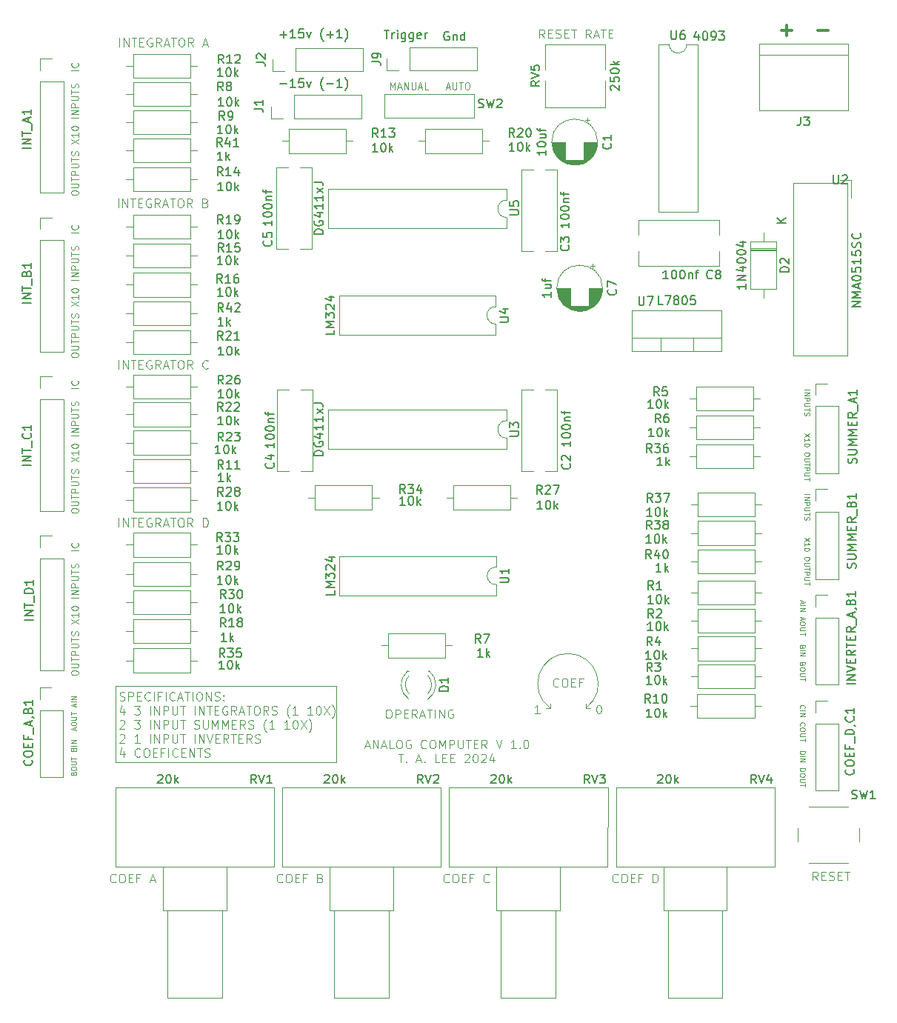
<source format=gbr>
%TF.GenerationSoftware,KiCad,Pcbnew,7.0.11*%
%TF.CreationDate,2025-06-15T15:22:59+10:00*%
%TF.ProjectId,Analog computer,416e616c-6f67-4206-936f-6d7075746572,rev?*%
%TF.SameCoordinates,Original*%
%TF.FileFunction,Legend,Top*%
%TF.FilePolarity,Positive*%
%FSLAX46Y46*%
G04 Gerber Fmt 4.6, Leading zero omitted, Abs format (unit mm)*
G04 Created by KiCad (PCBNEW 7.0.11) date 2025-06-15 15:22:59*
%MOMM*%
%LPD*%
G01*
G04 APERTURE LIST*
%ADD10C,0.100000*%
%ADD11C,0.300000*%
%ADD12C,0.150000*%
%ADD13C,0.120000*%
G04 APERTURE END LIST*
D10*
X129540000Y-115316000D02*
X130048000Y-115316000D01*
X134620000Y-115316000D02*
X134112000Y-115316000D01*
X134112000Y-114808000D02*
X134112000Y-115316000D01*
X80332716Y-112776000D02*
X105595284Y-112776000D01*
X105595284Y-121528568D01*
X80332716Y-121528568D01*
X80332716Y-112776000D01*
X130048000Y-114808000D02*
X130048000Y-115316000D01*
X134111998Y-115315999D02*
G75*
G03*
X130048001Y-115315999I-2031999J2793999D01*
G01*
X134112000Y-115316000D02*
X134112000Y-114808000D01*
X131000550Y-112807180D02*
X130952931Y-112854800D01*
X130952931Y-112854800D02*
X130810074Y-112902419D01*
X130810074Y-112902419D02*
X130714836Y-112902419D01*
X130714836Y-112902419D02*
X130571979Y-112854800D01*
X130571979Y-112854800D02*
X130476741Y-112759561D01*
X130476741Y-112759561D02*
X130429122Y-112664323D01*
X130429122Y-112664323D02*
X130381503Y-112473847D01*
X130381503Y-112473847D02*
X130381503Y-112330990D01*
X130381503Y-112330990D02*
X130429122Y-112140514D01*
X130429122Y-112140514D02*
X130476741Y-112045276D01*
X130476741Y-112045276D02*
X130571979Y-111950038D01*
X130571979Y-111950038D02*
X130714836Y-111902419D01*
X130714836Y-111902419D02*
X130810074Y-111902419D01*
X130810074Y-111902419D02*
X130952931Y-111950038D01*
X130952931Y-111950038D02*
X131000550Y-111997657D01*
X131619598Y-111902419D02*
X131810074Y-111902419D01*
X131810074Y-111902419D02*
X131905312Y-111950038D01*
X131905312Y-111950038D02*
X132000550Y-112045276D01*
X132000550Y-112045276D02*
X132048169Y-112235752D01*
X132048169Y-112235752D02*
X132048169Y-112569085D01*
X132048169Y-112569085D02*
X132000550Y-112759561D01*
X132000550Y-112759561D02*
X131905312Y-112854800D01*
X131905312Y-112854800D02*
X131810074Y-112902419D01*
X131810074Y-112902419D02*
X131619598Y-112902419D01*
X131619598Y-112902419D02*
X131524360Y-112854800D01*
X131524360Y-112854800D02*
X131429122Y-112759561D01*
X131429122Y-112759561D02*
X131381503Y-112569085D01*
X131381503Y-112569085D02*
X131381503Y-112235752D01*
X131381503Y-112235752D02*
X131429122Y-112045276D01*
X131429122Y-112045276D02*
X131524360Y-111950038D01*
X131524360Y-111950038D02*
X131619598Y-111902419D01*
X132476741Y-112378609D02*
X132810074Y-112378609D01*
X132952931Y-112902419D02*
X132476741Y-112902419D01*
X132476741Y-112902419D02*
X132476741Y-111902419D01*
X132476741Y-111902419D02*
X132952931Y-111902419D01*
X133714836Y-112378609D02*
X133381503Y-112378609D01*
X133381503Y-112902419D02*
X133381503Y-111902419D01*
X133381503Y-111902419D02*
X133857693Y-111902419D01*
X80842981Y-114405368D02*
X80985838Y-114452987D01*
X80985838Y-114452987D02*
X81223933Y-114452987D01*
X81223933Y-114452987D02*
X81319171Y-114405368D01*
X81319171Y-114405368D02*
X81366790Y-114357748D01*
X81366790Y-114357748D02*
X81414409Y-114262510D01*
X81414409Y-114262510D02*
X81414409Y-114167272D01*
X81414409Y-114167272D02*
X81366790Y-114072034D01*
X81366790Y-114072034D02*
X81319171Y-114024415D01*
X81319171Y-114024415D02*
X81223933Y-113976796D01*
X81223933Y-113976796D02*
X81033457Y-113929177D01*
X81033457Y-113929177D02*
X80938219Y-113881558D01*
X80938219Y-113881558D02*
X80890600Y-113833939D01*
X80890600Y-113833939D02*
X80842981Y-113738701D01*
X80842981Y-113738701D02*
X80842981Y-113643463D01*
X80842981Y-113643463D02*
X80890600Y-113548225D01*
X80890600Y-113548225D02*
X80938219Y-113500606D01*
X80938219Y-113500606D02*
X81033457Y-113452987D01*
X81033457Y-113452987D02*
X81271552Y-113452987D01*
X81271552Y-113452987D02*
X81414409Y-113500606D01*
X81842981Y-114452987D02*
X81842981Y-113452987D01*
X81842981Y-113452987D02*
X82223933Y-113452987D01*
X82223933Y-113452987D02*
X82319171Y-113500606D01*
X82319171Y-113500606D02*
X82366790Y-113548225D01*
X82366790Y-113548225D02*
X82414409Y-113643463D01*
X82414409Y-113643463D02*
X82414409Y-113786320D01*
X82414409Y-113786320D02*
X82366790Y-113881558D01*
X82366790Y-113881558D02*
X82319171Y-113929177D01*
X82319171Y-113929177D02*
X82223933Y-113976796D01*
X82223933Y-113976796D02*
X81842981Y-113976796D01*
X82842981Y-113929177D02*
X83176314Y-113929177D01*
X83319171Y-114452987D02*
X82842981Y-114452987D01*
X82842981Y-114452987D02*
X82842981Y-113452987D01*
X82842981Y-113452987D02*
X83319171Y-113452987D01*
X84319171Y-114357748D02*
X84271552Y-114405368D01*
X84271552Y-114405368D02*
X84128695Y-114452987D01*
X84128695Y-114452987D02*
X84033457Y-114452987D01*
X84033457Y-114452987D02*
X83890600Y-114405368D01*
X83890600Y-114405368D02*
X83795362Y-114310129D01*
X83795362Y-114310129D02*
X83747743Y-114214891D01*
X83747743Y-114214891D02*
X83700124Y-114024415D01*
X83700124Y-114024415D02*
X83700124Y-113881558D01*
X83700124Y-113881558D02*
X83747743Y-113691082D01*
X83747743Y-113691082D02*
X83795362Y-113595844D01*
X83795362Y-113595844D02*
X83890600Y-113500606D01*
X83890600Y-113500606D02*
X84033457Y-113452987D01*
X84033457Y-113452987D02*
X84128695Y-113452987D01*
X84128695Y-113452987D02*
X84271552Y-113500606D01*
X84271552Y-113500606D02*
X84319171Y-113548225D01*
X84747743Y-114452987D02*
X84747743Y-113452987D01*
X85557266Y-113929177D02*
X85223933Y-113929177D01*
X85223933Y-114452987D02*
X85223933Y-113452987D01*
X85223933Y-113452987D02*
X85700123Y-113452987D01*
X86081076Y-114452987D02*
X86081076Y-113452987D01*
X87128694Y-114357748D02*
X87081075Y-114405368D01*
X87081075Y-114405368D02*
X86938218Y-114452987D01*
X86938218Y-114452987D02*
X86842980Y-114452987D01*
X86842980Y-114452987D02*
X86700123Y-114405368D01*
X86700123Y-114405368D02*
X86604885Y-114310129D01*
X86604885Y-114310129D02*
X86557266Y-114214891D01*
X86557266Y-114214891D02*
X86509647Y-114024415D01*
X86509647Y-114024415D02*
X86509647Y-113881558D01*
X86509647Y-113881558D02*
X86557266Y-113691082D01*
X86557266Y-113691082D02*
X86604885Y-113595844D01*
X86604885Y-113595844D02*
X86700123Y-113500606D01*
X86700123Y-113500606D02*
X86842980Y-113452987D01*
X86842980Y-113452987D02*
X86938218Y-113452987D01*
X86938218Y-113452987D02*
X87081075Y-113500606D01*
X87081075Y-113500606D02*
X87128694Y-113548225D01*
X87509647Y-114167272D02*
X87985837Y-114167272D01*
X87414409Y-114452987D02*
X87747742Y-113452987D01*
X87747742Y-113452987D02*
X88081075Y-114452987D01*
X88271552Y-113452987D02*
X88842980Y-113452987D01*
X88557266Y-114452987D02*
X88557266Y-113452987D01*
X89176314Y-114452987D02*
X89176314Y-113452987D01*
X89842980Y-113452987D02*
X90033456Y-113452987D01*
X90033456Y-113452987D02*
X90128694Y-113500606D01*
X90128694Y-113500606D02*
X90223932Y-113595844D01*
X90223932Y-113595844D02*
X90271551Y-113786320D01*
X90271551Y-113786320D02*
X90271551Y-114119653D01*
X90271551Y-114119653D02*
X90223932Y-114310129D01*
X90223932Y-114310129D02*
X90128694Y-114405368D01*
X90128694Y-114405368D02*
X90033456Y-114452987D01*
X90033456Y-114452987D02*
X89842980Y-114452987D01*
X89842980Y-114452987D02*
X89747742Y-114405368D01*
X89747742Y-114405368D02*
X89652504Y-114310129D01*
X89652504Y-114310129D02*
X89604885Y-114119653D01*
X89604885Y-114119653D02*
X89604885Y-113786320D01*
X89604885Y-113786320D02*
X89652504Y-113595844D01*
X89652504Y-113595844D02*
X89747742Y-113500606D01*
X89747742Y-113500606D02*
X89842980Y-113452987D01*
X90700123Y-114452987D02*
X90700123Y-113452987D01*
X90700123Y-113452987D02*
X91271551Y-114452987D01*
X91271551Y-114452987D02*
X91271551Y-113452987D01*
X91700123Y-114405368D02*
X91842980Y-114452987D01*
X91842980Y-114452987D02*
X92081075Y-114452987D01*
X92081075Y-114452987D02*
X92176313Y-114405368D01*
X92176313Y-114405368D02*
X92223932Y-114357748D01*
X92223932Y-114357748D02*
X92271551Y-114262510D01*
X92271551Y-114262510D02*
X92271551Y-114167272D01*
X92271551Y-114167272D02*
X92223932Y-114072034D01*
X92223932Y-114072034D02*
X92176313Y-114024415D01*
X92176313Y-114024415D02*
X92081075Y-113976796D01*
X92081075Y-113976796D02*
X91890599Y-113929177D01*
X91890599Y-113929177D02*
X91795361Y-113881558D01*
X91795361Y-113881558D02*
X91747742Y-113833939D01*
X91747742Y-113833939D02*
X91700123Y-113738701D01*
X91700123Y-113738701D02*
X91700123Y-113643463D01*
X91700123Y-113643463D02*
X91747742Y-113548225D01*
X91747742Y-113548225D02*
X91795361Y-113500606D01*
X91795361Y-113500606D02*
X91890599Y-113452987D01*
X91890599Y-113452987D02*
X92128694Y-113452987D01*
X92128694Y-113452987D02*
X92271551Y-113500606D01*
X92700123Y-114357748D02*
X92747742Y-114405368D01*
X92747742Y-114405368D02*
X92700123Y-114452987D01*
X92700123Y-114452987D02*
X92652504Y-114405368D01*
X92652504Y-114405368D02*
X92700123Y-114357748D01*
X92700123Y-114357748D02*
X92700123Y-114452987D01*
X92700123Y-113833939D02*
X92747742Y-113881558D01*
X92747742Y-113881558D02*
X92700123Y-113929177D01*
X92700123Y-113929177D02*
X92652504Y-113881558D01*
X92652504Y-113881558D02*
X92700123Y-113833939D01*
X92700123Y-113833939D02*
X92700123Y-113929177D01*
X81319171Y-115396320D02*
X81319171Y-116062987D01*
X81081076Y-115015368D02*
X80842981Y-115729653D01*
X80842981Y-115729653D02*
X81462028Y-115729653D01*
X82509648Y-115062987D02*
X83128695Y-115062987D01*
X83128695Y-115062987D02*
X82795362Y-115443939D01*
X82795362Y-115443939D02*
X82938219Y-115443939D01*
X82938219Y-115443939D02*
X83033457Y-115491558D01*
X83033457Y-115491558D02*
X83081076Y-115539177D01*
X83081076Y-115539177D02*
X83128695Y-115634415D01*
X83128695Y-115634415D02*
X83128695Y-115872510D01*
X83128695Y-115872510D02*
X83081076Y-115967748D01*
X83081076Y-115967748D02*
X83033457Y-116015368D01*
X83033457Y-116015368D02*
X82938219Y-116062987D01*
X82938219Y-116062987D02*
X82652505Y-116062987D01*
X82652505Y-116062987D02*
X82557267Y-116015368D01*
X82557267Y-116015368D02*
X82509648Y-115967748D01*
X84319172Y-116062987D02*
X84319172Y-115062987D01*
X84795362Y-116062987D02*
X84795362Y-115062987D01*
X84795362Y-115062987D02*
X85366790Y-116062987D01*
X85366790Y-116062987D02*
X85366790Y-115062987D01*
X85842981Y-116062987D02*
X85842981Y-115062987D01*
X85842981Y-115062987D02*
X86223933Y-115062987D01*
X86223933Y-115062987D02*
X86319171Y-115110606D01*
X86319171Y-115110606D02*
X86366790Y-115158225D01*
X86366790Y-115158225D02*
X86414409Y-115253463D01*
X86414409Y-115253463D02*
X86414409Y-115396320D01*
X86414409Y-115396320D02*
X86366790Y-115491558D01*
X86366790Y-115491558D02*
X86319171Y-115539177D01*
X86319171Y-115539177D02*
X86223933Y-115586796D01*
X86223933Y-115586796D02*
X85842981Y-115586796D01*
X86842981Y-115062987D02*
X86842981Y-115872510D01*
X86842981Y-115872510D02*
X86890600Y-115967748D01*
X86890600Y-115967748D02*
X86938219Y-116015368D01*
X86938219Y-116015368D02*
X87033457Y-116062987D01*
X87033457Y-116062987D02*
X87223933Y-116062987D01*
X87223933Y-116062987D02*
X87319171Y-116015368D01*
X87319171Y-116015368D02*
X87366790Y-115967748D01*
X87366790Y-115967748D02*
X87414409Y-115872510D01*
X87414409Y-115872510D02*
X87414409Y-115062987D01*
X87747743Y-115062987D02*
X88319171Y-115062987D01*
X88033457Y-116062987D02*
X88033457Y-115062987D01*
X89414410Y-116062987D02*
X89414410Y-115062987D01*
X89890600Y-116062987D02*
X89890600Y-115062987D01*
X89890600Y-115062987D02*
X90462028Y-116062987D01*
X90462028Y-116062987D02*
X90462028Y-115062987D01*
X90795362Y-115062987D02*
X91366790Y-115062987D01*
X91081076Y-116062987D02*
X91081076Y-115062987D01*
X91700124Y-115539177D02*
X92033457Y-115539177D01*
X92176314Y-116062987D02*
X91700124Y-116062987D01*
X91700124Y-116062987D02*
X91700124Y-115062987D01*
X91700124Y-115062987D02*
X92176314Y-115062987D01*
X93128695Y-115110606D02*
X93033457Y-115062987D01*
X93033457Y-115062987D02*
X92890600Y-115062987D01*
X92890600Y-115062987D02*
X92747743Y-115110606D01*
X92747743Y-115110606D02*
X92652505Y-115205844D01*
X92652505Y-115205844D02*
X92604886Y-115301082D01*
X92604886Y-115301082D02*
X92557267Y-115491558D01*
X92557267Y-115491558D02*
X92557267Y-115634415D01*
X92557267Y-115634415D02*
X92604886Y-115824891D01*
X92604886Y-115824891D02*
X92652505Y-115920129D01*
X92652505Y-115920129D02*
X92747743Y-116015368D01*
X92747743Y-116015368D02*
X92890600Y-116062987D01*
X92890600Y-116062987D02*
X92985838Y-116062987D01*
X92985838Y-116062987D02*
X93128695Y-116015368D01*
X93128695Y-116015368D02*
X93176314Y-115967748D01*
X93176314Y-115967748D02*
X93176314Y-115634415D01*
X93176314Y-115634415D02*
X92985838Y-115634415D01*
X94176314Y-116062987D02*
X93842981Y-115586796D01*
X93604886Y-116062987D02*
X93604886Y-115062987D01*
X93604886Y-115062987D02*
X93985838Y-115062987D01*
X93985838Y-115062987D02*
X94081076Y-115110606D01*
X94081076Y-115110606D02*
X94128695Y-115158225D01*
X94128695Y-115158225D02*
X94176314Y-115253463D01*
X94176314Y-115253463D02*
X94176314Y-115396320D01*
X94176314Y-115396320D02*
X94128695Y-115491558D01*
X94128695Y-115491558D02*
X94081076Y-115539177D01*
X94081076Y-115539177D02*
X93985838Y-115586796D01*
X93985838Y-115586796D02*
X93604886Y-115586796D01*
X94557267Y-115777272D02*
X95033457Y-115777272D01*
X94462029Y-116062987D02*
X94795362Y-115062987D01*
X94795362Y-115062987D02*
X95128695Y-116062987D01*
X95319172Y-115062987D02*
X95890600Y-115062987D01*
X95604886Y-116062987D02*
X95604886Y-115062987D01*
X96414410Y-115062987D02*
X96604886Y-115062987D01*
X96604886Y-115062987D02*
X96700124Y-115110606D01*
X96700124Y-115110606D02*
X96795362Y-115205844D01*
X96795362Y-115205844D02*
X96842981Y-115396320D01*
X96842981Y-115396320D02*
X96842981Y-115729653D01*
X96842981Y-115729653D02*
X96795362Y-115920129D01*
X96795362Y-115920129D02*
X96700124Y-116015368D01*
X96700124Y-116015368D02*
X96604886Y-116062987D01*
X96604886Y-116062987D02*
X96414410Y-116062987D01*
X96414410Y-116062987D02*
X96319172Y-116015368D01*
X96319172Y-116015368D02*
X96223934Y-115920129D01*
X96223934Y-115920129D02*
X96176315Y-115729653D01*
X96176315Y-115729653D02*
X96176315Y-115396320D01*
X96176315Y-115396320D02*
X96223934Y-115205844D01*
X96223934Y-115205844D02*
X96319172Y-115110606D01*
X96319172Y-115110606D02*
X96414410Y-115062987D01*
X97842981Y-116062987D02*
X97509648Y-115586796D01*
X97271553Y-116062987D02*
X97271553Y-115062987D01*
X97271553Y-115062987D02*
X97652505Y-115062987D01*
X97652505Y-115062987D02*
X97747743Y-115110606D01*
X97747743Y-115110606D02*
X97795362Y-115158225D01*
X97795362Y-115158225D02*
X97842981Y-115253463D01*
X97842981Y-115253463D02*
X97842981Y-115396320D01*
X97842981Y-115396320D02*
X97795362Y-115491558D01*
X97795362Y-115491558D02*
X97747743Y-115539177D01*
X97747743Y-115539177D02*
X97652505Y-115586796D01*
X97652505Y-115586796D02*
X97271553Y-115586796D01*
X98223934Y-116015368D02*
X98366791Y-116062987D01*
X98366791Y-116062987D02*
X98604886Y-116062987D01*
X98604886Y-116062987D02*
X98700124Y-116015368D01*
X98700124Y-116015368D02*
X98747743Y-115967748D01*
X98747743Y-115967748D02*
X98795362Y-115872510D01*
X98795362Y-115872510D02*
X98795362Y-115777272D01*
X98795362Y-115777272D02*
X98747743Y-115682034D01*
X98747743Y-115682034D02*
X98700124Y-115634415D01*
X98700124Y-115634415D02*
X98604886Y-115586796D01*
X98604886Y-115586796D02*
X98414410Y-115539177D01*
X98414410Y-115539177D02*
X98319172Y-115491558D01*
X98319172Y-115491558D02*
X98271553Y-115443939D01*
X98271553Y-115443939D02*
X98223934Y-115348701D01*
X98223934Y-115348701D02*
X98223934Y-115253463D01*
X98223934Y-115253463D02*
X98271553Y-115158225D01*
X98271553Y-115158225D02*
X98319172Y-115110606D01*
X98319172Y-115110606D02*
X98414410Y-115062987D01*
X98414410Y-115062987D02*
X98652505Y-115062987D01*
X98652505Y-115062987D02*
X98795362Y-115110606D01*
X100271553Y-116443939D02*
X100223934Y-116396320D01*
X100223934Y-116396320D02*
X100128696Y-116253463D01*
X100128696Y-116253463D02*
X100081077Y-116158225D01*
X100081077Y-116158225D02*
X100033458Y-116015368D01*
X100033458Y-116015368D02*
X99985839Y-115777272D01*
X99985839Y-115777272D02*
X99985839Y-115586796D01*
X99985839Y-115586796D02*
X100033458Y-115348701D01*
X100033458Y-115348701D02*
X100081077Y-115205844D01*
X100081077Y-115205844D02*
X100128696Y-115110606D01*
X100128696Y-115110606D02*
X100223934Y-114967748D01*
X100223934Y-114967748D02*
X100271553Y-114920129D01*
X101176315Y-116062987D02*
X100604887Y-116062987D01*
X100890601Y-116062987D02*
X100890601Y-115062987D01*
X100890601Y-115062987D02*
X100795363Y-115205844D01*
X100795363Y-115205844D02*
X100700125Y-115301082D01*
X100700125Y-115301082D02*
X100604887Y-115348701D01*
X102890601Y-116062987D02*
X102319173Y-116062987D01*
X102604887Y-116062987D02*
X102604887Y-115062987D01*
X102604887Y-115062987D02*
X102509649Y-115205844D01*
X102509649Y-115205844D02*
X102414411Y-115301082D01*
X102414411Y-115301082D02*
X102319173Y-115348701D01*
X103509649Y-115062987D02*
X103604887Y-115062987D01*
X103604887Y-115062987D02*
X103700125Y-115110606D01*
X103700125Y-115110606D02*
X103747744Y-115158225D01*
X103747744Y-115158225D02*
X103795363Y-115253463D01*
X103795363Y-115253463D02*
X103842982Y-115443939D01*
X103842982Y-115443939D02*
X103842982Y-115682034D01*
X103842982Y-115682034D02*
X103795363Y-115872510D01*
X103795363Y-115872510D02*
X103747744Y-115967748D01*
X103747744Y-115967748D02*
X103700125Y-116015368D01*
X103700125Y-116015368D02*
X103604887Y-116062987D01*
X103604887Y-116062987D02*
X103509649Y-116062987D01*
X103509649Y-116062987D02*
X103414411Y-116015368D01*
X103414411Y-116015368D02*
X103366792Y-115967748D01*
X103366792Y-115967748D02*
X103319173Y-115872510D01*
X103319173Y-115872510D02*
X103271554Y-115682034D01*
X103271554Y-115682034D02*
X103271554Y-115443939D01*
X103271554Y-115443939D02*
X103319173Y-115253463D01*
X103319173Y-115253463D02*
X103366792Y-115158225D01*
X103366792Y-115158225D02*
X103414411Y-115110606D01*
X103414411Y-115110606D02*
X103509649Y-115062987D01*
X104176316Y-115062987D02*
X104842982Y-116062987D01*
X104842982Y-115062987D02*
X104176316Y-116062987D01*
X105128697Y-116443939D02*
X105176316Y-116396320D01*
X105176316Y-116396320D02*
X105271554Y-116253463D01*
X105271554Y-116253463D02*
X105319173Y-116158225D01*
X105319173Y-116158225D02*
X105366792Y-116015368D01*
X105366792Y-116015368D02*
X105414411Y-115777272D01*
X105414411Y-115777272D02*
X105414411Y-115586796D01*
X105414411Y-115586796D02*
X105366792Y-115348701D01*
X105366792Y-115348701D02*
X105319173Y-115205844D01*
X105319173Y-115205844D02*
X105271554Y-115110606D01*
X105271554Y-115110606D02*
X105176316Y-114967748D01*
X105176316Y-114967748D02*
X105128697Y-114920129D01*
X80842981Y-116768225D02*
X80890600Y-116720606D01*
X80890600Y-116720606D02*
X80985838Y-116672987D01*
X80985838Y-116672987D02*
X81223933Y-116672987D01*
X81223933Y-116672987D02*
X81319171Y-116720606D01*
X81319171Y-116720606D02*
X81366790Y-116768225D01*
X81366790Y-116768225D02*
X81414409Y-116863463D01*
X81414409Y-116863463D02*
X81414409Y-116958701D01*
X81414409Y-116958701D02*
X81366790Y-117101558D01*
X81366790Y-117101558D02*
X80795362Y-117672987D01*
X80795362Y-117672987D02*
X81414409Y-117672987D01*
X82509648Y-116672987D02*
X83128695Y-116672987D01*
X83128695Y-116672987D02*
X82795362Y-117053939D01*
X82795362Y-117053939D02*
X82938219Y-117053939D01*
X82938219Y-117053939D02*
X83033457Y-117101558D01*
X83033457Y-117101558D02*
X83081076Y-117149177D01*
X83081076Y-117149177D02*
X83128695Y-117244415D01*
X83128695Y-117244415D02*
X83128695Y-117482510D01*
X83128695Y-117482510D02*
X83081076Y-117577748D01*
X83081076Y-117577748D02*
X83033457Y-117625368D01*
X83033457Y-117625368D02*
X82938219Y-117672987D01*
X82938219Y-117672987D02*
X82652505Y-117672987D01*
X82652505Y-117672987D02*
X82557267Y-117625368D01*
X82557267Y-117625368D02*
X82509648Y-117577748D01*
X84319172Y-117672987D02*
X84319172Y-116672987D01*
X84795362Y-117672987D02*
X84795362Y-116672987D01*
X84795362Y-116672987D02*
X85366790Y-117672987D01*
X85366790Y-117672987D02*
X85366790Y-116672987D01*
X85842981Y-117672987D02*
X85842981Y-116672987D01*
X85842981Y-116672987D02*
X86223933Y-116672987D01*
X86223933Y-116672987D02*
X86319171Y-116720606D01*
X86319171Y-116720606D02*
X86366790Y-116768225D01*
X86366790Y-116768225D02*
X86414409Y-116863463D01*
X86414409Y-116863463D02*
X86414409Y-117006320D01*
X86414409Y-117006320D02*
X86366790Y-117101558D01*
X86366790Y-117101558D02*
X86319171Y-117149177D01*
X86319171Y-117149177D02*
X86223933Y-117196796D01*
X86223933Y-117196796D02*
X85842981Y-117196796D01*
X86842981Y-116672987D02*
X86842981Y-117482510D01*
X86842981Y-117482510D02*
X86890600Y-117577748D01*
X86890600Y-117577748D02*
X86938219Y-117625368D01*
X86938219Y-117625368D02*
X87033457Y-117672987D01*
X87033457Y-117672987D02*
X87223933Y-117672987D01*
X87223933Y-117672987D02*
X87319171Y-117625368D01*
X87319171Y-117625368D02*
X87366790Y-117577748D01*
X87366790Y-117577748D02*
X87414409Y-117482510D01*
X87414409Y-117482510D02*
X87414409Y-116672987D01*
X87747743Y-116672987D02*
X88319171Y-116672987D01*
X88033457Y-117672987D02*
X88033457Y-116672987D01*
X89366791Y-117625368D02*
X89509648Y-117672987D01*
X89509648Y-117672987D02*
X89747743Y-117672987D01*
X89747743Y-117672987D02*
X89842981Y-117625368D01*
X89842981Y-117625368D02*
X89890600Y-117577748D01*
X89890600Y-117577748D02*
X89938219Y-117482510D01*
X89938219Y-117482510D02*
X89938219Y-117387272D01*
X89938219Y-117387272D02*
X89890600Y-117292034D01*
X89890600Y-117292034D02*
X89842981Y-117244415D01*
X89842981Y-117244415D02*
X89747743Y-117196796D01*
X89747743Y-117196796D02*
X89557267Y-117149177D01*
X89557267Y-117149177D02*
X89462029Y-117101558D01*
X89462029Y-117101558D02*
X89414410Y-117053939D01*
X89414410Y-117053939D02*
X89366791Y-116958701D01*
X89366791Y-116958701D02*
X89366791Y-116863463D01*
X89366791Y-116863463D02*
X89414410Y-116768225D01*
X89414410Y-116768225D02*
X89462029Y-116720606D01*
X89462029Y-116720606D02*
X89557267Y-116672987D01*
X89557267Y-116672987D02*
X89795362Y-116672987D01*
X89795362Y-116672987D02*
X89938219Y-116720606D01*
X90366791Y-116672987D02*
X90366791Y-117482510D01*
X90366791Y-117482510D02*
X90414410Y-117577748D01*
X90414410Y-117577748D02*
X90462029Y-117625368D01*
X90462029Y-117625368D02*
X90557267Y-117672987D01*
X90557267Y-117672987D02*
X90747743Y-117672987D01*
X90747743Y-117672987D02*
X90842981Y-117625368D01*
X90842981Y-117625368D02*
X90890600Y-117577748D01*
X90890600Y-117577748D02*
X90938219Y-117482510D01*
X90938219Y-117482510D02*
X90938219Y-116672987D01*
X91414410Y-117672987D02*
X91414410Y-116672987D01*
X91414410Y-116672987D02*
X91747743Y-117387272D01*
X91747743Y-117387272D02*
X92081076Y-116672987D01*
X92081076Y-116672987D02*
X92081076Y-117672987D01*
X92557267Y-117672987D02*
X92557267Y-116672987D01*
X92557267Y-116672987D02*
X92890600Y-117387272D01*
X92890600Y-117387272D02*
X93223933Y-116672987D01*
X93223933Y-116672987D02*
X93223933Y-117672987D01*
X93700124Y-117149177D02*
X94033457Y-117149177D01*
X94176314Y-117672987D02*
X93700124Y-117672987D01*
X93700124Y-117672987D02*
X93700124Y-116672987D01*
X93700124Y-116672987D02*
X94176314Y-116672987D01*
X95176314Y-117672987D02*
X94842981Y-117196796D01*
X94604886Y-117672987D02*
X94604886Y-116672987D01*
X94604886Y-116672987D02*
X94985838Y-116672987D01*
X94985838Y-116672987D02*
X95081076Y-116720606D01*
X95081076Y-116720606D02*
X95128695Y-116768225D01*
X95128695Y-116768225D02*
X95176314Y-116863463D01*
X95176314Y-116863463D02*
X95176314Y-117006320D01*
X95176314Y-117006320D02*
X95128695Y-117101558D01*
X95128695Y-117101558D02*
X95081076Y-117149177D01*
X95081076Y-117149177D02*
X94985838Y-117196796D01*
X94985838Y-117196796D02*
X94604886Y-117196796D01*
X95557267Y-117625368D02*
X95700124Y-117672987D01*
X95700124Y-117672987D02*
X95938219Y-117672987D01*
X95938219Y-117672987D02*
X96033457Y-117625368D01*
X96033457Y-117625368D02*
X96081076Y-117577748D01*
X96081076Y-117577748D02*
X96128695Y-117482510D01*
X96128695Y-117482510D02*
X96128695Y-117387272D01*
X96128695Y-117387272D02*
X96081076Y-117292034D01*
X96081076Y-117292034D02*
X96033457Y-117244415D01*
X96033457Y-117244415D02*
X95938219Y-117196796D01*
X95938219Y-117196796D02*
X95747743Y-117149177D01*
X95747743Y-117149177D02*
X95652505Y-117101558D01*
X95652505Y-117101558D02*
X95604886Y-117053939D01*
X95604886Y-117053939D02*
X95557267Y-116958701D01*
X95557267Y-116958701D02*
X95557267Y-116863463D01*
X95557267Y-116863463D02*
X95604886Y-116768225D01*
X95604886Y-116768225D02*
X95652505Y-116720606D01*
X95652505Y-116720606D02*
X95747743Y-116672987D01*
X95747743Y-116672987D02*
X95985838Y-116672987D01*
X95985838Y-116672987D02*
X96128695Y-116720606D01*
X97604886Y-118053939D02*
X97557267Y-118006320D01*
X97557267Y-118006320D02*
X97462029Y-117863463D01*
X97462029Y-117863463D02*
X97414410Y-117768225D01*
X97414410Y-117768225D02*
X97366791Y-117625368D01*
X97366791Y-117625368D02*
X97319172Y-117387272D01*
X97319172Y-117387272D02*
X97319172Y-117196796D01*
X97319172Y-117196796D02*
X97366791Y-116958701D01*
X97366791Y-116958701D02*
X97414410Y-116815844D01*
X97414410Y-116815844D02*
X97462029Y-116720606D01*
X97462029Y-116720606D02*
X97557267Y-116577748D01*
X97557267Y-116577748D02*
X97604886Y-116530129D01*
X98509648Y-117672987D02*
X97938220Y-117672987D01*
X98223934Y-117672987D02*
X98223934Y-116672987D01*
X98223934Y-116672987D02*
X98128696Y-116815844D01*
X98128696Y-116815844D02*
X98033458Y-116911082D01*
X98033458Y-116911082D02*
X97938220Y-116958701D01*
X100223934Y-117672987D02*
X99652506Y-117672987D01*
X99938220Y-117672987D02*
X99938220Y-116672987D01*
X99938220Y-116672987D02*
X99842982Y-116815844D01*
X99842982Y-116815844D02*
X99747744Y-116911082D01*
X99747744Y-116911082D02*
X99652506Y-116958701D01*
X100842982Y-116672987D02*
X100938220Y-116672987D01*
X100938220Y-116672987D02*
X101033458Y-116720606D01*
X101033458Y-116720606D02*
X101081077Y-116768225D01*
X101081077Y-116768225D02*
X101128696Y-116863463D01*
X101128696Y-116863463D02*
X101176315Y-117053939D01*
X101176315Y-117053939D02*
X101176315Y-117292034D01*
X101176315Y-117292034D02*
X101128696Y-117482510D01*
X101128696Y-117482510D02*
X101081077Y-117577748D01*
X101081077Y-117577748D02*
X101033458Y-117625368D01*
X101033458Y-117625368D02*
X100938220Y-117672987D01*
X100938220Y-117672987D02*
X100842982Y-117672987D01*
X100842982Y-117672987D02*
X100747744Y-117625368D01*
X100747744Y-117625368D02*
X100700125Y-117577748D01*
X100700125Y-117577748D02*
X100652506Y-117482510D01*
X100652506Y-117482510D02*
X100604887Y-117292034D01*
X100604887Y-117292034D02*
X100604887Y-117053939D01*
X100604887Y-117053939D02*
X100652506Y-116863463D01*
X100652506Y-116863463D02*
X100700125Y-116768225D01*
X100700125Y-116768225D02*
X100747744Y-116720606D01*
X100747744Y-116720606D02*
X100842982Y-116672987D01*
X101509649Y-116672987D02*
X102176315Y-117672987D01*
X102176315Y-116672987D02*
X101509649Y-117672987D01*
X102462030Y-118053939D02*
X102509649Y-118006320D01*
X102509649Y-118006320D02*
X102604887Y-117863463D01*
X102604887Y-117863463D02*
X102652506Y-117768225D01*
X102652506Y-117768225D02*
X102700125Y-117625368D01*
X102700125Y-117625368D02*
X102747744Y-117387272D01*
X102747744Y-117387272D02*
X102747744Y-117196796D01*
X102747744Y-117196796D02*
X102700125Y-116958701D01*
X102700125Y-116958701D02*
X102652506Y-116815844D01*
X102652506Y-116815844D02*
X102604887Y-116720606D01*
X102604887Y-116720606D02*
X102509649Y-116577748D01*
X102509649Y-116577748D02*
X102462030Y-116530129D01*
X80842981Y-118378225D02*
X80890600Y-118330606D01*
X80890600Y-118330606D02*
X80985838Y-118282987D01*
X80985838Y-118282987D02*
X81223933Y-118282987D01*
X81223933Y-118282987D02*
X81319171Y-118330606D01*
X81319171Y-118330606D02*
X81366790Y-118378225D01*
X81366790Y-118378225D02*
X81414409Y-118473463D01*
X81414409Y-118473463D02*
X81414409Y-118568701D01*
X81414409Y-118568701D02*
X81366790Y-118711558D01*
X81366790Y-118711558D02*
X80795362Y-119282987D01*
X80795362Y-119282987D02*
X81414409Y-119282987D01*
X83128695Y-119282987D02*
X82557267Y-119282987D01*
X82842981Y-119282987D02*
X82842981Y-118282987D01*
X82842981Y-118282987D02*
X82747743Y-118425844D01*
X82747743Y-118425844D02*
X82652505Y-118521082D01*
X82652505Y-118521082D02*
X82557267Y-118568701D01*
X84319172Y-119282987D02*
X84319172Y-118282987D01*
X84795362Y-119282987D02*
X84795362Y-118282987D01*
X84795362Y-118282987D02*
X85366790Y-119282987D01*
X85366790Y-119282987D02*
X85366790Y-118282987D01*
X85842981Y-119282987D02*
X85842981Y-118282987D01*
X85842981Y-118282987D02*
X86223933Y-118282987D01*
X86223933Y-118282987D02*
X86319171Y-118330606D01*
X86319171Y-118330606D02*
X86366790Y-118378225D01*
X86366790Y-118378225D02*
X86414409Y-118473463D01*
X86414409Y-118473463D02*
X86414409Y-118616320D01*
X86414409Y-118616320D02*
X86366790Y-118711558D01*
X86366790Y-118711558D02*
X86319171Y-118759177D01*
X86319171Y-118759177D02*
X86223933Y-118806796D01*
X86223933Y-118806796D02*
X85842981Y-118806796D01*
X86842981Y-118282987D02*
X86842981Y-119092510D01*
X86842981Y-119092510D02*
X86890600Y-119187748D01*
X86890600Y-119187748D02*
X86938219Y-119235368D01*
X86938219Y-119235368D02*
X87033457Y-119282987D01*
X87033457Y-119282987D02*
X87223933Y-119282987D01*
X87223933Y-119282987D02*
X87319171Y-119235368D01*
X87319171Y-119235368D02*
X87366790Y-119187748D01*
X87366790Y-119187748D02*
X87414409Y-119092510D01*
X87414409Y-119092510D02*
X87414409Y-118282987D01*
X87747743Y-118282987D02*
X88319171Y-118282987D01*
X88033457Y-119282987D02*
X88033457Y-118282987D01*
X89414410Y-119282987D02*
X89414410Y-118282987D01*
X89890600Y-119282987D02*
X89890600Y-118282987D01*
X89890600Y-118282987D02*
X90462028Y-119282987D01*
X90462028Y-119282987D02*
X90462028Y-118282987D01*
X90795362Y-118282987D02*
X91128695Y-119282987D01*
X91128695Y-119282987D02*
X91462028Y-118282987D01*
X91795362Y-118759177D02*
X92128695Y-118759177D01*
X92271552Y-119282987D02*
X91795362Y-119282987D01*
X91795362Y-119282987D02*
X91795362Y-118282987D01*
X91795362Y-118282987D02*
X92271552Y-118282987D01*
X93271552Y-119282987D02*
X92938219Y-118806796D01*
X92700124Y-119282987D02*
X92700124Y-118282987D01*
X92700124Y-118282987D02*
X93081076Y-118282987D01*
X93081076Y-118282987D02*
X93176314Y-118330606D01*
X93176314Y-118330606D02*
X93223933Y-118378225D01*
X93223933Y-118378225D02*
X93271552Y-118473463D01*
X93271552Y-118473463D02*
X93271552Y-118616320D01*
X93271552Y-118616320D02*
X93223933Y-118711558D01*
X93223933Y-118711558D02*
X93176314Y-118759177D01*
X93176314Y-118759177D02*
X93081076Y-118806796D01*
X93081076Y-118806796D02*
X92700124Y-118806796D01*
X93557267Y-118282987D02*
X94128695Y-118282987D01*
X93842981Y-119282987D02*
X93842981Y-118282987D01*
X94462029Y-118759177D02*
X94795362Y-118759177D01*
X94938219Y-119282987D02*
X94462029Y-119282987D01*
X94462029Y-119282987D02*
X94462029Y-118282987D01*
X94462029Y-118282987D02*
X94938219Y-118282987D01*
X95938219Y-119282987D02*
X95604886Y-118806796D01*
X95366791Y-119282987D02*
X95366791Y-118282987D01*
X95366791Y-118282987D02*
X95747743Y-118282987D01*
X95747743Y-118282987D02*
X95842981Y-118330606D01*
X95842981Y-118330606D02*
X95890600Y-118378225D01*
X95890600Y-118378225D02*
X95938219Y-118473463D01*
X95938219Y-118473463D02*
X95938219Y-118616320D01*
X95938219Y-118616320D02*
X95890600Y-118711558D01*
X95890600Y-118711558D02*
X95842981Y-118759177D01*
X95842981Y-118759177D02*
X95747743Y-118806796D01*
X95747743Y-118806796D02*
X95366791Y-118806796D01*
X96319172Y-119235368D02*
X96462029Y-119282987D01*
X96462029Y-119282987D02*
X96700124Y-119282987D01*
X96700124Y-119282987D02*
X96795362Y-119235368D01*
X96795362Y-119235368D02*
X96842981Y-119187748D01*
X96842981Y-119187748D02*
X96890600Y-119092510D01*
X96890600Y-119092510D02*
X96890600Y-118997272D01*
X96890600Y-118997272D02*
X96842981Y-118902034D01*
X96842981Y-118902034D02*
X96795362Y-118854415D01*
X96795362Y-118854415D02*
X96700124Y-118806796D01*
X96700124Y-118806796D02*
X96509648Y-118759177D01*
X96509648Y-118759177D02*
X96414410Y-118711558D01*
X96414410Y-118711558D02*
X96366791Y-118663939D01*
X96366791Y-118663939D02*
X96319172Y-118568701D01*
X96319172Y-118568701D02*
X96319172Y-118473463D01*
X96319172Y-118473463D02*
X96366791Y-118378225D01*
X96366791Y-118378225D02*
X96414410Y-118330606D01*
X96414410Y-118330606D02*
X96509648Y-118282987D01*
X96509648Y-118282987D02*
X96747743Y-118282987D01*
X96747743Y-118282987D02*
X96890600Y-118330606D01*
X81319171Y-120226320D02*
X81319171Y-120892987D01*
X81081076Y-119845368D02*
X80842981Y-120559653D01*
X80842981Y-120559653D02*
X81462028Y-120559653D01*
X83176314Y-120797748D02*
X83128695Y-120845368D01*
X83128695Y-120845368D02*
X82985838Y-120892987D01*
X82985838Y-120892987D02*
X82890600Y-120892987D01*
X82890600Y-120892987D02*
X82747743Y-120845368D01*
X82747743Y-120845368D02*
X82652505Y-120750129D01*
X82652505Y-120750129D02*
X82604886Y-120654891D01*
X82604886Y-120654891D02*
X82557267Y-120464415D01*
X82557267Y-120464415D02*
X82557267Y-120321558D01*
X82557267Y-120321558D02*
X82604886Y-120131082D01*
X82604886Y-120131082D02*
X82652505Y-120035844D01*
X82652505Y-120035844D02*
X82747743Y-119940606D01*
X82747743Y-119940606D02*
X82890600Y-119892987D01*
X82890600Y-119892987D02*
X82985838Y-119892987D01*
X82985838Y-119892987D02*
X83128695Y-119940606D01*
X83128695Y-119940606D02*
X83176314Y-119988225D01*
X83795362Y-119892987D02*
X83985838Y-119892987D01*
X83985838Y-119892987D02*
X84081076Y-119940606D01*
X84081076Y-119940606D02*
X84176314Y-120035844D01*
X84176314Y-120035844D02*
X84223933Y-120226320D01*
X84223933Y-120226320D02*
X84223933Y-120559653D01*
X84223933Y-120559653D02*
X84176314Y-120750129D01*
X84176314Y-120750129D02*
X84081076Y-120845368D01*
X84081076Y-120845368D02*
X83985838Y-120892987D01*
X83985838Y-120892987D02*
X83795362Y-120892987D01*
X83795362Y-120892987D02*
X83700124Y-120845368D01*
X83700124Y-120845368D02*
X83604886Y-120750129D01*
X83604886Y-120750129D02*
X83557267Y-120559653D01*
X83557267Y-120559653D02*
X83557267Y-120226320D01*
X83557267Y-120226320D02*
X83604886Y-120035844D01*
X83604886Y-120035844D02*
X83700124Y-119940606D01*
X83700124Y-119940606D02*
X83795362Y-119892987D01*
X84652505Y-120369177D02*
X84985838Y-120369177D01*
X85128695Y-120892987D02*
X84652505Y-120892987D01*
X84652505Y-120892987D02*
X84652505Y-119892987D01*
X84652505Y-119892987D02*
X85128695Y-119892987D01*
X85890600Y-120369177D02*
X85557267Y-120369177D01*
X85557267Y-120892987D02*
X85557267Y-119892987D01*
X85557267Y-119892987D02*
X86033457Y-119892987D01*
X86414410Y-120892987D02*
X86414410Y-119892987D01*
X87462028Y-120797748D02*
X87414409Y-120845368D01*
X87414409Y-120845368D02*
X87271552Y-120892987D01*
X87271552Y-120892987D02*
X87176314Y-120892987D01*
X87176314Y-120892987D02*
X87033457Y-120845368D01*
X87033457Y-120845368D02*
X86938219Y-120750129D01*
X86938219Y-120750129D02*
X86890600Y-120654891D01*
X86890600Y-120654891D02*
X86842981Y-120464415D01*
X86842981Y-120464415D02*
X86842981Y-120321558D01*
X86842981Y-120321558D02*
X86890600Y-120131082D01*
X86890600Y-120131082D02*
X86938219Y-120035844D01*
X86938219Y-120035844D02*
X87033457Y-119940606D01*
X87033457Y-119940606D02*
X87176314Y-119892987D01*
X87176314Y-119892987D02*
X87271552Y-119892987D01*
X87271552Y-119892987D02*
X87414409Y-119940606D01*
X87414409Y-119940606D02*
X87462028Y-119988225D01*
X87890600Y-120369177D02*
X88223933Y-120369177D01*
X88366790Y-120892987D02*
X87890600Y-120892987D01*
X87890600Y-120892987D02*
X87890600Y-119892987D01*
X87890600Y-119892987D02*
X88366790Y-119892987D01*
X88795362Y-120892987D02*
X88795362Y-119892987D01*
X88795362Y-119892987D02*
X89366790Y-120892987D01*
X89366790Y-120892987D02*
X89366790Y-119892987D01*
X89700124Y-119892987D02*
X90271552Y-119892987D01*
X89985838Y-120892987D02*
X89985838Y-119892987D01*
X90557267Y-120845368D02*
X90700124Y-120892987D01*
X90700124Y-120892987D02*
X90938219Y-120892987D01*
X90938219Y-120892987D02*
X91033457Y-120845368D01*
X91033457Y-120845368D02*
X91081076Y-120797748D01*
X91081076Y-120797748D02*
X91128695Y-120702510D01*
X91128695Y-120702510D02*
X91128695Y-120607272D01*
X91128695Y-120607272D02*
X91081076Y-120512034D01*
X91081076Y-120512034D02*
X91033457Y-120464415D01*
X91033457Y-120464415D02*
X90938219Y-120416796D01*
X90938219Y-120416796D02*
X90747743Y-120369177D01*
X90747743Y-120369177D02*
X90652505Y-120321558D01*
X90652505Y-120321558D02*
X90604886Y-120273939D01*
X90604886Y-120273939D02*
X90557267Y-120178701D01*
X90557267Y-120178701D02*
X90557267Y-120083463D01*
X90557267Y-120083463D02*
X90604886Y-119988225D01*
X90604886Y-119988225D02*
X90652505Y-119940606D01*
X90652505Y-119940606D02*
X90747743Y-119892987D01*
X90747743Y-119892987D02*
X90985838Y-119892987D01*
X90985838Y-119892987D02*
X91128695Y-119940606D01*
X160641312Y-135000419D02*
X160307979Y-134524228D01*
X160069884Y-135000419D02*
X160069884Y-134000419D01*
X160069884Y-134000419D02*
X160450836Y-134000419D01*
X160450836Y-134000419D02*
X160546074Y-134048038D01*
X160546074Y-134048038D02*
X160593693Y-134095657D01*
X160593693Y-134095657D02*
X160641312Y-134190895D01*
X160641312Y-134190895D02*
X160641312Y-134333752D01*
X160641312Y-134333752D02*
X160593693Y-134428990D01*
X160593693Y-134428990D02*
X160546074Y-134476609D01*
X160546074Y-134476609D02*
X160450836Y-134524228D01*
X160450836Y-134524228D02*
X160069884Y-134524228D01*
X161069884Y-134476609D02*
X161403217Y-134476609D01*
X161546074Y-135000419D02*
X161069884Y-135000419D01*
X161069884Y-135000419D02*
X161069884Y-134000419D01*
X161069884Y-134000419D02*
X161546074Y-134000419D01*
X161927027Y-134952800D02*
X162069884Y-135000419D01*
X162069884Y-135000419D02*
X162307979Y-135000419D01*
X162307979Y-135000419D02*
X162403217Y-134952800D01*
X162403217Y-134952800D02*
X162450836Y-134905180D01*
X162450836Y-134905180D02*
X162498455Y-134809942D01*
X162498455Y-134809942D02*
X162498455Y-134714704D01*
X162498455Y-134714704D02*
X162450836Y-134619466D01*
X162450836Y-134619466D02*
X162403217Y-134571847D01*
X162403217Y-134571847D02*
X162307979Y-134524228D01*
X162307979Y-134524228D02*
X162117503Y-134476609D01*
X162117503Y-134476609D02*
X162022265Y-134428990D01*
X162022265Y-134428990D02*
X161974646Y-134381371D01*
X161974646Y-134381371D02*
X161927027Y-134286133D01*
X161927027Y-134286133D02*
X161927027Y-134190895D01*
X161927027Y-134190895D02*
X161974646Y-134095657D01*
X161974646Y-134095657D02*
X162022265Y-134048038D01*
X162022265Y-134048038D02*
X162117503Y-134000419D01*
X162117503Y-134000419D02*
X162355598Y-134000419D01*
X162355598Y-134000419D02*
X162498455Y-134048038D01*
X162927027Y-134476609D02*
X163260360Y-134476609D01*
X163403217Y-135000419D02*
X162927027Y-135000419D01*
X162927027Y-135000419D02*
X162927027Y-134000419D01*
X162927027Y-134000419D02*
X163403217Y-134000419D01*
X163688932Y-134000419D02*
X164260360Y-134000419D01*
X163974646Y-135000419D02*
X163974646Y-134000419D01*
X137781312Y-135159180D02*
X137733693Y-135206800D01*
X137733693Y-135206800D02*
X137590836Y-135254419D01*
X137590836Y-135254419D02*
X137495598Y-135254419D01*
X137495598Y-135254419D02*
X137352741Y-135206800D01*
X137352741Y-135206800D02*
X137257503Y-135111561D01*
X137257503Y-135111561D02*
X137209884Y-135016323D01*
X137209884Y-135016323D02*
X137162265Y-134825847D01*
X137162265Y-134825847D02*
X137162265Y-134682990D01*
X137162265Y-134682990D02*
X137209884Y-134492514D01*
X137209884Y-134492514D02*
X137257503Y-134397276D01*
X137257503Y-134397276D02*
X137352741Y-134302038D01*
X137352741Y-134302038D02*
X137495598Y-134254419D01*
X137495598Y-134254419D02*
X137590836Y-134254419D01*
X137590836Y-134254419D02*
X137733693Y-134302038D01*
X137733693Y-134302038D02*
X137781312Y-134349657D01*
X138400360Y-134254419D02*
X138590836Y-134254419D01*
X138590836Y-134254419D02*
X138686074Y-134302038D01*
X138686074Y-134302038D02*
X138781312Y-134397276D01*
X138781312Y-134397276D02*
X138828931Y-134587752D01*
X138828931Y-134587752D02*
X138828931Y-134921085D01*
X138828931Y-134921085D02*
X138781312Y-135111561D01*
X138781312Y-135111561D02*
X138686074Y-135206800D01*
X138686074Y-135206800D02*
X138590836Y-135254419D01*
X138590836Y-135254419D02*
X138400360Y-135254419D01*
X138400360Y-135254419D02*
X138305122Y-135206800D01*
X138305122Y-135206800D02*
X138209884Y-135111561D01*
X138209884Y-135111561D02*
X138162265Y-134921085D01*
X138162265Y-134921085D02*
X138162265Y-134587752D01*
X138162265Y-134587752D02*
X138209884Y-134397276D01*
X138209884Y-134397276D02*
X138305122Y-134302038D01*
X138305122Y-134302038D02*
X138400360Y-134254419D01*
X139257503Y-134730609D02*
X139590836Y-134730609D01*
X139733693Y-135254419D02*
X139257503Y-135254419D01*
X139257503Y-135254419D02*
X139257503Y-134254419D01*
X139257503Y-134254419D02*
X139733693Y-134254419D01*
X140495598Y-134730609D02*
X140162265Y-134730609D01*
X140162265Y-135254419D02*
X140162265Y-134254419D01*
X140162265Y-134254419D02*
X140638455Y-134254419D01*
X141781313Y-135254419D02*
X141781313Y-134254419D01*
X141781313Y-134254419D02*
X142019408Y-134254419D01*
X142019408Y-134254419D02*
X142162265Y-134302038D01*
X142162265Y-134302038D02*
X142257503Y-134397276D01*
X142257503Y-134397276D02*
X142305122Y-134492514D01*
X142305122Y-134492514D02*
X142352741Y-134682990D01*
X142352741Y-134682990D02*
X142352741Y-134825847D01*
X142352741Y-134825847D02*
X142305122Y-135016323D01*
X142305122Y-135016323D02*
X142257503Y-135111561D01*
X142257503Y-135111561D02*
X142162265Y-135206800D01*
X142162265Y-135206800D02*
X142019408Y-135254419D01*
X142019408Y-135254419D02*
X141781313Y-135254419D01*
X80683884Y-58072419D02*
X80683884Y-57072419D01*
X81160074Y-58072419D02*
X81160074Y-57072419D01*
X81160074Y-57072419D02*
X81731502Y-58072419D01*
X81731502Y-58072419D02*
X81731502Y-57072419D01*
X82064836Y-57072419D02*
X82636264Y-57072419D01*
X82350550Y-58072419D02*
X82350550Y-57072419D01*
X82969598Y-57548609D02*
X83302931Y-57548609D01*
X83445788Y-58072419D02*
X82969598Y-58072419D01*
X82969598Y-58072419D02*
X82969598Y-57072419D01*
X82969598Y-57072419D02*
X83445788Y-57072419D01*
X84398169Y-57120038D02*
X84302931Y-57072419D01*
X84302931Y-57072419D02*
X84160074Y-57072419D01*
X84160074Y-57072419D02*
X84017217Y-57120038D01*
X84017217Y-57120038D02*
X83921979Y-57215276D01*
X83921979Y-57215276D02*
X83874360Y-57310514D01*
X83874360Y-57310514D02*
X83826741Y-57500990D01*
X83826741Y-57500990D02*
X83826741Y-57643847D01*
X83826741Y-57643847D02*
X83874360Y-57834323D01*
X83874360Y-57834323D02*
X83921979Y-57929561D01*
X83921979Y-57929561D02*
X84017217Y-58024800D01*
X84017217Y-58024800D02*
X84160074Y-58072419D01*
X84160074Y-58072419D02*
X84255312Y-58072419D01*
X84255312Y-58072419D02*
X84398169Y-58024800D01*
X84398169Y-58024800D02*
X84445788Y-57977180D01*
X84445788Y-57977180D02*
X84445788Y-57643847D01*
X84445788Y-57643847D02*
X84255312Y-57643847D01*
X85445788Y-58072419D02*
X85112455Y-57596228D01*
X84874360Y-58072419D02*
X84874360Y-57072419D01*
X84874360Y-57072419D02*
X85255312Y-57072419D01*
X85255312Y-57072419D02*
X85350550Y-57120038D01*
X85350550Y-57120038D02*
X85398169Y-57167657D01*
X85398169Y-57167657D02*
X85445788Y-57262895D01*
X85445788Y-57262895D02*
X85445788Y-57405752D01*
X85445788Y-57405752D02*
X85398169Y-57500990D01*
X85398169Y-57500990D02*
X85350550Y-57548609D01*
X85350550Y-57548609D02*
X85255312Y-57596228D01*
X85255312Y-57596228D02*
X84874360Y-57596228D01*
X85826741Y-57786704D02*
X86302931Y-57786704D01*
X85731503Y-58072419D02*
X86064836Y-57072419D01*
X86064836Y-57072419D02*
X86398169Y-58072419D01*
X86588646Y-57072419D02*
X87160074Y-57072419D01*
X86874360Y-58072419D02*
X86874360Y-57072419D01*
X87683884Y-57072419D02*
X87874360Y-57072419D01*
X87874360Y-57072419D02*
X87969598Y-57120038D01*
X87969598Y-57120038D02*
X88064836Y-57215276D01*
X88064836Y-57215276D02*
X88112455Y-57405752D01*
X88112455Y-57405752D02*
X88112455Y-57739085D01*
X88112455Y-57739085D02*
X88064836Y-57929561D01*
X88064836Y-57929561D02*
X87969598Y-58024800D01*
X87969598Y-58024800D02*
X87874360Y-58072419D01*
X87874360Y-58072419D02*
X87683884Y-58072419D01*
X87683884Y-58072419D02*
X87588646Y-58024800D01*
X87588646Y-58024800D02*
X87493408Y-57929561D01*
X87493408Y-57929561D02*
X87445789Y-57739085D01*
X87445789Y-57739085D02*
X87445789Y-57405752D01*
X87445789Y-57405752D02*
X87493408Y-57215276D01*
X87493408Y-57215276D02*
X87588646Y-57120038D01*
X87588646Y-57120038D02*
X87683884Y-57072419D01*
X89112455Y-58072419D02*
X88779122Y-57596228D01*
X88541027Y-58072419D02*
X88541027Y-57072419D01*
X88541027Y-57072419D02*
X88921979Y-57072419D01*
X88921979Y-57072419D02*
X89017217Y-57120038D01*
X89017217Y-57120038D02*
X89064836Y-57167657D01*
X89064836Y-57167657D02*
X89112455Y-57262895D01*
X89112455Y-57262895D02*
X89112455Y-57405752D01*
X89112455Y-57405752D02*
X89064836Y-57500990D01*
X89064836Y-57500990D02*
X89017217Y-57548609D01*
X89017217Y-57548609D02*
X88921979Y-57596228D01*
X88921979Y-57596228D02*
X88541027Y-57596228D01*
X90636265Y-57548609D02*
X90779122Y-57596228D01*
X90779122Y-57596228D02*
X90826741Y-57643847D01*
X90826741Y-57643847D02*
X90874360Y-57739085D01*
X90874360Y-57739085D02*
X90874360Y-57881942D01*
X90874360Y-57881942D02*
X90826741Y-57977180D01*
X90826741Y-57977180D02*
X90779122Y-58024800D01*
X90779122Y-58024800D02*
X90683884Y-58072419D01*
X90683884Y-58072419D02*
X90302932Y-58072419D01*
X90302932Y-58072419D02*
X90302932Y-57072419D01*
X90302932Y-57072419D02*
X90636265Y-57072419D01*
X90636265Y-57072419D02*
X90731503Y-57120038D01*
X90731503Y-57120038D02*
X90779122Y-57167657D01*
X90779122Y-57167657D02*
X90826741Y-57262895D01*
X90826741Y-57262895D02*
X90826741Y-57358133D01*
X90826741Y-57358133D02*
X90779122Y-57453371D01*
X90779122Y-57453371D02*
X90731503Y-57500990D01*
X90731503Y-57500990D02*
X90636265Y-57548609D01*
X90636265Y-57548609D02*
X90302932Y-57548609D01*
D11*
X156510510Y-37837400D02*
X157653368Y-37837400D01*
X157081939Y-38408828D02*
X157081939Y-37265971D01*
X160653367Y-37837400D02*
X161796225Y-37837400D01*
D10*
X128857692Y-115950419D02*
X128286264Y-115950419D01*
X128571978Y-115950419D02*
X128571978Y-114950419D01*
X128571978Y-114950419D02*
X128476740Y-115093276D01*
X128476740Y-115093276D02*
X128381502Y-115188514D01*
X128381502Y-115188514D02*
X128286264Y-115236133D01*
X135571980Y-114950419D02*
X135667218Y-114950419D01*
X135667218Y-114950419D02*
X135762456Y-114998038D01*
X135762456Y-114998038D02*
X135810075Y-115045657D01*
X135810075Y-115045657D02*
X135857694Y-115140895D01*
X135857694Y-115140895D02*
X135905313Y-115331371D01*
X135905313Y-115331371D02*
X135905313Y-115569466D01*
X135905313Y-115569466D02*
X135857694Y-115759942D01*
X135857694Y-115759942D02*
X135810075Y-115855180D01*
X135810075Y-115855180D02*
X135762456Y-115902800D01*
X135762456Y-115902800D02*
X135667218Y-115950419D01*
X135667218Y-115950419D02*
X135571980Y-115950419D01*
X135571980Y-115950419D02*
X135476742Y-115902800D01*
X135476742Y-115902800D02*
X135429123Y-115855180D01*
X135429123Y-115855180D02*
X135381504Y-115759942D01*
X135381504Y-115759942D02*
X135333885Y-115569466D01*
X135333885Y-115569466D02*
X135333885Y-115331371D01*
X135333885Y-115331371D02*
X135381504Y-115140895D01*
X135381504Y-115140895D02*
X135429123Y-115045657D01*
X135429123Y-115045657D02*
X135476742Y-114998038D01*
X135476742Y-114998038D02*
X135571980Y-114950419D01*
D12*
X118462588Y-38033438D02*
X118367350Y-37985819D01*
X118367350Y-37985819D02*
X118224493Y-37985819D01*
X118224493Y-37985819D02*
X118081636Y-38033438D01*
X118081636Y-38033438D02*
X117986398Y-38128676D01*
X117986398Y-38128676D02*
X117938779Y-38223914D01*
X117938779Y-38223914D02*
X117891160Y-38414390D01*
X117891160Y-38414390D02*
X117891160Y-38557247D01*
X117891160Y-38557247D02*
X117938779Y-38747723D01*
X117938779Y-38747723D02*
X117986398Y-38842961D01*
X117986398Y-38842961D02*
X118081636Y-38938200D01*
X118081636Y-38938200D02*
X118224493Y-38985819D01*
X118224493Y-38985819D02*
X118319731Y-38985819D01*
X118319731Y-38985819D02*
X118462588Y-38938200D01*
X118462588Y-38938200D02*
X118510207Y-38890580D01*
X118510207Y-38890580D02*
X118510207Y-38557247D01*
X118510207Y-38557247D02*
X118319731Y-38557247D01*
X118938779Y-38319152D02*
X118938779Y-38985819D01*
X118938779Y-38414390D02*
X118986398Y-38366771D01*
X118986398Y-38366771D02*
X119081636Y-38319152D01*
X119081636Y-38319152D02*
X119224493Y-38319152D01*
X119224493Y-38319152D02*
X119319731Y-38366771D01*
X119319731Y-38366771D02*
X119367350Y-38462009D01*
X119367350Y-38462009D02*
X119367350Y-38985819D01*
X120272112Y-38985819D02*
X120272112Y-37985819D01*
X120272112Y-38938200D02*
X120176874Y-38985819D01*
X120176874Y-38985819D02*
X119986398Y-38985819D01*
X119986398Y-38985819D02*
X119891160Y-38938200D01*
X119891160Y-38938200D02*
X119843541Y-38890580D01*
X119843541Y-38890580D02*
X119795922Y-38795342D01*
X119795922Y-38795342D02*
X119795922Y-38509628D01*
X119795922Y-38509628D02*
X119843541Y-38414390D01*
X119843541Y-38414390D02*
X119891160Y-38366771D01*
X119891160Y-38366771D02*
X119986398Y-38319152D01*
X119986398Y-38319152D02*
X120176874Y-38319152D01*
X120176874Y-38319152D02*
X120272112Y-38366771D01*
D10*
X159082628Y-78948646D02*
X159682628Y-78948646D01*
X159082628Y-79234360D02*
X159682628Y-79234360D01*
X159682628Y-79234360D02*
X159082628Y-79577217D01*
X159082628Y-79577217D02*
X159682628Y-79577217D01*
X159082628Y-79862931D02*
X159682628Y-79862931D01*
X159682628Y-79862931D02*
X159682628Y-80091502D01*
X159682628Y-80091502D02*
X159654057Y-80148645D01*
X159654057Y-80148645D02*
X159625485Y-80177216D01*
X159625485Y-80177216D02*
X159568342Y-80205788D01*
X159568342Y-80205788D02*
X159482628Y-80205788D01*
X159482628Y-80205788D02*
X159425485Y-80177216D01*
X159425485Y-80177216D02*
X159396914Y-80148645D01*
X159396914Y-80148645D02*
X159368342Y-80091502D01*
X159368342Y-80091502D02*
X159368342Y-79862931D01*
X159682628Y-80462931D02*
X159196914Y-80462931D01*
X159196914Y-80462931D02*
X159139771Y-80491502D01*
X159139771Y-80491502D02*
X159111200Y-80520074D01*
X159111200Y-80520074D02*
X159082628Y-80577216D01*
X159082628Y-80577216D02*
X159082628Y-80691502D01*
X159082628Y-80691502D02*
X159111200Y-80748645D01*
X159111200Y-80748645D02*
X159139771Y-80777216D01*
X159139771Y-80777216D02*
X159196914Y-80805788D01*
X159196914Y-80805788D02*
X159682628Y-80805788D01*
X159682628Y-81005787D02*
X159682628Y-81348645D01*
X159082628Y-81177216D02*
X159682628Y-81177216D01*
X159111200Y-81520073D02*
X159082628Y-81605788D01*
X159082628Y-81605788D02*
X159082628Y-81748645D01*
X159082628Y-81748645D02*
X159111200Y-81805788D01*
X159111200Y-81805788D02*
X159139771Y-81834359D01*
X159139771Y-81834359D02*
X159196914Y-81862930D01*
X159196914Y-81862930D02*
X159254057Y-81862930D01*
X159254057Y-81862930D02*
X159311200Y-81834359D01*
X159311200Y-81834359D02*
X159339771Y-81805788D01*
X159339771Y-81805788D02*
X159368342Y-81748645D01*
X159368342Y-81748645D02*
X159396914Y-81634359D01*
X159396914Y-81634359D02*
X159425485Y-81577216D01*
X159425485Y-81577216D02*
X159454057Y-81548645D01*
X159454057Y-81548645D02*
X159511200Y-81520073D01*
X159511200Y-81520073D02*
X159568342Y-81520073D01*
X159568342Y-81520073D02*
X159625485Y-81548645D01*
X159625485Y-81548645D02*
X159654057Y-81577216D01*
X159654057Y-81577216D02*
X159682628Y-81634359D01*
X159682628Y-81634359D02*
X159682628Y-81777216D01*
X159682628Y-81777216D02*
X159654057Y-81862930D01*
X159682628Y-83891503D02*
X159082628Y-84291503D01*
X159682628Y-84291503D02*
X159082628Y-83891503D01*
X159082628Y-84834360D02*
X159082628Y-84491503D01*
X159082628Y-84662932D02*
X159682628Y-84662932D01*
X159682628Y-84662932D02*
X159596914Y-84605789D01*
X159596914Y-84605789D02*
X159539771Y-84548646D01*
X159539771Y-84548646D02*
X159511200Y-84491503D01*
X159682628Y-85205789D02*
X159682628Y-85262932D01*
X159682628Y-85262932D02*
X159654057Y-85320075D01*
X159654057Y-85320075D02*
X159625485Y-85348647D01*
X159625485Y-85348647D02*
X159568342Y-85377218D01*
X159568342Y-85377218D02*
X159454057Y-85405789D01*
X159454057Y-85405789D02*
X159311200Y-85405789D01*
X159311200Y-85405789D02*
X159196914Y-85377218D01*
X159196914Y-85377218D02*
X159139771Y-85348647D01*
X159139771Y-85348647D02*
X159111200Y-85320075D01*
X159111200Y-85320075D02*
X159082628Y-85262932D01*
X159082628Y-85262932D02*
X159082628Y-85205789D01*
X159082628Y-85205789D02*
X159111200Y-85148647D01*
X159111200Y-85148647D02*
X159139771Y-85120075D01*
X159139771Y-85120075D02*
X159196914Y-85091504D01*
X159196914Y-85091504D02*
X159311200Y-85062932D01*
X159311200Y-85062932D02*
X159454057Y-85062932D01*
X159454057Y-85062932D02*
X159568342Y-85091504D01*
X159568342Y-85091504D02*
X159625485Y-85120075D01*
X159625485Y-85120075D02*
X159654057Y-85148647D01*
X159654057Y-85148647D02*
X159682628Y-85205789D01*
X159682628Y-86234361D02*
X159682628Y-86348647D01*
X159682628Y-86348647D02*
X159654057Y-86405790D01*
X159654057Y-86405790D02*
X159596914Y-86462933D01*
X159596914Y-86462933D02*
X159482628Y-86491504D01*
X159482628Y-86491504D02*
X159282628Y-86491504D01*
X159282628Y-86491504D02*
X159168342Y-86462933D01*
X159168342Y-86462933D02*
X159111200Y-86405790D01*
X159111200Y-86405790D02*
X159082628Y-86348647D01*
X159082628Y-86348647D02*
X159082628Y-86234361D01*
X159082628Y-86234361D02*
X159111200Y-86177219D01*
X159111200Y-86177219D02*
X159168342Y-86120076D01*
X159168342Y-86120076D02*
X159282628Y-86091504D01*
X159282628Y-86091504D02*
X159482628Y-86091504D01*
X159482628Y-86091504D02*
X159596914Y-86120076D01*
X159596914Y-86120076D02*
X159654057Y-86177219D01*
X159654057Y-86177219D02*
X159682628Y-86234361D01*
X159682628Y-86748647D02*
X159196914Y-86748647D01*
X159196914Y-86748647D02*
X159139771Y-86777218D01*
X159139771Y-86777218D02*
X159111200Y-86805790D01*
X159111200Y-86805790D02*
X159082628Y-86862932D01*
X159082628Y-86862932D02*
X159082628Y-86977218D01*
X159082628Y-86977218D02*
X159111200Y-87034361D01*
X159111200Y-87034361D02*
X159139771Y-87062932D01*
X159139771Y-87062932D02*
X159196914Y-87091504D01*
X159196914Y-87091504D02*
X159682628Y-87091504D01*
X159682628Y-87291503D02*
X159682628Y-87634361D01*
X159082628Y-87462932D02*
X159682628Y-87462932D01*
X159082628Y-87834361D02*
X159682628Y-87834361D01*
X159682628Y-87834361D02*
X159682628Y-88062932D01*
X159682628Y-88062932D02*
X159654057Y-88120075D01*
X159654057Y-88120075D02*
X159625485Y-88148646D01*
X159625485Y-88148646D02*
X159568342Y-88177218D01*
X159568342Y-88177218D02*
X159482628Y-88177218D01*
X159482628Y-88177218D02*
X159425485Y-88148646D01*
X159425485Y-88148646D02*
X159396914Y-88120075D01*
X159396914Y-88120075D02*
X159368342Y-88062932D01*
X159368342Y-88062932D02*
X159368342Y-87834361D01*
X159682628Y-88434361D02*
X159196914Y-88434361D01*
X159196914Y-88434361D02*
X159139771Y-88462932D01*
X159139771Y-88462932D02*
X159111200Y-88491504D01*
X159111200Y-88491504D02*
X159082628Y-88548646D01*
X159082628Y-88548646D02*
X159082628Y-88662932D01*
X159082628Y-88662932D02*
X159111200Y-88720075D01*
X159111200Y-88720075D02*
X159139771Y-88748646D01*
X159139771Y-88748646D02*
X159196914Y-88777218D01*
X159196914Y-88777218D02*
X159682628Y-88777218D01*
X159682628Y-88977217D02*
X159682628Y-89320075D01*
X159082628Y-89148646D02*
X159682628Y-89148646D01*
X80733884Y-76522419D02*
X80733884Y-75522419D01*
X81210074Y-76522419D02*
X81210074Y-75522419D01*
X81210074Y-75522419D02*
X81781502Y-76522419D01*
X81781502Y-76522419D02*
X81781502Y-75522419D01*
X82114836Y-75522419D02*
X82686264Y-75522419D01*
X82400550Y-76522419D02*
X82400550Y-75522419D01*
X83019598Y-75998609D02*
X83352931Y-75998609D01*
X83495788Y-76522419D02*
X83019598Y-76522419D01*
X83019598Y-76522419D02*
X83019598Y-75522419D01*
X83019598Y-75522419D02*
X83495788Y-75522419D01*
X84448169Y-75570038D02*
X84352931Y-75522419D01*
X84352931Y-75522419D02*
X84210074Y-75522419D01*
X84210074Y-75522419D02*
X84067217Y-75570038D01*
X84067217Y-75570038D02*
X83971979Y-75665276D01*
X83971979Y-75665276D02*
X83924360Y-75760514D01*
X83924360Y-75760514D02*
X83876741Y-75950990D01*
X83876741Y-75950990D02*
X83876741Y-76093847D01*
X83876741Y-76093847D02*
X83924360Y-76284323D01*
X83924360Y-76284323D02*
X83971979Y-76379561D01*
X83971979Y-76379561D02*
X84067217Y-76474800D01*
X84067217Y-76474800D02*
X84210074Y-76522419D01*
X84210074Y-76522419D02*
X84305312Y-76522419D01*
X84305312Y-76522419D02*
X84448169Y-76474800D01*
X84448169Y-76474800D02*
X84495788Y-76427180D01*
X84495788Y-76427180D02*
X84495788Y-76093847D01*
X84495788Y-76093847D02*
X84305312Y-76093847D01*
X85495788Y-76522419D02*
X85162455Y-76046228D01*
X84924360Y-76522419D02*
X84924360Y-75522419D01*
X84924360Y-75522419D02*
X85305312Y-75522419D01*
X85305312Y-75522419D02*
X85400550Y-75570038D01*
X85400550Y-75570038D02*
X85448169Y-75617657D01*
X85448169Y-75617657D02*
X85495788Y-75712895D01*
X85495788Y-75712895D02*
X85495788Y-75855752D01*
X85495788Y-75855752D02*
X85448169Y-75950990D01*
X85448169Y-75950990D02*
X85400550Y-75998609D01*
X85400550Y-75998609D02*
X85305312Y-76046228D01*
X85305312Y-76046228D02*
X84924360Y-76046228D01*
X85876741Y-76236704D02*
X86352931Y-76236704D01*
X85781503Y-76522419D02*
X86114836Y-75522419D01*
X86114836Y-75522419D02*
X86448169Y-76522419D01*
X86638646Y-75522419D02*
X87210074Y-75522419D01*
X86924360Y-76522419D02*
X86924360Y-75522419D01*
X87733884Y-75522419D02*
X87924360Y-75522419D01*
X87924360Y-75522419D02*
X88019598Y-75570038D01*
X88019598Y-75570038D02*
X88114836Y-75665276D01*
X88114836Y-75665276D02*
X88162455Y-75855752D01*
X88162455Y-75855752D02*
X88162455Y-76189085D01*
X88162455Y-76189085D02*
X88114836Y-76379561D01*
X88114836Y-76379561D02*
X88019598Y-76474800D01*
X88019598Y-76474800D02*
X87924360Y-76522419D01*
X87924360Y-76522419D02*
X87733884Y-76522419D01*
X87733884Y-76522419D02*
X87638646Y-76474800D01*
X87638646Y-76474800D02*
X87543408Y-76379561D01*
X87543408Y-76379561D02*
X87495789Y-76189085D01*
X87495789Y-76189085D02*
X87495789Y-75855752D01*
X87495789Y-75855752D02*
X87543408Y-75665276D01*
X87543408Y-75665276D02*
X87638646Y-75570038D01*
X87638646Y-75570038D02*
X87733884Y-75522419D01*
X89162455Y-76522419D02*
X88829122Y-76046228D01*
X88591027Y-76522419D02*
X88591027Y-75522419D01*
X88591027Y-75522419D02*
X88971979Y-75522419D01*
X88971979Y-75522419D02*
X89067217Y-75570038D01*
X89067217Y-75570038D02*
X89114836Y-75617657D01*
X89114836Y-75617657D02*
X89162455Y-75712895D01*
X89162455Y-75712895D02*
X89162455Y-75855752D01*
X89162455Y-75855752D02*
X89114836Y-75950990D01*
X89114836Y-75950990D02*
X89067217Y-75998609D01*
X89067217Y-75998609D02*
X88971979Y-76046228D01*
X88971979Y-76046228D02*
X88591027Y-76046228D01*
X90924360Y-76427180D02*
X90876741Y-76474800D01*
X90876741Y-76474800D02*
X90733884Y-76522419D01*
X90733884Y-76522419D02*
X90638646Y-76522419D01*
X90638646Y-76522419D02*
X90495789Y-76474800D01*
X90495789Y-76474800D02*
X90400551Y-76379561D01*
X90400551Y-76379561D02*
X90352932Y-76284323D01*
X90352932Y-76284323D02*
X90305313Y-76093847D01*
X90305313Y-76093847D02*
X90305313Y-75950990D01*
X90305313Y-75950990D02*
X90352932Y-75760514D01*
X90352932Y-75760514D02*
X90400551Y-75665276D01*
X90400551Y-75665276D02*
X90495789Y-75570038D01*
X90495789Y-75570038D02*
X90638646Y-75522419D01*
X90638646Y-75522419D02*
X90733884Y-75522419D01*
X90733884Y-75522419D02*
X90876741Y-75570038D01*
X90876741Y-75570038D02*
X90924360Y-75617657D01*
X108896666Y-119646704D02*
X109372856Y-119646704D01*
X108801428Y-119932419D02*
X109134761Y-118932419D01*
X109134761Y-118932419D02*
X109468094Y-119932419D01*
X109801428Y-119932419D02*
X109801428Y-118932419D01*
X109801428Y-118932419D02*
X110372856Y-119932419D01*
X110372856Y-119932419D02*
X110372856Y-118932419D01*
X110801428Y-119646704D02*
X111277618Y-119646704D01*
X110706190Y-119932419D02*
X111039523Y-118932419D01*
X111039523Y-118932419D02*
X111372856Y-119932419D01*
X112182380Y-119932419D02*
X111706190Y-119932419D01*
X111706190Y-119932419D02*
X111706190Y-118932419D01*
X112706190Y-118932419D02*
X112896666Y-118932419D01*
X112896666Y-118932419D02*
X112991904Y-118980038D01*
X112991904Y-118980038D02*
X113087142Y-119075276D01*
X113087142Y-119075276D02*
X113134761Y-119265752D01*
X113134761Y-119265752D02*
X113134761Y-119599085D01*
X113134761Y-119599085D02*
X113087142Y-119789561D01*
X113087142Y-119789561D02*
X112991904Y-119884800D01*
X112991904Y-119884800D02*
X112896666Y-119932419D01*
X112896666Y-119932419D02*
X112706190Y-119932419D01*
X112706190Y-119932419D02*
X112610952Y-119884800D01*
X112610952Y-119884800D02*
X112515714Y-119789561D01*
X112515714Y-119789561D02*
X112468095Y-119599085D01*
X112468095Y-119599085D02*
X112468095Y-119265752D01*
X112468095Y-119265752D02*
X112515714Y-119075276D01*
X112515714Y-119075276D02*
X112610952Y-118980038D01*
X112610952Y-118980038D02*
X112706190Y-118932419D01*
X114087142Y-118980038D02*
X113991904Y-118932419D01*
X113991904Y-118932419D02*
X113849047Y-118932419D01*
X113849047Y-118932419D02*
X113706190Y-118980038D01*
X113706190Y-118980038D02*
X113610952Y-119075276D01*
X113610952Y-119075276D02*
X113563333Y-119170514D01*
X113563333Y-119170514D02*
X113515714Y-119360990D01*
X113515714Y-119360990D02*
X113515714Y-119503847D01*
X113515714Y-119503847D02*
X113563333Y-119694323D01*
X113563333Y-119694323D02*
X113610952Y-119789561D01*
X113610952Y-119789561D02*
X113706190Y-119884800D01*
X113706190Y-119884800D02*
X113849047Y-119932419D01*
X113849047Y-119932419D02*
X113944285Y-119932419D01*
X113944285Y-119932419D02*
X114087142Y-119884800D01*
X114087142Y-119884800D02*
X114134761Y-119837180D01*
X114134761Y-119837180D02*
X114134761Y-119503847D01*
X114134761Y-119503847D02*
X113944285Y-119503847D01*
X115896666Y-119837180D02*
X115849047Y-119884800D01*
X115849047Y-119884800D02*
X115706190Y-119932419D01*
X115706190Y-119932419D02*
X115610952Y-119932419D01*
X115610952Y-119932419D02*
X115468095Y-119884800D01*
X115468095Y-119884800D02*
X115372857Y-119789561D01*
X115372857Y-119789561D02*
X115325238Y-119694323D01*
X115325238Y-119694323D02*
X115277619Y-119503847D01*
X115277619Y-119503847D02*
X115277619Y-119360990D01*
X115277619Y-119360990D02*
X115325238Y-119170514D01*
X115325238Y-119170514D02*
X115372857Y-119075276D01*
X115372857Y-119075276D02*
X115468095Y-118980038D01*
X115468095Y-118980038D02*
X115610952Y-118932419D01*
X115610952Y-118932419D02*
X115706190Y-118932419D01*
X115706190Y-118932419D02*
X115849047Y-118980038D01*
X115849047Y-118980038D02*
X115896666Y-119027657D01*
X116515714Y-118932419D02*
X116706190Y-118932419D01*
X116706190Y-118932419D02*
X116801428Y-118980038D01*
X116801428Y-118980038D02*
X116896666Y-119075276D01*
X116896666Y-119075276D02*
X116944285Y-119265752D01*
X116944285Y-119265752D02*
X116944285Y-119599085D01*
X116944285Y-119599085D02*
X116896666Y-119789561D01*
X116896666Y-119789561D02*
X116801428Y-119884800D01*
X116801428Y-119884800D02*
X116706190Y-119932419D01*
X116706190Y-119932419D02*
X116515714Y-119932419D01*
X116515714Y-119932419D02*
X116420476Y-119884800D01*
X116420476Y-119884800D02*
X116325238Y-119789561D01*
X116325238Y-119789561D02*
X116277619Y-119599085D01*
X116277619Y-119599085D02*
X116277619Y-119265752D01*
X116277619Y-119265752D02*
X116325238Y-119075276D01*
X116325238Y-119075276D02*
X116420476Y-118980038D01*
X116420476Y-118980038D02*
X116515714Y-118932419D01*
X117372857Y-119932419D02*
X117372857Y-118932419D01*
X117372857Y-118932419D02*
X117706190Y-119646704D01*
X117706190Y-119646704D02*
X118039523Y-118932419D01*
X118039523Y-118932419D02*
X118039523Y-119932419D01*
X118515714Y-119932419D02*
X118515714Y-118932419D01*
X118515714Y-118932419D02*
X118896666Y-118932419D01*
X118896666Y-118932419D02*
X118991904Y-118980038D01*
X118991904Y-118980038D02*
X119039523Y-119027657D01*
X119039523Y-119027657D02*
X119087142Y-119122895D01*
X119087142Y-119122895D02*
X119087142Y-119265752D01*
X119087142Y-119265752D02*
X119039523Y-119360990D01*
X119039523Y-119360990D02*
X118991904Y-119408609D01*
X118991904Y-119408609D02*
X118896666Y-119456228D01*
X118896666Y-119456228D02*
X118515714Y-119456228D01*
X119515714Y-118932419D02*
X119515714Y-119741942D01*
X119515714Y-119741942D02*
X119563333Y-119837180D01*
X119563333Y-119837180D02*
X119610952Y-119884800D01*
X119610952Y-119884800D02*
X119706190Y-119932419D01*
X119706190Y-119932419D02*
X119896666Y-119932419D01*
X119896666Y-119932419D02*
X119991904Y-119884800D01*
X119991904Y-119884800D02*
X120039523Y-119837180D01*
X120039523Y-119837180D02*
X120087142Y-119741942D01*
X120087142Y-119741942D02*
X120087142Y-118932419D01*
X120420476Y-118932419D02*
X120991904Y-118932419D01*
X120706190Y-119932419D02*
X120706190Y-118932419D01*
X121325238Y-119408609D02*
X121658571Y-119408609D01*
X121801428Y-119932419D02*
X121325238Y-119932419D01*
X121325238Y-119932419D02*
X121325238Y-118932419D01*
X121325238Y-118932419D02*
X121801428Y-118932419D01*
X122801428Y-119932419D02*
X122468095Y-119456228D01*
X122230000Y-119932419D02*
X122230000Y-118932419D01*
X122230000Y-118932419D02*
X122610952Y-118932419D01*
X122610952Y-118932419D02*
X122706190Y-118980038D01*
X122706190Y-118980038D02*
X122753809Y-119027657D01*
X122753809Y-119027657D02*
X122801428Y-119122895D01*
X122801428Y-119122895D02*
X122801428Y-119265752D01*
X122801428Y-119265752D02*
X122753809Y-119360990D01*
X122753809Y-119360990D02*
X122706190Y-119408609D01*
X122706190Y-119408609D02*
X122610952Y-119456228D01*
X122610952Y-119456228D02*
X122230000Y-119456228D01*
X123849048Y-118932419D02*
X124182381Y-119932419D01*
X124182381Y-119932419D02*
X124515714Y-118932419D01*
X126134762Y-119932419D02*
X125563334Y-119932419D01*
X125849048Y-119932419D02*
X125849048Y-118932419D01*
X125849048Y-118932419D02*
X125753810Y-119075276D01*
X125753810Y-119075276D02*
X125658572Y-119170514D01*
X125658572Y-119170514D02*
X125563334Y-119218133D01*
X126563334Y-119837180D02*
X126610953Y-119884800D01*
X126610953Y-119884800D02*
X126563334Y-119932419D01*
X126563334Y-119932419D02*
X126515715Y-119884800D01*
X126515715Y-119884800D02*
X126563334Y-119837180D01*
X126563334Y-119837180D02*
X126563334Y-119932419D01*
X127230000Y-118932419D02*
X127325238Y-118932419D01*
X127325238Y-118932419D02*
X127420476Y-118980038D01*
X127420476Y-118980038D02*
X127468095Y-119027657D01*
X127468095Y-119027657D02*
X127515714Y-119122895D01*
X127515714Y-119122895D02*
X127563333Y-119313371D01*
X127563333Y-119313371D02*
X127563333Y-119551466D01*
X127563333Y-119551466D02*
X127515714Y-119741942D01*
X127515714Y-119741942D02*
X127468095Y-119837180D01*
X127468095Y-119837180D02*
X127420476Y-119884800D01*
X127420476Y-119884800D02*
X127325238Y-119932419D01*
X127325238Y-119932419D02*
X127230000Y-119932419D01*
X127230000Y-119932419D02*
X127134762Y-119884800D01*
X127134762Y-119884800D02*
X127087143Y-119837180D01*
X127087143Y-119837180D02*
X127039524Y-119741942D01*
X127039524Y-119741942D02*
X126991905Y-119551466D01*
X126991905Y-119551466D02*
X126991905Y-119313371D01*
X126991905Y-119313371D02*
X127039524Y-119122895D01*
X127039524Y-119122895D02*
X127087143Y-119027657D01*
X127087143Y-119027657D02*
X127134762Y-118980038D01*
X127134762Y-118980038D02*
X127230000Y-118932419D01*
X112682381Y-120542419D02*
X113253809Y-120542419D01*
X112968095Y-121542419D02*
X112968095Y-120542419D01*
X113587143Y-121447180D02*
X113634762Y-121494800D01*
X113634762Y-121494800D02*
X113587143Y-121542419D01*
X113587143Y-121542419D02*
X113539524Y-121494800D01*
X113539524Y-121494800D02*
X113587143Y-121447180D01*
X113587143Y-121447180D02*
X113587143Y-121542419D01*
X114777619Y-121256704D02*
X115253809Y-121256704D01*
X114682381Y-121542419D02*
X115015714Y-120542419D01*
X115015714Y-120542419D02*
X115349047Y-121542419D01*
X115682381Y-121447180D02*
X115730000Y-121494800D01*
X115730000Y-121494800D02*
X115682381Y-121542419D01*
X115682381Y-121542419D02*
X115634762Y-121494800D01*
X115634762Y-121494800D02*
X115682381Y-121447180D01*
X115682381Y-121447180D02*
X115682381Y-121542419D01*
X117396666Y-121542419D02*
X116920476Y-121542419D01*
X116920476Y-121542419D02*
X116920476Y-120542419D01*
X117730000Y-121018609D02*
X118063333Y-121018609D01*
X118206190Y-121542419D02*
X117730000Y-121542419D01*
X117730000Y-121542419D02*
X117730000Y-120542419D01*
X117730000Y-120542419D02*
X118206190Y-120542419D01*
X118634762Y-121018609D02*
X118968095Y-121018609D01*
X119110952Y-121542419D02*
X118634762Y-121542419D01*
X118634762Y-121542419D02*
X118634762Y-120542419D01*
X118634762Y-120542419D02*
X119110952Y-120542419D01*
X120253810Y-120637657D02*
X120301429Y-120590038D01*
X120301429Y-120590038D02*
X120396667Y-120542419D01*
X120396667Y-120542419D02*
X120634762Y-120542419D01*
X120634762Y-120542419D02*
X120730000Y-120590038D01*
X120730000Y-120590038D02*
X120777619Y-120637657D01*
X120777619Y-120637657D02*
X120825238Y-120732895D01*
X120825238Y-120732895D02*
X120825238Y-120828133D01*
X120825238Y-120828133D02*
X120777619Y-120970990D01*
X120777619Y-120970990D02*
X120206191Y-121542419D01*
X120206191Y-121542419D02*
X120825238Y-121542419D01*
X121444286Y-120542419D02*
X121539524Y-120542419D01*
X121539524Y-120542419D02*
X121634762Y-120590038D01*
X121634762Y-120590038D02*
X121682381Y-120637657D01*
X121682381Y-120637657D02*
X121730000Y-120732895D01*
X121730000Y-120732895D02*
X121777619Y-120923371D01*
X121777619Y-120923371D02*
X121777619Y-121161466D01*
X121777619Y-121161466D02*
X121730000Y-121351942D01*
X121730000Y-121351942D02*
X121682381Y-121447180D01*
X121682381Y-121447180D02*
X121634762Y-121494800D01*
X121634762Y-121494800D02*
X121539524Y-121542419D01*
X121539524Y-121542419D02*
X121444286Y-121542419D01*
X121444286Y-121542419D02*
X121349048Y-121494800D01*
X121349048Y-121494800D02*
X121301429Y-121447180D01*
X121301429Y-121447180D02*
X121253810Y-121351942D01*
X121253810Y-121351942D02*
X121206191Y-121161466D01*
X121206191Y-121161466D02*
X121206191Y-120923371D01*
X121206191Y-120923371D02*
X121253810Y-120732895D01*
X121253810Y-120732895D02*
X121301429Y-120637657D01*
X121301429Y-120637657D02*
X121349048Y-120590038D01*
X121349048Y-120590038D02*
X121444286Y-120542419D01*
X122158572Y-120637657D02*
X122206191Y-120590038D01*
X122206191Y-120590038D02*
X122301429Y-120542419D01*
X122301429Y-120542419D02*
X122539524Y-120542419D01*
X122539524Y-120542419D02*
X122634762Y-120590038D01*
X122634762Y-120590038D02*
X122682381Y-120637657D01*
X122682381Y-120637657D02*
X122730000Y-120732895D01*
X122730000Y-120732895D02*
X122730000Y-120828133D01*
X122730000Y-120828133D02*
X122682381Y-120970990D01*
X122682381Y-120970990D02*
X122110953Y-121542419D01*
X122110953Y-121542419D02*
X122730000Y-121542419D01*
X123587143Y-120875752D02*
X123587143Y-121542419D01*
X123349048Y-120494800D02*
X123110953Y-121209085D01*
X123110953Y-121209085D02*
X123730000Y-121209085D01*
X158631771Y-115359503D02*
X158603200Y-115330931D01*
X158603200Y-115330931D02*
X158574628Y-115245217D01*
X158574628Y-115245217D02*
X158574628Y-115188074D01*
X158574628Y-115188074D02*
X158603200Y-115102360D01*
X158603200Y-115102360D02*
X158660342Y-115045217D01*
X158660342Y-115045217D02*
X158717485Y-115016646D01*
X158717485Y-115016646D02*
X158831771Y-114988074D01*
X158831771Y-114988074D02*
X158917485Y-114988074D01*
X158917485Y-114988074D02*
X159031771Y-115016646D01*
X159031771Y-115016646D02*
X159088914Y-115045217D01*
X159088914Y-115045217D02*
X159146057Y-115102360D01*
X159146057Y-115102360D02*
X159174628Y-115188074D01*
X159174628Y-115188074D02*
X159174628Y-115245217D01*
X159174628Y-115245217D02*
X159146057Y-115330931D01*
X159146057Y-115330931D02*
X159117485Y-115359503D01*
X158574628Y-115616646D02*
X159174628Y-115616646D01*
X158574628Y-115902360D02*
X159174628Y-115902360D01*
X159174628Y-115902360D02*
X158574628Y-116245217D01*
X158574628Y-116245217D02*
X159174628Y-116245217D01*
X158631771Y-117330931D02*
X158603200Y-117302359D01*
X158603200Y-117302359D02*
X158574628Y-117216645D01*
X158574628Y-117216645D02*
X158574628Y-117159502D01*
X158574628Y-117159502D02*
X158603200Y-117073788D01*
X158603200Y-117073788D02*
X158660342Y-117016645D01*
X158660342Y-117016645D02*
X158717485Y-116988074D01*
X158717485Y-116988074D02*
X158831771Y-116959502D01*
X158831771Y-116959502D02*
X158917485Y-116959502D01*
X158917485Y-116959502D02*
X159031771Y-116988074D01*
X159031771Y-116988074D02*
X159088914Y-117016645D01*
X159088914Y-117016645D02*
X159146057Y-117073788D01*
X159146057Y-117073788D02*
X159174628Y-117159502D01*
X159174628Y-117159502D02*
X159174628Y-117216645D01*
X159174628Y-117216645D02*
X159146057Y-117302359D01*
X159146057Y-117302359D02*
X159117485Y-117330931D01*
X159174628Y-117702359D02*
X159174628Y-117816645D01*
X159174628Y-117816645D02*
X159146057Y-117873788D01*
X159146057Y-117873788D02*
X159088914Y-117930931D01*
X159088914Y-117930931D02*
X158974628Y-117959502D01*
X158974628Y-117959502D02*
X158774628Y-117959502D01*
X158774628Y-117959502D02*
X158660342Y-117930931D01*
X158660342Y-117930931D02*
X158603200Y-117873788D01*
X158603200Y-117873788D02*
X158574628Y-117816645D01*
X158574628Y-117816645D02*
X158574628Y-117702359D01*
X158574628Y-117702359D02*
X158603200Y-117645217D01*
X158603200Y-117645217D02*
X158660342Y-117588074D01*
X158660342Y-117588074D02*
X158774628Y-117559502D01*
X158774628Y-117559502D02*
X158974628Y-117559502D01*
X158974628Y-117559502D02*
X159088914Y-117588074D01*
X159088914Y-117588074D02*
X159146057Y-117645217D01*
X159146057Y-117645217D02*
X159174628Y-117702359D01*
X159174628Y-118216645D02*
X158688914Y-118216645D01*
X158688914Y-118216645D02*
X158631771Y-118245216D01*
X158631771Y-118245216D02*
X158603200Y-118273788D01*
X158603200Y-118273788D02*
X158574628Y-118330930D01*
X158574628Y-118330930D02*
X158574628Y-118445216D01*
X158574628Y-118445216D02*
X158603200Y-118502359D01*
X158603200Y-118502359D02*
X158631771Y-118530930D01*
X158631771Y-118530930D02*
X158688914Y-118559502D01*
X158688914Y-118559502D02*
X159174628Y-118559502D01*
X159174628Y-118759501D02*
X159174628Y-119102359D01*
X158574628Y-118930930D02*
X159174628Y-118930930D01*
X158574628Y-120216645D02*
X159174628Y-120216645D01*
X159174628Y-120216645D02*
X159174628Y-120359502D01*
X159174628Y-120359502D02*
X159146057Y-120445216D01*
X159146057Y-120445216D02*
X159088914Y-120502359D01*
X159088914Y-120502359D02*
X159031771Y-120530930D01*
X159031771Y-120530930D02*
X158917485Y-120559502D01*
X158917485Y-120559502D02*
X158831771Y-120559502D01*
X158831771Y-120559502D02*
X158717485Y-120530930D01*
X158717485Y-120530930D02*
X158660342Y-120502359D01*
X158660342Y-120502359D02*
X158603200Y-120445216D01*
X158603200Y-120445216D02*
X158574628Y-120359502D01*
X158574628Y-120359502D02*
X158574628Y-120216645D01*
X158574628Y-120816645D02*
X159174628Y-120816645D01*
X158574628Y-121102359D02*
X159174628Y-121102359D01*
X159174628Y-121102359D02*
X158574628Y-121445216D01*
X158574628Y-121445216D02*
X159174628Y-121445216D01*
X158574628Y-122188073D02*
X159174628Y-122188073D01*
X159174628Y-122188073D02*
X159174628Y-122330930D01*
X159174628Y-122330930D02*
X159146057Y-122416644D01*
X159146057Y-122416644D02*
X159088914Y-122473787D01*
X159088914Y-122473787D02*
X159031771Y-122502358D01*
X159031771Y-122502358D02*
X158917485Y-122530930D01*
X158917485Y-122530930D02*
X158831771Y-122530930D01*
X158831771Y-122530930D02*
X158717485Y-122502358D01*
X158717485Y-122502358D02*
X158660342Y-122473787D01*
X158660342Y-122473787D02*
X158603200Y-122416644D01*
X158603200Y-122416644D02*
X158574628Y-122330930D01*
X158574628Y-122330930D02*
X158574628Y-122188073D01*
X159174628Y-122902358D02*
X159174628Y-123016644D01*
X159174628Y-123016644D02*
X159146057Y-123073787D01*
X159146057Y-123073787D02*
X159088914Y-123130930D01*
X159088914Y-123130930D02*
X158974628Y-123159501D01*
X158974628Y-123159501D02*
X158774628Y-123159501D01*
X158774628Y-123159501D02*
X158660342Y-123130930D01*
X158660342Y-123130930D02*
X158603200Y-123073787D01*
X158603200Y-123073787D02*
X158574628Y-123016644D01*
X158574628Y-123016644D02*
X158574628Y-122902358D01*
X158574628Y-122902358D02*
X158603200Y-122845216D01*
X158603200Y-122845216D02*
X158660342Y-122788073D01*
X158660342Y-122788073D02*
X158774628Y-122759501D01*
X158774628Y-122759501D02*
X158974628Y-122759501D01*
X158974628Y-122759501D02*
X159088914Y-122788073D01*
X159088914Y-122788073D02*
X159146057Y-122845216D01*
X159146057Y-122845216D02*
X159174628Y-122902358D01*
X159174628Y-123416644D02*
X158688914Y-123416644D01*
X158688914Y-123416644D02*
X158631771Y-123445215D01*
X158631771Y-123445215D02*
X158603200Y-123473787D01*
X158603200Y-123473787D02*
X158574628Y-123530929D01*
X158574628Y-123530929D02*
X158574628Y-123645215D01*
X158574628Y-123645215D02*
X158603200Y-123702358D01*
X158603200Y-123702358D02*
X158631771Y-123730929D01*
X158631771Y-123730929D02*
X158688914Y-123759501D01*
X158688914Y-123759501D02*
X159174628Y-123759501D01*
X159174628Y-123959500D02*
X159174628Y-124302358D01*
X158574628Y-124130929D02*
X159174628Y-124130929D01*
X80377312Y-135159180D02*
X80329693Y-135206800D01*
X80329693Y-135206800D02*
X80186836Y-135254419D01*
X80186836Y-135254419D02*
X80091598Y-135254419D01*
X80091598Y-135254419D02*
X79948741Y-135206800D01*
X79948741Y-135206800D02*
X79853503Y-135111561D01*
X79853503Y-135111561D02*
X79805884Y-135016323D01*
X79805884Y-135016323D02*
X79758265Y-134825847D01*
X79758265Y-134825847D02*
X79758265Y-134682990D01*
X79758265Y-134682990D02*
X79805884Y-134492514D01*
X79805884Y-134492514D02*
X79853503Y-134397276D01*
X79853503Y-134397276D02*
X79948741Y-134302038D01*
X79948741Y-134302038D02*
X80091598Y-134254419D01*
X80091598Y-134254419D02*
X80186836Y-134254419D01*
X80186836Y-134254419D02*
X80329693Y-134302038D01*
X80329693Y-134302038D02*
X80377312Y-134349657D01*
X80996360Y-134254419D02*
X81186836Y-134254419D01*
X81186836Y-134254419D02*
X81282074Y-134302038D01*
X81282074Y-134302038D02*
X81377312Y-134397276D01*
X81377312Y-134397276D02*
X81424931Y-134587752D01*
X81424931Y-134587752D02*
X81424931Y-134921085D01*
X81424931Y-134921085D02*
X81377312Y-135111561D01*
X81377312Y-135111561D02*
X81282074Y-135206800D01*
X81282074Y-135206800D02*
X81186836Y-135254419D01*
X81186836Y-135254419D02*
X80996360Y-135254419D01*
X80996360Y-135254419D02*
X80901122Y-135206800D01*
X80901122Y-135206800D02*
X80805884Y-135111561D01*
X80805884Y-135111561D02*
X80758265Y-134921085D01*
X80758265Y-134921085D02*
X80758265Y-134587752D01*
X80758265Y-134587752D02*
X80805884Y-134397276D01*
X80805884Y-134397276D02*
X80901122Y-134302038D01*
X80901122Y-134302038D02*
X80996360Y-134254419D01*
X81853503Y-134730609D02*
X82186836Y-134730609D01*
X82329693Y-135254419D02*
X81853503Y-135254419D01*
X81853503Y-135254419D02*
X81853503Y-134254419D01*
X81853503Y-134254419D02*
X82329693Y-134254419D01*
X83091598Y-134730609D02*
X82758265Y-134730609D01*
X82758265Y-135254419D02*
X82758265Y-134254419D01*
X82758265Y-134254419D02*
X83234455Y-134254419D01*
X84329694Y-134968704D02*
X84805884Y-134968704D01*
X84234456Y-135254419D02*
X84567789Y-134254419D01*
X84567789Y-134254419D02*
X84901122Y-135254419D01*
X118477312Y-135159180D02*
X118429693Y-135206800D01*
X118429693Y-135206800D02*
X118286836Y-135254419D01*
X118286836Y-135254419D02*
X118191598Y-135254419D01*
X118191598Y-135254419D02*
X118048741Y-135206800D01*
X118048741Y-135206800D02*
X117953503Y-135111561D01*
X117953503Y-135111561D02*
X117905884Y-135016323D01*
X117905884Y-135016323D02*
X117858265Y-134825847D01*
X117858265Y-134825847D02*
X117858265Y-134682990D01*
X117858265Y-134682990D02*
X117905884Y-134492514D01*
X117905884Y-134492514D02*
X117953503Y-134397276D01*
X117953503Y-134397276D02*
X118048741Y-134302038D01*
X118048741Y-134302038D02*
X118191598Y-134254419D01*
X118191598Y-134254419D02*
X118286836Y-134254419D01*
X118286836Y-134254419D02*
X118429693Y-134302038D01*
X118429693Y-134302038D02*
X118477312Y-134349657D01*
X119096360Y-134254419D02*
X119286836Y-134254419D01*
X119286836Y-134254419D02*
X119382074Y-134302038D01*
X119382074Y-134302038D02*
X119477312Y-134397276D01*
X119477312Y-134397276D02*
X119524931Y-134587752D01*
X119524931Y-134587752D02*
X119524931Y-134921085D01*
X119524931Y-134921085D02*
X119477312Y-135111561D01*
X119477312Y-135111561D02*
X119382074Y-135206800D01*
X119382074Y-135206800D02*
X119286836Y-135254419D01*
X119286836Y-135254419D02*
X119096360Y-135254419D01*
X119096360Y-135254419D02*
X119001122Y-135206800D01*
X119001122Y-135206800D02*
X118905884Y-135111561D01*
X118905884Y-135111561D02*
X118858265Y-134921085D01*
X118858265Y-134921085D02*
X118858265Y-134587752D01*
X118858265Y-134587752D02*
X118905884Y-134397276D01*
X118905884Y-134397276D02*
X119001122Y-134302038D01*
X119001122Y-134302038D02*
X119096360Y-134254419D01*
X119953503Y-134730609D02*
X120286836Y-134730609D01*
X120429693Y-135254419D02*
X119953503Y-135254419D01*
X119953503Y-135254419D02*
X119953503Y-134254419D01*
X119953503Y-134254419D02*
X120429693Y-134254419D01*
X121191598Y-134730609D02*
X120858265Y-134730609D01*
X120858265Y-135254419D02*
X120858265Y-134254419D01*
X120858265Y-134254419D02*
X121334455Y-134254419D01*
X123048741Y-135159180D02*
X123001122Y-135206800D01*
X123001122Y-135206800D02*
X122858265Y-135254419D01*
X122858265Y-135254419D02*
X122763027Y-135254419D01*
X122763027Y-135254419D02*
X122620170Y-135206800D01*
X122620170Y-135206800D02*
X122524932Y-135111561D01*
X122524932Y-135111561D02*
X122477313Y-135016323D01*
X122477313Y-135016323D02*
X122429694Y-134825847D01*
X122429694Y-134825847D02*
X122429694Y-134682990D01*
X122429694Y-134682990D02*
X122477313Y-134492514D01*
X122477313Y-134492514D02*
X122524932Y-134397276D01*
X122524932Y-134397276D02*
X122620170Y-134302038D01*
X122620170Y-134302038D02*
X122763027Y-134254419D01*
X122763027Y-134254419D02*
X122858265Y-134254419D01*
X122858265Y-134254419D02*
X123001122Y-134302038D01*
X123001122Y-134302038D02*
X123048741Y-134349657D01*
X129399312Y-38734419D02*
X129065979Y-38258228D01*
X128827884Y-38734419D02*
X128827884Y-37734419D01*
X128827884Y-37734419D02*
X129208836Y-37734419D01*
X129208836Y-37734419D02*
X129304074Y-37782038D01*
X129304074Y-37782038D02*
X129351693Y-37829657D01*
X129351693Y-37829657D02*
X129399312Y-37924895D01*
X129399312Y-37924895D02*
X129399312Y-38067752D01*
X129399312Y-38067752D02*
X129351693Y-38162990D01*
X129351693Y-38162990D02*
X129304074Y-38210609D01*
X129304074Y-38210609D02*
X129208836Y-38258228D01*
X129208836Y-38258228D02*
X128827884Y-38258228D01*
X129827884Y-38210609D02*
X130161217Y-38210609D01*
X130304074Y-38734419D02*
X129827884Y-38734419D01*
X129827884Y-38734419D02*
X129827884Y-37734419D01*
X129827884Y-37734419D02*
X130304074Y-37734419D01*
X130685027Y-38686800D02*
X130827884Y-38734419D01*
X130827884Y-38734419D02*
X131065979Y-38734419D01*
X131065979Y-38734419D02*
X131161217Y-38686800D01*
X131161217Y-38686800D02*
X131208836Y-38639180D01*
X131208836Y-38639180D02*
X131256455Y-38543942D01*
X131256455Y-38543942D02*
X131256455Y-38448704D01*
X131256455Y-38448704D02*
X131208836Y-38353466D01*
X131208836Y-38353466D02*
X131161217Y-38305847D01*
X131161217Y-38305847D02*
X131065979Y-38258228D01*
X131065979Y-38258228D02*
X130875503Y-38210609D01*
X130875503Y-38210609D02*
X130780265Y-38162990D01*
X130780265Y-38162990D02*
X130732646Y-38115371D01*
X130732646Y-38115371D02*
X130685027Y-38020133D01*
X130685027Y-38020133D02*
X130685027Y-37924895D01*
X130685027Y-37924895D02*
X130732646Y-37829657D01*
X130732646Y-37829657D02*
X130780265Y-37782038D01*
X130780265Y-37782038D02*
X130875503Y-37734419D01*
X130875503Y-37734419D02*
X131113598Y-37734419D01*
X131113598Y-37734419D02*
X131256455Y-37782038D01*
X131685027Y-38210609D02*
X132018360Y-38210609D01*
X132161217Y-38734419D02*
X131685027Y-38734419D01*
X131685027Y-38734419D02*
X131685027Y-37734419D01*
X131685027Y-37734419D02*
X132161217Y-37734419D01*
X132446932Y-37734419D02*
X133018360Y-37734419D01*
X132732646Y-38734419D02*
X132732646Y-37734419D01*
X134685027Y-38734419D02*
X134351694Y-38258228D01*
X134113599Y-38734419D02*
X134113599Y-37734419D01*
X134113599Y-37734419D02*
X134494551Y-37734419D01*
X134494551Y-37734419D02*
X134589789Y-37782038D01*
X134589789Y-37782038D02*
X134637408Y-37829657D01*
X134637408Y-37829657D02*
X134685027Y-37924895D01*
X134685027Y-37924895D02*
X134685027Y-38067752D01*
X134685027Y-38067752D02*
X134637408Y-38162990D01*
X134637408Y-38162990D02*
X134589789Y-38210609D01*
X134589789Y-38210609D02*
X134494551Y-38258228D01*
X134494551Y-38258228D02*
X134113599Y-38258228D01*
X135065980Y-38448704D02*
X135542170Y-38448704D01*
X134970742Y-38734419D02*
X135304075Y-37734419D01*
X135304075Y-37734419D02*
X135637408Y-38734419D01*
X135827885Y-37734419D02*
X136399313Y-37734419D01*
X136113599Y-38734419D02*
X136113599Y-37734419D01*
X136732647Y-38210609D02*
X137065980Y-38210609D01*
X137208837Y-38734419D02*
X136732647Y-38734419D01*
X136732647Y-38734419D02*
X136732647Y-37734419D01*
X136732647Y-37734419D02*
X137208837Y-37734419D01*
X111492360Y-115458419D02*
X111682836Y-115458419D01*
X111682836Y-115458419D02*
X111778074Y-115506038D01*
X111778074Y-115506038D02*
X111873312Y-115601276D01*
X111873312Y-115601276D02*
X111920931Y-115791752D01*
X111920931Y-115791752D02*
X111920931Y-116125085D01*
X111920931Y-116125085D02*
X111873312Y-116315561D01*
X111873312Y-116315561D02*
X111778074Y-116410800D01*
X111778074Y-116410800D02*
X111682836Y-116458419D01*
X111682836Y-116458419D02*
X111492360Y-116458419D01*
X111492360Y-116458419D02*
X111397122Y-116410800D01*
X111397122Y-116410800D02*
X111301884Y-116315561D01*
X111301884Y-116315561D02*
X111254265Y-116125085D01*
X111254265Y-116125085D02*
X111254265Y-115791752D01*
X111254265Y-115791752D02*
X111301884Y-115601276D01*
X111301884Y-115601276D02*
X111397122Y-115506038D01*
X111397122Y-115506038D02*
X111492360Y-115458419D01*
X112349503Y-116458419D02*
X112349503Y-115458419D01*
X112349503Y-115458419D02*
X112730455Y-115458419D01*
X112730455Y-115458419D02*
X112825693Y-115506038D01*
X112825693Y-115506038D02*
X112873312Y-115553657D01*
X112873312Y-115553657D02*
X112920931Y-115648895D01*
X112920931Y-115648895D02*
X112920931Y-115791752D01*
X112920931Y-115791752D02*
X112873312Y-115886990D01*
X112873312Y-115886990D02*
X112825693Y-115934609D01*
X112825693Y-115934609D02*
X112730455Y-115982228D01*
X112730455Y-115982228D02*
X112349503Y-115982228D01*
X113349503Y-115934609D02*
X113682836Y-115934609D01*
X113825693Y-116458419D02*
X113349503Y-116458419D01*
X113349503Y-116458419D02*
X113349503Y-115458419D01*
X113349503Y-115458419D02*
X113825693Y-115458419D01*
X114825693Y-116458419D02*
X114492360Y-115982228D01*
X114254265Y-116458419D02*
X114254265Y-115458419D01*
X114254265Y-115458419D02*
X114635217Y-115458419D01*
X114635217Y-115458419D02*
X114730455Y-115506038D01*
X114730455Y-115506038D02*
X114778074Y-115553657D01*
X114778074Y-115553657D02*
X114825693Y-115648895D01*
X114825693Y-115648895D02*
X114825693Y-115791752D01*
X114825693Y-115791752D02*
X114778074Y-115886990D01*
X114778074Y-115886990D02*
X114730455Y-115934609D01*
X114730455Y-115934609D02*
X114635217Y-115982228D01*
X114635217Y-115982228D02*
X114254265Y-115982228D01*
X115206646Y-116172704D02*
X115682836Y-116172704D01*
X115111408Y-116458419D02*
X115444741Y-115458419D01*
X115444741Y-115458419D02*
X115778074Y-116458419D01*
X115968551Y-115458419D02*
X116539979Y-115458419D01*
X116254265Y-116458419D02*
X116254265Y-115458419D01*
X116873313Y-116458419D02*
X116873313Y-115458419D01*
X117349503Y-116458419D02*
X117349503Y-115458419D01*
X117349503Y-115458419D02*
X117920931Y-116458419D01*
X117920931Y-116458419D02*
X117920931Y-115458419D01*
X118920931Y-115506038D02*
X118825693Y-115458419D01*
X118825693Y-115458419D02*
X118682836Y-115458419D01*
X118682836Y-115458419D02*
X118539979Y-115506038D01*
X118539979Y-115506038D02*
X118444741Y-115601276D01*
X118444741Y-115601276D02*
X118397122Y-115696514D01*
X118397122Y-115696514D02*
X118349503Y-115886990D01*
X118349503Y-115886990D02*
X118349503Y-116029847D01*
X118349503Y-116029847D02*
X118397122Y-116220323D01*
X118397122Y-116220323D02*
X118444741Y-116315561D01*
X118444741Y-116315561D02*
X118539979Y-116410800D01*
X118539979Y-116410800D02*
X118682836Y-116458419D01*
X118682836Y-116458419D02*
X118778074Y-116458419D01*
X118778074Y-116458419D02*
X118920931Y-116410800D01*
X118920931Y-116410800D02*
X118968550Y-116363180D01*
X118968550Y-116363180D02*
X118968550Y-116029847D01*
X118968550Y-116029847D02*
X118778074Y-116029847D01*
X75296895Y-75029353D02*
X75296895Y-74876972D01*
X75296895Y-74876972D02*
X75334990Y-74800782D01*
X75334990Y-74800782D02*
X75411180Y-74724591D01*
X75411180Y-74724591D02*
X75563561Y-74686496D01*
X75563561Y-74686496D02*
X75830228Y-74686496D01*
X75830228Y-74686496D02*
X75982609Y-74724591D01*
X75982609Y-74724591D02*
X76058800Y-74800782D01*
X76058800Y-74800782D02*
X76096895Y-74876972D01*
X76096895Y-74876972D02*
X76096895Y-75029353D01*
X76096895Y-75029353D02*
X76058800Y-75105544D01*
X76058800Y-75105544D02*
X75982609Y-75181734D01*
X75982609Y-75181734D02*
X75830228Y-75219830D01*
X75830228Y-75219830D02*
X75563561Y-75219830D01*
X75563561Y-75219830D02*
X75411180Y-75181734D01*
X75411180Y-75181734D02*
X75334990Y-75105544D01*
X75334990Y-75105544D02*
X75296895Y-75029353D01*
X75296895Y-74343639D02*
X75944514Y-74343639D01*
X75944514Y-74343639D02*
X76020704Y-74305544D01*
X76020704Y-74305544D02*
X76058800Y-74267449D01*
X76058800Y-74267449D02*
X76096895Y-74191258D01*
X76096895Y-74191258D02*
X76096895Y-74038877D01*
X76096895Y-74038877D02*
X76058800Y-73962687D01*
X76058800Y-73962687D02*
X76020704Y-73924592D01*
X76020704Y-73924592D02*
X75944514Y-73886496D01*
X75944514Y-73886496D02*
X75296895Y-73886496D01*
X75296895Y-73619830D02*
X75296895Y-73162687D01*
X76096895Y-73391259D02*
X75296895Y-73391259D01*
X76096895Y-72896020D02*
X75296895Y-72896020D01*
X75296895Y-72896020D02*
X75296895Y-72591258D01*
X75296895Y-72591258D02*
X75334990Y-72515068D01*
X75334990Y-72515068D02*
X75373085Y-72476973D01*
X75373085Y-72476973D02*
X75449276Y-72438877D01*
X75449276Y-72438877D02*
X75563561Y-72438877D01*
X75563561Y-72438877D02*
X75639752Y-72476973D01*
X75639752Y-72476973D02*
X75677847Y-72515068D01*
X75677847Y-72515068D02*
X75715942Y-72591258D01*
X75715942Y-72591258D02*
X75715942Y-72896020D01*
X75296895Y-72096020D02*
X75944514Y-72096020D01*
X75944514Y-72096020D02*
X76020704Y-72057925D01*
X76020704Y-72057925D02*
X76058800Y-72019830D01*
X76058800Y-72019830D02*
X76096895Y-71943639D01*
X76096895Y-71943639D02*
X76096895Y-71791258D01*
X76096895Y-71791258D02*
X76058800Y-71715068D01*
X76058800Y-71715068D02*
X76020704Y-71676973D01*
X76020704Y-71676973D02*
X75944514Y-71638877D01*
X75944514Y-71638877D02*
X75296895Y-71638877D01*
X75296895Y-71372211D02*
X75296895Y-70915068D01*
X76096895Y-71143640D02*
X75296895Y-71143640D01*
X76058800Y-70686497D02*
X76096895Y-70572211D01*
X76096895Y-70572211D02*
X76096895Y-70381735D01*
X76096895Y-70381735D02*
X76058800Y-70305544D01*
X76058800Y-70305544D02*
X76020704Y-70267449D01*
X76020704Y-70267449D02*
X75944514Y-70229354D01*
X75944514Y-70229354D02*
X75868323Y-70229354D01*
X75868323Y-70229354D02*
X75792133Y-70267449D01*
X75792133Y-70267449D02*
X75754038Y-70305544D01*
X75754038Y-70305544D02*
X75715942Y-70381735D01*
X75715942Y-70381735D02*
X75677847Y-70534116D01*
X75677847Y-70534116D02*
X75639752Y-70610306D01*
X75639752Y-70610306D02*
X75601657Y-70648401D01*
X75601657Y-70648401D02*
X75525466Y-70686497D01*
X75525466Y-70686497D02*
X75449276Y-70686497D01*
X75449276Y-70686497D02*
X75373085Y-70648401D01*
X75373085Y-70648401D02*
X75334990Y-70610306D01*
X75334990Y-70610306D02*
X75296895Y-70534116D01*
X75296895Y-70534116D02*
X75296895Y-70343639D01*
X75296895Y-70343639D02*
X75334990Y-70229354D01*
X75296895Y-69353163D02*
X76096895Y-68819829D01*
X75296895Y-68819829D02*
X76096895Y-69353163D01*
X76096895Y-68096020D02*
X76096895Y-68553163D01*
X76096895Y-68324591D02*
X75296895Y-68324591D01*
X75296895Y-68324591D02*
X75411180Y-68400782D01*
X75411180Y-68400782D02*
X75487371Y-68476972D01*
X75487371Y-68476972D02*
X75525466Y-68553163D01*
X75296895Y-67600781D02*
X75296895Y-67524591D01*
X75296895Y-67524591D02*
X75334990Y-67448400D01*
X75334990Y-67448400D02*
X75373085Y-67410305D01*
X75373085Y-67410305D02*
X75449276Y-67372210D01*
X75449276Y-67372210D02*
X75601657Y-67334115D01*
X75601657Y-67334115D02*
X75792133Y-67334115D01*
X75792133Y-67334115D02*
X75944514Y-67372210D01*
X75944514Y-67372210D02*
X76020704Y-67410305D01*
X76020704Y-67410305D02*
X76058800Y-67448400D01*
X76058800Y-67448400D02*
X76096895Y-67524591D01*
X76096895Y-67524591D02*
X76096895Y-67600781D01*
X76096895Y-67600781D02*
X76058800Y-67676972D01*
X76058800Y-67676972D02*
X76020704Y-67715067D01*
X76020704Y-67715067D02*
X75944514Y-67753162D01*
X75944514Y-67753162D02*
X75792133Y-67791258D01*
X75792133Y-67791258D02*
X75601657Y-67791258D01*
X75601657Y-67791258D02*
X75449276Y-67753162D01*
X75449276Y-67753162D02*
X75373085Y-67715067D01*
X75373085Y-67715067D02*
X75334990Y-67676972D01*
X75334990Y-67676972D02*
X75296895Y-67600781D01*
X76096895Y-66381733D02*
X75296895Y-66381733D01*
X76096895Y-66000781D02*
X75296895Y-66000781D01*
X75296895Y-66000781D02*
X76096895Y-65543638D01*
X76096895Y-65543638D02*
X75296895Y-65543638D01*
X76096895Y-65162686D02*
X75296895Y-65162686D01*
X75296895Y-65162686D02*
X75296895Y-64857924D01*
X75296895Y-64857924D02*
X75334990Y-64781734D01*
X75334990Y-64781734D02*
X75373085Y-64743639D01*
X75373085Y-64743639D02*
X75449276Y-64705543D01*
X75449276Y-64705543D02*
X75563561Y-64705543D01*
X75563561Y-64705543D02*
X75639752Y-64743639D01*
X75639752Y-64743639D02*
X75677847Y-64781734D01*
X75677847Y-64781734D02*
X75715942Y-64857924D01*
X75715942Y-64857924D02*
X75715942Y-65162686D01*
X75296895Y-64362686D02*
X75944514Y-64362686D01*
X75944514Y-64362686D02*
X76020704Y-64324591D01*
X76020704Y-64324591D02*
X76058800Y-64286496D01*
X76058800Y-64286496D02*
X76096895Y-64210305D01*
X76096895Y-64210305D02*
X76096895Y-64057924D01*
X76096895Y-64057924D02*
X76058800Y-63981734D01*
X76058800Y-63981734D02*
X76020704Y-63943639D01*
X76020704Y-63943639D02*
X75944514Y-63905543D01*
X75944514Y-63905543D02*
X75296895Y-63905543D01*
X75296895Y-63638877D02*
X75296895Y-63181734D01*
X76096895Y-63410306D02*
X75296895Y-63410306D01*
X76058800Y-62953163D02*
X76096895Y-62838877D01*
X76096895Y-62838877D02*
X76096895Y-62648401D01*
X76096895Y-62648401D02*
X76058800Y-62572210D01*
X76058800Y-62572210D02*
X76020704Y-62534115D01*
X76020704Y-62534115D02*
X75944514Y-62496020D01*
X75944514Y-62496020D02*
X75868323Y-62496020D01*
X75868323Y-62496020D02*
X75792133Y-62534115D01*
X75792133Y-62534115D02*
X75754038Y-62572210D01*
X75754038Y-62572210D02*
X75715942Y-62648401D01*
X75715942Y-62648401D02*
X75677847Y-62800782D01*
X75677847Y-62800782D02*
X75639752Y-62876972D01*
X75639752Y-62876972D02*
X75601657Y-62915067D01*
X75601657Y-62915067D02*
X75525466Y-62953163D01*
X75525466Y-62953163D02*
X75449276Y-62953163D01*
X75449276Y-62953163D02*
X75373085Y-62915067D01*
X75373085Y-62915067D02*
X75334990Y-62876972D01*
X75334990Y-62876972D02*
X75296895Y-62800782D01*
X75296895Y-62800782D02*
X75296895Y-62610305D01*
X75296895Y-62610305D02*
X75334990Y-62496020D01*
X76096895Y-60934114D02*
X75296895Y-60934114D01*
X76020704Y-60096019D02*
X76058800Y-60134115D01*
X76058800Y-60134115D02*
X76096895Y-60248400D01*
X76096895Y-60248400D02*
X76096895Y-60324591D01*
X76096895Y-60324591D02*
X76058800Y-60438877D01*
X76058800Y-60438877D02*
X75982609Y-60515067D01*
X75982609Y-60515067D02*
X75906419Y-60553162D01*
X75906419Y-60553162D02*
X75754038Y-60591258D01*
X75754038Y-60591258D02*
X75639752Y-60591258D01*
X75639752Y-60591258D02*
X75487371Y-60553162D01*
X75487371Y-60553162D02*
X75411180Y-60515067D01*
X75411180Y-60515067D02*
X75334990Y-60438877D01*
X75334990Y-60438877D02*
X75296895Y-60324591D01*
X75296895Y-60324591D02*
X75296895Y-60248400D01*
X75296895Y-60248400D02*
X75334990Y-60134115D01*
X75334990Y-60134115D02*
X75373085Y-60096019D01*
X159082628Y-90886646D02*
X159682628Y-90886646D01*
X159082628Y-91172360D02*
X159682628Y-91172360D01*
X159682628Y-91172360D02*
X159082628Y-91515217D01*
X159082628Y-91515217D02*
X159682628Y-91515217D01*
X159082628Y-91800931D02*
X159682628Y-91800931D01*
X159682628Y-91800931D02*
X159682628Y-92029502D01*
X159682628Y-92029502D02*
X159654057Y-92086645D01*
X159654057Y-92086645D02*
X159625485Y-92115216D01*
X159625485Y-92115216D02*
X159568342Y-92143788D01*
X159568342Y-92143788D02*
X159482628Y-92143788D01*
X159482628Y-92143788D02*
X159425485Y-92115216D01*
X159425485Y-92115216D02*
X159396914Y-92086645D01*
X159396914Y-92086645D02*
X159368342Y-92029502D01*
X159368342Y-92029502D02*
X159368342Y-91800931D01*
X159682628Y-92400931D02*
X159196914Y-92400931D01*
X159196914Y-92400931D02*
X159139771Y-92429502D01*
X159139771Y-92429502D02*
X159111200Y-92458074D01*
X159111200Y-92458074D02*
X159082628Y-92515216D01*
X159082628Y-92515216D02*
X159082628Y-92629502D01*
X159082628Y-92629502D02*
X159111200Y-92686645D01*
X159111200Y-92686645D02*
X159139771Y-92715216D01*
X159139771Y-92715216D02*
X159196914Y-92743788D01*
X159196914Y-92743788D02*
X159682628Y-92743788D01*
X159682628Y-92943787D02*
X159682628Y-93286645D01*
X159082628Y-93115216D02*
X159682628Y-93115216D01*
X159111200Y-93458073D02*
X159082628Y-93543788D01*
X159082628Y-93543788D02*
X159082628Y-93686645D01*
X159082628Y-93686645D02*
X159111200Y-93743788D01*
X159111200Y-93743788D02*
X159139771Y-93772359D01*
X159139771Y-93772359D02*
X159196914Y-93800930D01*
X159196914Y-93800930D02*
X159254057Y-93800930D01*
X159254057Y-93800930D02*
X159311200Y-93772359D01*
X159311200Y-93772359D02*
X159339771Y-93743788D01*
X159339771Y-93743788D02*
X159368342Y-93686645D01*
X159368342Y-93686645D02*
X159396914Y-93572359D01*
X159396914Y-93572359D02*
X159425485Y-93515216D01*
X159425485Y-93515216D02*
X159454057Y-93486645D01*
X159454057Y-93486645D02*
X159511200Y-93458073D01*
X159511200Y-93458073D02*
X159568342Y-93458073D01*
X159568342Y-93458073D02*
X159625485Y-93486645D01*
X159625485Y-93486645D02*
X159654057Y-93515216D01*
X159654057Y-93515216D02*
X159682628Y-93572359D01*
X159682628Y-93572359D02*
X159682628Y-93715216D01*
X159682628Y-93715216D02*
X159654057Y-93800930D01*
X159682628Y-95829503D02*
X159082628Y-96229503D01*
X159682628Y-96229503D02*
X159082628Y-95829503D01*
X159082628Y-96772360D02*
X159082628Y-96429503D01*
X159082628Y-96600932D02*
X159682628Y-96600932D01*
X159682628Y-96600932D02*
X159596914Y-96543789D01*
X159596914Y-96543789D02*
X159539771Y-96486646D01*
X159539771Y-96486646D02*
X159511200Y-96429503D01*
X159682628Y-97143789D02*
X159682628Y-97200932D01*
X159682628Y-97200932D02*
X159654057Y-97258075D01*
X159654057Y-97258075D02*
X159625485Y-97286647D01*
X159625485Y-97286647D02*
X159568342Y-97315218D01*
X159568342Y-97315218D02*
X159454057Y-97343789D01*
X159454057Y-97343789D02*
X159311200Y-97343789D01*
X159311200Y-97343789D02*
X159196914Y-97315218D01*
X159196914Y-97315218D02*
X159139771Y-97286647D01*
X159139771Y-97286647D02*
X159111200Y-97258075D01*
X159111200Y-97258075D02*
X159082628Y-97200932D01*
X159082628Y-97200932D02*
X159082628Y-97143789D01*
X159082628Y-97143789D02*
X159111200Y-97086647D01*
X159111200Y-97086647D02*
X159139771Y-97058075D01*
X159139771Y-97058075D02*
X159196914Y-97029504D01*
X159196914Y-97029504D02*
X159311200Y-97000932D01*
X159311200Y-97000932D02*
X159454057Y-97000932D01*
X159454057Y-97000932D02*
X159568342Y-97029504D01*
X159568342Y-97029504D02*
X159625485Y-97058075D01*
X159625485Y-97058075D02*
X159654057Y-97086647D01*
X159654057Y-97086647D02*
X159682628Y-97143789D01*
X159682628Y-98172361D02*
X159682628Y-98286647D01*
X159682628Y-98286647D02*
X159654057Y-98343790D01*
X159654057Y-98343790D02*
X159596914Y-98400933D01*
X159596914Y-98400933D02*
X159482628Y-98429504D01*
X159482628Y-98429504D02*
X159282628Y-98429504D01*
X159282628Y-98429504D02*
X159168342Y-98400933D01*
X159168342Y-98400933D02*
X159111200Y-98343790D01*
X159111200Y-98343790D02*
X159082628Y-98286647D01*
X159082628Y-98286647D02*
X159082628Y-98172361D01*
X159082628Y-98172361D02*
X159111200Y-98115219D01*
X159111200Y-98115219D02*
X159168342Y-98058076D01*
X159168342Y-98058076D02*
X159282628Y-98029504D01*
X159282628Y-98029504D02*
X159482628Y-98029504D01*
X159482628Y-98029504D02*
X159596914Y-98058076D01*
X159596914Y-98058076D02*
X159654057Y-98115219D01*
X159654057Y-98115219D02*
X159682628Y-98172361D01*
X159682628Y-98686647D02*
X159196914Y-98686647D01*
X159196914Y-98686647D02*
X159139771Y-98715218D01*
X159139771Y-98715218D02*
X159111200Y-98743790D01*
X159111200Y-98743790D02*
X159082628Y-98800932D01*
X159082628Y-98800932D02*
X159082628Y-98915218D01*
X159082628Y-98915218D02*
X159111200Y-98972361D01*
X159111200Y-98972361D02*
X159139771Y-99000932D01*
X159139771Y-99000932D02*
X159196914Y-99029504D01*
X159196914Y-99029504D02*
X159682628Y-99029504D01*
X159682628Y-99229503D02*
X159682628Y-99572361D01*
X159082628Y-99400932D02*
X159682628Y-99400932D01*
X159082628Y-99772361D02*
X159682628Y-99772361D01*
X159682628Y-99772361D02*
X159682628Y-100000932D01*
X159682628Y-100000932D02*
X159654057Y-100058075D01*
X159654057Y-100058075D02*
X159625485Y-100086646D01*
X159625485Y-100086646D02*
X159568342Y-100115218D01*
X159568342Y-100115218D02*
X159482628Y-100115218D01*
X159482628Y-100115218D02*
X159425485Y-100086646D01*
X159425485Y-100086646D02*
X159396914Y-100058075D01*
X159396914Y-100058075D02*
X159368342Y-100000932D01*
X159368342Y-100000932D02*
X159368342Y-99772361D01*
X159682628Y-100372361D02*
X159196914Y-100372361D01*
X159196914Y-100372361D02*
X159139771Y-100400932D01*
X159139771Y-100400932D02*
X159111200Y-100429504D01*
X159111200Y-100429504D02*
X159082628Y-100486646D01*
X159082628Y-100486646D02*
X159082628Y-100600932D01*
X159082628Y-100600932D02*
X159111200Y-100658075D01*
X159111200Y-100658075D02*
X159139771Y-100686646D01*
X159139771Y-100686646D02*
X159196914Y-100715218D01*
X159196914Y-100715218D02*
X159682628Y-100715218D01*
X159682628Y-100915217D02*
X159682628Y-101258075D01*
X159082628Y-101086646D02*
X159682628Y-101086646D01*
X158746057Y-103050074D02*
X158746057Y-103335789D01*
X158574628Y-102992931D02*
X159174628Y-103192931D01*
X159174628Y-103192931D02*
X158574628Y-103392931D01*
X158574628Y-103592932D02*
X159174628Y-103592932D01*
X158574628Y-103878646D02*
X159174628Y-103878646D01*
X159174628Y-103878646D02*
X158574628Y-104221503D01*
X158574628Y-104221503D02*
X159174628Y-104221503D01*
X158746057Y-104935788D02*
X158746057Y-105221503D01*
X158574628Y-104878645D02*
X159174628Y-105078645D01*
X159174628Y-105078645D02*
X158574628Y-105278645D01*
X159174628Y-105592931D02*
X159174628Y-105707217D01*
X159174628Y-105707217D02*
X159146057Y-105764360D01*
X159146057Y-105764360D02*
X159088914Y-105821503D01*
X159088914Y-105821503D02*
X158974628Y-105850074D01*
X158974628Y-105850074D02*
X158774628Y-105850074D01*
X158774628Y-105850074D02*
X158660342Y-105821503D01*
X158660342Y-105821503D02*
X158603200Y-105764360D01*
X158603200Y-105764360D02*
X158574628Y-105707217D01*
X158574628Y-105707217D02*
X158574628Y-105592931D01*
X158574628Y-105592931D02*
X158603200Y-105535789D01*
X158603200Y-105535789D02*
X158660342Y-105478646D01*
X158660342Y-105478646D02*
X158774628Y-105450074D01*
X158774628Y-105450074D02*
X158974628Y-105450074D01*
X158974628Y-105450074D02*
X159088914Y-105478646D01*
X159088914Y-105478646D02*
X159146057Y-105535789D01*
X159146057Y-105535789D02*
X159174628Y-105592931D01*
X159174628Y-106107217D02*
X158688914Y-106107217D01*
X158688914Y-106107217D02*
X158631771Y-106135788D01*
X158631771Y-106135788D02*
X158603200Y-106164360D01*
X158603200Y-106164360D02*
X158574628Y-106221502D01*
X158574628Y-106221502D02*
X158574628Y-106335788D01*
X158574628Y-106335788D02*
X158603200Y-106392931D01*
X158603200Y-106392931D02*
X158631771Y-106421502D01*
X158631771Y-106421502D02*
X158688914Y-106450074D01*
X158688914Y-106450074D02*
X159174628Y-106450074D01*
X159174628Y-106650073D02*
X159174628Y-106992931D01*
X158574628Y-106821502D02*
X159174628Y-106821502D01*
X158888914Y-108307217D02*
X158860342Y-108392931D01*
X158860342Y-108392931D02*
X158831771Y-108421502D01*
X158831771Y-108421502D02*
X158774628Y-108450074D01*
X158774628Y-108450074D02*
X158688914Y-108450074D01*
X158688914Y-108450074D02*
X158631771Y-108421502D01*
X158631771Y-108421502D02*
X158603200Y-108392931D01*
X158603200Y-108392931D02*
X158574628Y-108335788D01*
X158574628Y-108335788D02*
X158574628Y-108107217D01*
X158574628Y-108107217D02*
X159174628Y-108107217D01*
X159174628Y-108107217D02*
X159174628Y-108307217D01*
X159174628Y-108307217D02*
X159146057Y-108364360D01*
X159146057Y-108364360D02*
X159117485Y-108392931D01*
X159117485Y-108392931D02*
X159060342Y-108421502D01*
X159060342Y-108421502D02*
X159003200Y-108421502D01*
X159003200Y-108421502D02*
X158946057Y-108392931D01*
X158946057Y-108392931D02*
X158917485Y-108364360D01*
X158917485Y-108364360D02*
X158888914Y-108307217D01*
X158888914Y-108307217D02*
X158888914Y-108107217D01*
X158574628Y-108707217D02*
X159174628Y-108707217D01*
X158574628Y-108992931D02*
X159174628Y-108992931D01*
X159174628Y-108992931D02*
X158574628Y-109335788D01*
X158574628Y-109335788D02*
X159174628Y-109335788D01*
X158888914Y-110278645D02*
X158860342Y-110364359D01*
X158860342Y-110364359D02*
X158831771Y-110392930D01*
X158831771Y-110392930D02*
X158774628Y-110421502D01*
X158774628Y-110421502D02*
X158688914Y-110421502D01*
X158688914Y-110421502D02*
X158631771Y-110392930D01*
X158631771Y-110392930D02*
X158603200Y-110364359D01*
X158603200Y-110364359D02*
X158574628Y-110307216D01*
X158574628Y-110307216D02*
X158574628Y-110078645D01*
X158574628Y-110078645D02*
X159174628Y-110078645D01*
X159174628Y-110078645D02*
X159174628Y-110278645D01*
X159174628Y-110278645D02*
X159146057Y-110335788D01*
X159146057Y-110335788D02*
X159117485Y-110364359D01*
X159117485Y-110364359D02*
X159060342Y-110392930D01*
X159060342Y-110392930D02*
X159003200Y-110392930D01*
X159003200Y-110392930D02*
X158946057Y-110364359D01*
X158946057Y-110364359D02*
X158917485Y-110335788D01*
X158917485Y-110335788D02*
X158888914Y-110278645D01*
X158888914Y-110278645D02*
X158888914Y-110078645D01*
X159174628Y-110792930D02*
X159174628Y-110907216D01*
X159174628Y-110907216D02*
X159146057Y-110964359D01*
X159146057Y-110964359D02*
X159088914Y-111021502D01*
X159088914Y-111021502D02*
X158974628Y-111050073D01*
X158974628Y-111050073D02*
X158774628Y-111050073D01*
X158774628Y-111050073D02*
X158660342Y-111021502D01*
X158660342Y-111021502D02*
X158603200Y-110964359D01*
X158603200Y-110964359D02*
X158574628Y-110907216D01*
X158574628Y-110907216D02*
X158574628Y-110792930D01*
X158574628Y-110792930D02*
X158603200Y-110735788D01*
X158603200Y-110735788D02*
X158660342Y-110678645D01*
X158660342Y-110678645D02*
X158774628Y-110650073D01*
X158774628Y-110650073D02*
X158974628Y-110650073D01*
X158974628Y-110650073D02*
X159088914Y-110678645D01*
X159088914Y-110678645D02*
X159146057Y-110735788D01*
X159146057Y-110735788D02*
X159174628Y-110792930D01*
X159174628Y-111307216D02*
X158688914Y-111307216D01*
X158688914Y-111307216D02*
X158631771Y-111335787D01*
X158631771Y-111335787D02*
X158603200Y-111364359D01*
X158603200Y-111364359D02*
X158574628Y-111421501D01*
X158574628Y-111421501D02*
X158574628Y-111535787D01*
X158574628Y-111535787D02*
X158603200Y-111592930D01*
X158603200Y-111592930D02*
X158631771Y-111621501D01*
X158631771Y-111621501D02*
X158688914Y-111650073D01*
X158688914Y-111650073D02*
X159174628Y-111650073D01*
X159174628Y-111850072D02*
X159174628Y-112192930D01*
X158574628Y-112021501D02*
X159174628Y-112021501D01*
X111762265Y-44600895D02*
X111762265Y-43800895D01*
X111762265Y-43800895D02*
X112028931Y-44372323D01*
X112028931Y-44372323D02*
X112295598Y-43800895D01*
X112295598Y-43800895D02*
X112295598Y-44600895D01*
X112638455Y-44372323D02*
X113019408Y-44372323D01*
X112562265Y-44600895D02*
X112828932Y-43800895D01*
X112828932Y-43800895D02*
X113095598Y-44600895D01*
X113362265Y-44600895D02*
X113362265Y-43800895D01*
X113362265Y-43800895D02*
X113819408Y-44600895D01*
X113819408Y-44600895D02*
X113819408Y-43800895D01*
X114200360Y-43800895D02*
X114200360Y-44448514D01*
X114200360Y-44448514D02*
X114238455Y-44524704D01*
X114238455Y-44524704D02*
X114276550Y-44562800D01*
X114276550Y-44562800D02*
X114352741Y-44600895D01*
X114352741Y-44600895D02*
X114505122Y-44600895D01*
X114505122Y-44600895D02*
X114581312Y-44562800D01*
X114581312Y-44562800D02*
X114619407Y-44524704D01*
X114619407Y-44524704D02*
X114657503Y-44448514D01*
X114657503Y-44448514D02*
X114657503Y-43800895D01*
X115000359Y-44372323D02*
X115381312Y-44372323D01*
X114924169Y-44600895D02*
X115190836Y-43800895D01*
X115190836Y-43800895D02*
X115457502Y-44600895D01*
X116105121Y-44600895D02*
X115724169Y-44600895D01*
X115724169Y-44600895D02*
X115724169Y-43800895D01*
X118162264Y-44372323D02*
X118543217Y-44372323D01*
X118086074Y-44600895D02*
X118352741Y-43800895D01*
X118352741Y-43800895D02*
X118619407Y-44600895D01*
X118886074Y-43800895D02*
X118886074Y-44448514D01*
X118886074Y-44448514D02*
X118924169Y-44524704D01*
X118924169Y-44524704D02*
X118962264Y-44562800D01*
X118962264Y-44562800D02*
X119038455Y-44600895D01*
X119038455Y-44600895D02*
X119190836Y-44600895D01*
X119190836Y-44600895D02*
X119267026Y-44562800D01*
X119267026Y-44562800D02*
X119305121Y-44524704D01*
X119305121Y-44524704D02*
X119343217Y-44448514D01*
X119343217Y-44448514D02*
X119343217Y-43800895D01*
X119609883Y-43800895D02*
X120067026Y-43800895D01*
X119838454Y-44600895D02*
X119838454Y-43800895D01*
X120486074Y-43800895D02*
X120638455Y-43800895D01*
X120638455Y-43800895D02*
X120714645Y-43838990D01*
X120714645Y-43838990D02*
X120790836Y-43915180D01*
X120790836Y-43915180D02*
X120828931Y-44067561D01*
X120828931Y-44067561D02*
X120828931Y-44334228D01*
X120828931Y-44334228D02*
X120790836Y-44486609D01*
X120790836Y-44486609D02*
X120714645Y-44562800D01*
X120714645Y-44562800D02*
X120638455Y-44600895D01*
X120638455Y-44600895D02*
X120486074Y-44600895D01*
X120486074Y-44600895D02*
X120409883Y-44562800D01*
X120409883Y-44562800D02*
X120333693Y-44486609D01*
X120333693Y-44486609D02*
X120295597Y-44334228D01*
X120295597Y-44334228D02*
X120295597Y-44067561D01*
X120295597Y-44067561D02*
X120333693Y-43915180D01*
X120333693Y-43915180D02*
X120409883Y-43838990D01*
X120409883Y-43838990D02*
X120486074Y-43800895D01*
X75296895Y-92809353D02*
X75296895Y-92656972D01*
X75296895Y-92656972D02*
X75334990Y-92580782D01*
X75334990Y-92580782D02*
X75411180Y-92504591D01*
X75411180Y-92504591D02*
X75563561Y-92466496D01*
X75563561Y-92466496D02*
X75830228Y-92466496D01*
X75830228Y-92466496D02*
X75982609Y-92504591D01*
X75982609Y-92504591D02*
X76058800Y-92580782D01*
X76058800Y-92580782D02*
X76096895Y-92656972D01*
X76096895Y-92656972D02*
X76096895Y-92809353D01*
X76096895Y-92809353D02*
X76058800Y-92885544D01*
X76058800Y-92885544D02*
X75982609Y-92961734D01*
X75982609Y-92961734D02*
X75830228Y-92999830D01*
X75830228Y-92999830D02*
X75563561Y-92999830D01*
X75563561Y-92999830D02*
X75411180Y-92961734D01*
X75411180Y-92961734D02*
X75334990Y-92885544D01*
X75334990Y-92885544D02*
X75296895Y-92809353D01*
X75296895Y-92123639D02*
X75944514Y-92123639D01*
X75944514Y-92123639D02*
X76020704Y-92085544D01*
X76020704Y-92085544D02*
X76058800Y-92047449D01*
X76058800Y-92047449D02*
X76096895Y-91971258D01*
X76096895Y-91971258D02*
X76096895Y-91818877D01*
X76096895Y-91818877D02*
X76058800Y-91742687D01*
X76058800Y-91742687D02*
X76020704Y-91704592D01*
X76020704Y-91704592D02*
X75944514Y-91666496D01*
X75944514Y-91666496D02*
X75296895Y-91666496D01*
X75296895Y-91399830D02*
X75296895Y-90942687D01*
X76096895Y-91171259D02*
X75296895Y-91171259D01*
X76096895Y-90676020D02*
X75296895Y-90676020D01*
X75296895Y-90676020D02*
X75296895Y-90371258D01*
X75296895Y-90371258D02*
X75334990Y-90295068D01*
X75334990Y-90295068D02*
X75373085Y-90256973D01*
X75373085Y-90256973D02*
X75449276Y-90218877D01*
X75449276Y-90218877D02*
X75563561Y-90218877D01*
X75563561Y-90218877D02*
X75639752Y-90256973D01*
X75639752Y-90256973D02*
X75677847Y-90295068D01*
X75677847Y-90295068D02*
X75715942Y-90371258D01*
X75715942Y-90371258D02*
X75715942Y-90676020D01*
X75296895Y-89876020D02*
X75944514Y-89876020D01*
X75944514Y-89876020D02*
X76020704Y-89837925D01*
X76020704Y-89837925D02*
X76058800Y-89799830D01*
X76058800Y-89799830D02*
X76096895Y-89723639D01*
X76096895Y-89723639D02*
X76096895Y-89571258D01*
X76096895Y-89571258D02*
X76058800Y-89495068D01*
X76058800Y-89495068D02*
X76020704Y-89456973D01*
X76020704Y-89456973D02*
X75944514Y-89418877D01*
X75944514Y-89418877D02*
X75296895Y-89418877D01*
X75296895Y-89152211D02*
X75296895Y-88695068D01*
X76096895Y-88923640D02*
X75296895Y-88923640D01*
X76058800Y-88466497D02*
X76096895Y-88352211D01*
X76096895Y-88352211D02*
X76096895Y-88161735D01*
X76096895Y-88161735D02*
X76058800Y-88085544D01*
X76058800Y-88085544D02*
X76020704Y-88047449D01*
X76020704Y-88047449D02*
X75944514Y-88009354D01*
X75944514Y-88009354D02*
X75868323Y-88009354D01*
X75868323Y-88009354D02*
X75792133Y-88047449D01*
X75792133Y-88047449D02*
X75754038Y-88085544D01*
X75754038Y-88085544D02*
X75715942Y-88161735D01*
X75715942Y-88161735D02*
X75677847Y-88314116D01*
X75677847Y-88314116D02*
X75639752Y-88390306D01*
X75639752Y-88390306D02*
X75601657Y-88428401D01*
X75601657Y-88428401D02*
X75525466Y-88466497D01*
X75525466Y-88466497D02*
X75449276Y-88466497D01*
X75449276Y-88466497D02*
X75373085Y-88428401D01*
X75373085Y-88428401D02*
X75334990Y-88390306D01*
X75334990Y-88390306D02*
X75296895Y-88314116D01*
X75296895Y-88314116D02*
X75296895Y-88123639D01*
X75296895Y-88123639D02*
X75334990Y-88009354D01*
X75296895Y-87133163D02*
X76096895Y-86599829D01*
X75296895Y-86599829D02*
X76096895Y-87133163D01*
X76096895Y-85876020D02*
X76096895Y-86333163D01*
X76096895Y-86104591D02*
X75296895Y-86104591D01*
X75296895Y-86104591D02*
X75411180Y-86180782D01*
X75411180Y-86180782D02*
X75487371Y-86256972D01*
X75487371Y-86256972D02*
X75525466Y-86333163D01*
X75296895Y-85380781D02*
X75296895Y-85304591D01*
X75296895Y-85304591D02*
X75334990Y-85228400D01*
X75334990Y-85228400D02*
X75373085Y-85190305D01*
X75373085Y-85190305D02*
X75449276Y-85152210D01*
X75449276Y-85152210D02*
X75601657Y-85114115D01*
X75601657Y-85114115D02*
X75792133Y-85114115D01*
X75792133Y-85114115D02*
X75944514Y-85152210D01*
X75944514Y-85152210D02*
X76020704Y-85190305D01*
X76020704Y-85190305D02*
X76058800Y-85228400D01*
X76058800Y-85228400D02*
X76096895Y-85304591D01*
X76096895Y-85304591D02*
X76096895Y-85380781D01*
X76096895Y-85380781D02*
X76058800Y-85456972D01*
X76058800Y-85456972D02*
X76020704Y-85495067D01*
X76020704Y-85495067D02*
X75944514Y-85533162D01*
X75944514Y-85533162D02*
X75792133Y-85571258D01*
X75792133Y-85571258D02*
X75601657Y-85571258D01*
X75601657Y-85571258D02*
X75449276Y-85533162D01*
X75449276Y-85533162D02*
X75373085Y-85495067D01*
X75373085Y-85495067D02*
X75334990Y-85456972D01*
X75334990Y-85456972D02*
X75296895Y-85380781D01*
X76096895Y-84161733D02*
X75296895Y-84161733D01*
X76096895Y-83780781D02*
X75296895Y-83780781D01*
X75296895Y-83780781D02*
X76096895Y-83323638D01*
X76096895Y-83323638D02*
X75296895Y-83323638D01*
X76096895Y-82942686D02*
X75296895Y-82942686D01*
X75296895Y-82942686D02*
X75296895Y-82637924D01*
X75296895Y-82637924D02*
X75334990Y-82561734D01*
X75334990Y-82561734D02*
X75373085Y-82523639D01*
X75373085Y-82523639D02*
X75449276Y-82485543D01*
X75449276Y-82485543D02*
X75563561Y-82485543D01*
X75563561Y-82485543D02*
X75639752Y-82523639D01*
X75639752Y-82523639D02*
X75677847Y-82561734D01*
X75677847Y-82561734D02*
X75715942Y-82637924D01*
X75715942Y-82637924D02*
X75715942Y-82942686D01*
X75296895Y-82142686D02*
X75944514Y-82142686D01*
X75944514Y-82142686D02*
X76020704Y-82104591D01*
X76020704Y-82104591D02*
X76058800Y-82066496D01*
X76058800Y-82066496D02*
X76096895Y-81990305D01*
X76096895Y-81990305D02*
X76096895Y-81837924D01*
X76096895Y-81837924D02*
X76058800Y-81761734D01*
X76058800Y-81761734D02*
X76020704Y-81723639D01*
X76020704Y-81723639D02*
X75944514Y-81685543D01*
X75944514Y-81685543D02*
X75296895Y-81685543D01*
X75296895Y-81418877D02*
X75296895Y-80961734D01*
X76096895Y-81190306D02*
X75296895Y-81190306D01*
X76058800Y-80733163D02*
X76096895Y-80618877D01*
X76096895Y-80618877D02*
X76096895Y-80428401D01*
X76096895Y-80428401D02*
X76058800Y-80352210D01*
X76058800Y-80352210D02*
X76020704Y-80314115D01*
X76020704Y-80314115D02*
X75944514Y-80276020D01*
X75944514Y-80276020D02*
X75868323Y-80276020D01*
X75868323Y-80276020D02*
X75792133Y-80314115D01*
X75792133Y-80314115D02*
X75754038Y-80352210D01*
X75754038Y-80352210D02*
X75715942Y-80428401D01*
X75715942Y-80428401D02*
X75677847Y-80580782D01*
X75677847Y-80580782D02*
X75639752Y-80656972D01*
X75639752Y-80656972D02*
X75601657Y-80695067D01*
X75601657Y-80695067D02*
X75525466Y-80733163D01*
X75525466Y-80733163D02*
X75449276Y-80733163D01*
X75449276Y-80733163D02*
X75373085Y-80695067D01*
X75373085Y-80695067D02*
X75334990Y-80656972D01*
X75334990Y-80656972D02*
X75296895Y-80580782D01*
X75296895Y-80580782D02*
X75296895Y-80390305D01*
X75296895Y-80390305D02*
X75334990Y-80276020D01*
X76096895Y-78714114D02*
X75296895Y-78714114D01*
X76020704Y-77876019D02*
X76058800Y-77914115D01*
X76058800Y-77914115D02*
X76096895Y-78028400D01*
X76096895Y-78028400D02*
X76096895Y-78104591D01*
X76096895Y-78104591D02*
X76058800Y-78218877D01*
X76058800Y-78218877D02*
X75982609Y-78295067D01*
X75982609Y-78295067D02*
X75906419Y-78333162D01*
X75906419Y-78333162D02*
X75754038Y-78371258D01*
X75754038Y-78371258D02*
X75639752Y-78371258D01*
X75639752Y-78371258D02*
X75487371Y-78333162D01*
X75487371Y-78333162D02*
X75411180Y-78295067D01*
X75411180Y-78295067D02*
X75334990Y-78218877D01*
X75334990Y-78218877D02*
X75296895Y-78104591D01*
X75296895Y-78104591D02*
X75296895Y-78028400D01*
X75296895Y-78028400D02*
X75334990Y-77914115D01*
X75334990Y-77914115D02*
X75373085Y-77876019D01*
X75553085Y-122781353D02*
X75581657Y-122695639D01*
X75581657Y-122695639D02*
X75610228Y-122667068D01*
X75610228Y-122667068D02*
X75667371Y-122638496D01*
X75667371Y-122638496D02*
X75753085Y-122638496D01*
X75753085Y-122638496D02*
X75810228Y-122667068D01*
X75810228Y-122667068D02*
X75838800Y-122695639D01*
X75838800Y-122695639D02*
X75867371Y-122752782D01*
X75867371Y-122752782D02*
X75867371Y-122981353D01*
X75867371Y-122981353D02*
X75267371Y-122981353D01*
X75267371Y-122981353D02*
X75267371Y-122781353D01*
X75267371Y-122781353D02*
X75295942Y-122724211D01*
X75295942Y-122724211D02*
X75324514Y-122695639D01*
X75324514Y-122695639D02*
X75381657Y-122667068D01*
X75381657Y-122667068D02*
X75438800Y-122667068D01*
X75438800Y-122667068D02*
X75495942Y-122695639D01*
X75495942Y-122695639D02*
X75524514Y-122724211D01*
X75524514Y-122724211D02*
X75553085Y-122781353D01*
X75553085Y-122781353D02*
X75553085Y-122981353D01*
X75267371Y-122267068D02*
X75267371Y-122152782D01*
X75267371Y-122152782D02*
X75295942Y-122095639D01*
X75295942Y-122095639D02*
X75353085Y-122038496D01*
X75353085Y-122038496D02*
X75467371Y-122009925D01*
X75467371Y-122009925D02*
X75667371Y-122009925D01*
X75667371Y-122009925D02*
X75781657Y-122038496D01*
X75781657Y-122038496D02*
X75838800Y-122095639D01*
X75838800Y-122095639D02*
X75867371Y-122152782D01*
X75867371Y-122152782D02*
X75867371Y-122267068D01*
X75867371Y-122267068D02*
X75838800Y-122324211D01*
X75838800Y-122324211D02*
X75781657Y-122381353D01*
X75781657Y-122381353D02*
X75667371Y-122409925D01*
X75667371Y-122409925D02*
X75467371Y-122409925D01*
X75467371Y-122409925D02*
X75353085Y-122381353D01*
X75353085Y-122381353D02*
X75295942Y-122324211D01*
X75295942Y-122324211D02*
X75267371Y-122267068D01*
X75267371Y-121752782D02*
X75753085Y-121752782D01*
X75753085Y-121752782D02*
X75810228Y-121724211D01*
X75810228Y-121724211D02*
X75838800Y-121695640D01*
X75838800Y-121695640D02*
X75867371Y-121638497D01*
X75867371Y-121638497D02*
X75867371Y-121524211D01*
X75867371Y-121524211D02*
X75838800Y-121467068D01*
X75838800Y-121467068D02*
X75810228Y-121438497D01*
X75810228Y-121438497D02*
X75753085Y-121409925D01*
X75753085Y-121409925D02*
X75267371Y-121409925D01*
X75267371Y-121209926D02*
X75267371Y-120867069D01*
X75867371Y-121038497D02*
X75267371Y-121038497D01*
X75553085Y-120009925D02*
X75581657Y-119924211D01*
X75581657Y-119924211D02*
X75610228Y-119895640D01*
X75610228Y-119895640D02*
X75667371Y-119867068D01*
X75667371Y-119867068D02*
X75753085Y-119867068D01*
X75753085Y-119867068D02*
X75810228Y-119895640D01*
X75810228Y-119895640D02*
X75838800Y-119924211D01*
X75838800Y-119924211D02*
X75867371Y-119981354D01*
X75867371Y-119981354D02*
X75867371Y-120209925D01*
X75867371Y-120209925D02*
X75267371Y-120209925D01*
X75267371Y-120209925D02*
X75267371Y-120009925D01*
X75267371Y-120009925D02*
X75295942Y-119952783D01*
X75295942Y-119952783D02*
X75324514Y-119924211D01*
X75324514Y-119924211D02*
X75381657Y-119895640D01*
X75381657Y-119895640D02*
X75438800Y-119895640D01*
X75438800Y-119895640D02*
X75495942Y-119924211D01*
X75495942Y-119924211D02*
X75524514Y-119952783D01*
X75524514Y-119952783D02*
X75553085Y-120009925D01*
X75553085Y-120009925D02*
X75553085Y-120209925D01*
X75867371Y-119609925D02*
X75267371Y-119609925D01*
X75867371Y-119324211D02*
X75267371Y-119324211D01*
X75267371Y-119324211D02*
X75867371Y-118981354D01*
X75867371Y-118981354D02*
X75267371Y-118981354D01*
X75695942Y-117809926D02*
X75695942Y-117524212D01*
X75867371Y-117867069D02*
X75267371Y-117667069D01*
X75267371Y-117667069D02*
X75867371Y-117467069D01*
X75267371Y-117152783D02*
X75267371Y-117038497D01*
X75267371Y-117038497D02*
X75295942Y-116981354D01*
X75295942Y-116981354D02*
X75353085Y-116924211D01*
X75353085Y-116924211D02*
X75467371Y-116895640D01*
X75467371Y-116895640D02*
X75667371Y-116895640D01*
X75667371Y-116895640D02*
X75781657Y-116924211D01*
X75781657Y-116924211D02*
X75838800Y-116981354D01*
X75838800Y-116981354D02*
X75867371Y-117038497D01*
X75867371Y-117038497D02*
X75867371Y-117152783D01*
X75867371Y-117152783D02*
X75838800Y-117209926D01*
X75838800Y-117209926D02*
X75781657Y-117267068D01*
X75781657Y-117267068D02*
X75667371Y-117295640D01*
X75667371Y-117295640D02*
X75467371Y-117295640D01*
X75467371Y-117295640D02*
X75353085Y-117267068D01*
X75353085Y-117267068D02*
X75295942Y-117209926D01*
X75295942Y-117209926D02*
X75267371Y-117152783D01*
X75267371Y-116638497D02*
X75753085Y-116638497D01*
X75753085Y-116638497D02*
X75810228Y-116609926D01*
X75810228Y-116609926D02*
X75838800Y-116581355D01*
X75838800Y-116581355D02*
X75867371Y-116524212D01*
X75867371Y-116524212D02*
X75867371Y-116409926D01*
X75867371Y-116409926D02*
X75838800Y-116352783D01*
X75838800Y-116352783D02*
X75810228Y-116324212D01*
X75810228Y-116324212D02*
X75753085Y-116295640D01*
X75753085Y-116295640D02*
X75267371Y-116295640D01*
X75267371Y-116095641D02*
X75267371Y-115752784D01*
X75867371Y-115924212D02*
X75267371Y-115924212D01*
X75695942Y-115124212D02*
X75695942Y-114838498D01*
X75867371Y-115181355D02*
X75267371Y-114981355D01*
X75267371Y-114981355D02*
X75867371Y-114781355D01*
X75867371Y-114581354D02*
X75267371Y-114581354D01*
X75867371Y-114295640D02*
X75267371Y-114295640D01*
X75267371Y-114295640D02*
X75867371Y-113952783D01*
X75867371Y-113952783D02*
X75267371Y-113952783D01*
X75296895Y-56487353D02*
X75296895Y-56334972D01*
X75296895Y-56334972D02*
X75334990Y-56258782D01*
X75334990Y-56258782D02*
X75411180Y-56182591D01*
X75411180Y-56182591D02*
X75563561Y-56144496D01*
X75563561Y-56144496D02*
X75830228Y-56144496D01*
X75830228Y-56144496D02*
X75982609Y-56182591D01*
X75982609Y-56182591D02*
X76058800Y-56258782D01*
X76058800Y-56258782D02*
X76096895Y-56334972D01*
X76096895Y-56334972D02*
X76096895Y-56487353D01*
X76096895Y-56487353D02*
X76058800Y-56563544D01*
X76058800Y-56563544D02*
X75982609Y-56639734D01*
X75982609Y-56639734D02*
X75830228Y-56677830D01*
X75830228Y-56677830D02*
X75563561Y-56677830D01*
X75563561Y-56677830D02*
X75411180Y-56639734D01*
X75411180Y-56639734D02*
X75334990Y-56563544D01*
X75334990Y-56563544D02*
X75296895Y-56487353D01*
X75296895Y-55801639D02*
X75944514Y-55801639D01*
X75944514Y-55801639D02*
X76020704Y-55763544D01*
X76020704Y-55763544D02*
X76058800Y-55725449D01*
X76058800Y-55725449D02*
X76096895Y-55649258D01*
X76096895Y-55649258D02*
X76096895Y-55496877D01*
X76096895Y-55496877D02*
X76058800Y-55420687D01*
X76058800Y-55420687D02*
X76020704Y-55382592D01*
X76020704Y-55382592D02*
X75944514Y-55344496D01*
X75944514Y-55344496D02*
X75296895Y-55344496D01*
X75296895Y-55077830D02*
X75296895Y-54620687D01*
X76096895Y-54849259D02*
X75296895Y-54849259D01*
X76096895Y-54354020D02*
X75296895Y-54354020D01*
X75296895Y-54354020D02*
X75296895Y-54049258D01*
X75296895Y-54049258D02*
X75334990Y-53973068D01*
X75334990Y-53973068D02*
X75373085Y-53934973D01*
X75373085Y-53934973D02*
X75449276Y-53896877D01*
X75449276Y-53896877D02*
X75563561Y-53896877D01*
X75563561Y-53896877D02*
X75639752Y-53934973D01*
X75639752Y-53934973D02*
X75677847Y-53973068D01*
X75677847Y-53973068D02*
X75715942Y-54049258D01*
X75715942Y-54049258D02*
X75715942Y-54354020D01*
X75296895Y-53554020D02*
X75944514Y-53554020D01*
X75944514Y-53554020D02*
X76020704Y-53515925D01*
X76020704Y-53515925D02*
X76058800Y-53477830D01*
X76058800Y-53477830D02*
X76096895Y-53401639D01*
X76096895Y-53401639D02*
X76096895Y-53249258D01*
X76096895Y-53249258D02*
X76058800Y-53173068D01*
X76058800Y-53173068D02*
X76020704Y-53134973D01*
X76020704Y-53134973D02*
X75944514Y-53096877D01*
X75944514Y-53096877D02*
X75296895Y-53096877D01*
X75296895Y-52830211D02*
X75296895Y-52373068D01*
X76096895Y-52601640D02*
X75296895Y-52601640D01*
X76058800Y-52144497D02*
X76096895Y-52030211D01*
X76096895Y-52030211D02*
X76096895Y-51839735D01*
X76096895Y-51839735D02*
X76058800Y-51763544D01*
X76058800Y-51763544D02*
X76020704Y-51725449D01*
X76020704Y-51725449D02*
X75944514Y-51687354D01*
X75944514Y-51687354D02*
X75868323Y-51687354D01*
X75868323Y-51687354D02*
X75792133Y-51725449D01*
X75792133Y-51725449D02*
X75754038Y-51763544D01*
X75754038Y-51763544D02*
X75715942Y-51839735D01*
X75715942Y-51839735D02*
X75677847Y-51992116D01*
X75677847Y-51992116D02*
X75639752Y-52068306D01*
X75639752Y-52068306D02*
X75601657Y-52106401D01*
X75601657Y-52106401D02*
X75525466Y-52144497D01*
X75525466Y-52144497D02*
X75449276Y-52144497D01*
X75449276Y-52144497D02*
X75373085Y-52106401D01*
X75373085Y-52106401D02*
X75334990Y-52068306D01*
X75334990Y-52068306D02*
X75296895Y-51992116D01*
X75296895Y-51992116D02*
X75296895Y-51801639D01*
X75296895Y-51801639D02*
X75334990Y-51687354D01*
X75296895Y-50811163D02*
X76096895Y-50277829D01*
X75296895Y-50277829D02*
X76096895Y-50811163D01*
X76096895Y-49554020D02*
X76096895Y-50011163D01*
X76096895Y-49782591D02*
X75296895Y-49782591D01*
X75296895Y-49782591D02*
X75411180Y-49858782D01*
X75411180Y-49858782D02*
X75487371Y-49934972D01*
X75487371Y-49934972D02*
X75525466Y-50011163D01*
X75296895Y-49058781D02*
X75296895Y-48982591D01*
X75296895Y-48982591D02*
X75334990Y-48906400D01*
X75334990Y-48906400D02*
X75373085Y-48868305D01*
X75373085Y-48868305D02*
X75449276Y-48830210D01*
X75449276Y-48830210D02*
X75601657Y-48792115D01*
X75601657Y-48792115D02*
X75792133Y-48792115D01*
X75792133Y-48792115D02*
X75944514Y-48830210D01*
X75944514Y-48830210D02*
X76020704Y-48868305D01*
X76020704Y-48868305D02*
X76058800Y-48906400D01*
X76058800Y-48906400D02*
X76096895Y-48982591D01*
X76096895Y-48982591D02*
X76096895Y-49058781D01*
X76096895Y-49058781D02*
X76058800Y-49134972D01*
X76058800Y-49134972D02*
X76020704Y-49173067D01*
X76020704Y-49173067D02*
X75944514Y-49211162D01*
X75944514Y-49211162D02*
X75792133Y-49249258D01*
X75792133Y-49249258D02*
X75601657Y-49249258D01*
X75601657Y-49249258D02*
X75449276Y-49211162D01*
X75449276Y-49211162D02*
X75373085Y-49173067D01*
X75373085Y-49173067D02*
X75334990Y-49134972D01*
X75334990Y-49134972D02*
X75296895Y-49058781D01*
X76096895Y-47839733D02*
X75296895Y-47839733D01*
X76096895Y-47458781D02*
X75296895Y-47458781D01*
X75296895Y-47458781D02*
X76096895Y-47001638D01*
X76096895Y-47001638D02*
X75296895Y-47001638D01*
X76096895Y-46620686D02*
X75296895Y-46620686D01*
X75296895Y-46620686D02*
X75296895Y-46315924D01*
X75296895Y-46315924D02*
X75334990Y-46239734D01*
X75334990Y-46239734D02*
X75373085Y-46201639D01*
X75373085Y-46201639D02*
X75449276Y-46163543D01*
X75449276Y-46163543D02*
X75563561Y-46163543D01*
X75563561Y-46163543D02*
X75639752Y-46201639D01*
X75639752Y-46201639D02*
X75677847Y-46239734D01*
X75677847Y-46239734D02*
X75715942Y-46315924D01*
X75715942Y-46315924D02*
X75715942Y-46620686D01*
X75296895Y-45820686D02*
X75944514Y-45820686D01*
X75944514Y-45820686D02*
X76020704Y-45782591D01*
X76020704Y-45782591D02*
X76058800Y-45744496D01*
X76058800Y-45744496D02*
X76096895Y-45668305D01*
X76096895Y-45668305D02*
X76096895Y-45515924D01*
X76096895Y-45515924D02*
X76058800Y-45439734D01*
X76058800Y-45439734D02*
X76020704Y-45401639D01*
X76020704Y-45401639D02*
X75944514Y-45363543D01*
X75944514Y-45363543D02*
X75296895Y-45363543D01*
X75296895Y-45096877D02*
X75296895Y-44639734D01*
X76096895Y-44868306D02*
X75296895Y-44868306D01*
X76058800Y-44411163D02*
X76096895Y-44296877D01*
X76096895Y-44296877D02*
X76096895Y-44106401D01*
X76096895Y-44106401D02*
X76058800Y-44030210D01*
X76058800Y-44030210D02*
X76020704Y-43992115D01*
X76020704Y-43992115D02*
X75944514Y-43954020D01*
X75944514Y-43954020D02*
X75868323Y-43954020D01*
X75868323Y-43954020D02*
X75792133Y-43992115D01*
X75792133Y-43992115D02*
X75754038Y-44030210D01*
X75754038Y-44030210D02*
X75715942Y-44106401D01*
X75715942Y-44106401D02*
X75677847Y-44258782D01*
X75677847Y-44258782D02*
X75639752Y-44334972D01*
X75639752Y-44334972D02*
X75601657Y-44373067D01*
X75601657Y-44373067D02*
X75525466Y-44411163D01*
X75525466Y-44411163D02*
X75449276Y-44411163D01*
X75449276Y-44411163D02*
X75373085Y-44373067D01*
X75373085Y-44373067D02*
X75334990Y-44334972D01*
X75334990Y-44334972D02*
X75296895Y-44258782D01*
X75296895Y-44258782D02*
X75296895Y-44068305D01*
X75296895Y-44068305D02*
X75334990Y-43954020D01*
X76096895Y-42392114D02*
X75296895Y-42392114D01*
X76020704Y-41554019D02*
X76058800Y-41592115D01*
X76058800Y-41592115D02*
X76096895Y-41706400D01*
X76096895Y-41706400D02*
X76096895Y-41782591D01*
X76096895Y-41782591D02*
X76058800Y-41896877D01*
X76058800Y-41896877D02*
X75982609Y-41973067D01*
X75982609Y-41973067D02*
X75906419Y-42011162D01*
X75906419Y-42011162D02*
X75754038Y-42049258D01*
X75754038Y-42049258D02*
X75639752Y-42049258D01*
X75639752Y-42049258D02*
X75487371Y-42011162D01*
X75487371Y-42011162D02*
X75411180Y-41973067D01*
X75411180Y-41973067D02*
X75334990Y-41896877D01*
X75334990Y-41896877D02*
X75296895Y-41782591D01*
X75296895Y-41782591D02*
X75296895Y-41706400D01*
X75296895Y-41706400D02*
X75334990Y-41592115D01*
X75334990Y-41592115D02*
X75373085Y-41554019D01*
X80743884Y-94592419D02*
X80743884Y-93592419D01*
X81220074Y-94592419D02*
X81220074Y-93592419D01*
X81220074Y-93592419D02*
X81791502Y-94592419D01*
X81791502Y-94592419D02*
X81791502Y-93592419D01*
X82124836Y-93592419D02*
X82696264Y-93592419D01*
X82410550Y-94592419D02*
X82410550Y-93592419D01*
X83029598Y-94068609D02*
X83362931Y-94068609D01*
X83505788Y-94592419D02*
X83029598Y-94592419D01*
X83029598Y-94592419D02*
X83029598Y-93592419D01*
X83029598Y-93592419D02*
X83505788Y-93592419D01*
X84458169Y-93640038D02*
X84362931Y-93592419D01*
X84362931Y-93592419D02*
X84220074Y-93592419D01*
X84220074Y-93592419D02*
X84077217Y-93640038D01*
X84077217Y-93640038D02*
X83981979Y-93735276D01*
X83981979Y-93735276D02*
X83934360Y-93830514D01*
X83934360Y-93830514D02*
X83886741Y-94020990D01*
X83886741Y-94020990D02*
X83886741Y-94163847D01*
X83886741Y-94163847D02*
X83934360Y-94354323D01*
X83934360Y-94354323D02*
X83981979Y-94449561D01*
X83981979Y-94449561D02*
X84077217Y-94544800D01*
X84077217Y-94544800D02*
X84220074Y-94592419D01*
X84220074Y-94592419D02*
X84315312Y-94592419D01*
X84315312Y-94592419D02*
X84458169Y-94544800D01*
X84458169Y-94544800D02*
X84505788Y-94497180D01*
X84505788Y-94497180D02*
X84505788Y-94163847D01*
X84505788Y-94163847D02*
X84315312Y-94163847D01*
X85505788Y-94592419D02*
X85172455Y-94116228D01*
X84934360Y-94592419D02*
X84934360Y-93592419D01*
X84934360Y-93592419D02*
X85315312Y-93592419D01*
X85315312Y-93592419D02*
X85410550Y-93640038D01*
X85410550Y-93640038D02*
X85458169Y-93687657D01*
X85458169Y-93687657D02*
X85505788Y-93782895D01*
X85505788Y-93782895D02*
X85505788Y-93925752D01*
X85505788Y-93925752D02*
X85458169Y-94020990D01*
X85458169Y-94020990D02*
X85410550Y-94068609D01*
X85410550Y-94068609D02*
X85315312Y-94116228D01*
X85315312Y-94116228D02*
X84934360Y-94116228D01*
X85886741Y-94306704D02*
X86362931Y-94306704D01*
X85791503Y-94592419D02*
X86124836Y-93592419D01*
X86124836Y-93592419D02*
X86458169Y-94592419D01*
X86648646Y-93592419D02*
X87220074Y-93592419D01*
X86934360Y-94592419D02*
X86934360Y-93592419D01*
X87743884Y-93592419D02*
X87934360Y-93592419D01*
X87934360Y-93592419D02*
X88029598Y-93640038D01*
X88029598Y-93640038D02*
X88124836Y-93735276D01*
X88124836Y-93735276D02*
X88172455Y-93925752D01*
X88172455Y-93925752D02*
X88172455Y-94259085D01*
X88172455Y-94259085D02*
X88124836Y-94449561D01*
X88124836Y-94449561D02*
X88029598Y-94544800D01*
X88029598Y-94544800D02*
X87934360Y-94592419D01*
X87934360Y-94592419D02*
X87743884Y-94592419D01*
X87743884Y-94592419D02*
X87648646Y-94544800D01*
X87648646Y-94544800D02*
X87553408Y-94449561D01*
X87553408Y-94449561D02*
X87505789Y-94259085D01*
X87505789Y-94259085D02*
X87505789Y-93925752D01*
X87505789Y-93925752D02*
X87553408Y-93735276D01*
X87553408Y-93735276D02*
X87648646Y-93640038D01*
X87648646Y-93640038D02*
X87743884Y-93592419D01*
X89172455Y-94592419D02*
X88839122Y-94116228D01*
X88601027Y-94592419D02*
X88601027Y-93592419D01*
X88601027Y-93592419D02*
X88981979Y-93592419D01*
X88981979Y-93592419D02*
X89077217Y-93640038D01*
X89077217Y-93640038D02*
X89124836Y-93687657D01*
X89124836Y-93687657D02*
X89172455Y-93782895D01*
X89172455Y-93782895D02*
X89172455Y-93925752D01*
X89172455Y-93925752D02*
X89124836Y-94020990D01*
X89124836Y-94020990D02*
X89077217Y-94068609D01*
X89077217Y-94068609D02*
X88981979Y-94116228D01*
X88981979Y-94116228D02*
X88601027Y-94116228D01*
X90362932Y-94592419D02*
X90362932Y-93592419D01*
X90362932Y-93592419D02*
X90601027Y-93592419D01*
X90601027Y-93592419D02*
X90743884Y-93640038D01*
X90743884Y-93640038D02*
X90839122Y-93735276D01*
X90839122Y-93735276D02*
X90886741Y-93830514D01*
X90886741Y-93830514D02*
X90934360Y-94020990D01*
X90934360Y-94020990D02*
X90934360Y-94163847D01*
X90934360Y-94163847D02*
X90886741Y-94354323D01*
X90886741Y-94354323D02*
X90839122Y-94449561D01*
X90839122Y-94449561D02*
X90743884Y-94544800D01*
X90743884Y-94544800D02*
X90601027Y-94592419D01*
X90601027Y-94592419D02*
X90362932Y-94592419D01*
X99427312Y-135159180D02*
X99379693Y-135206800D01*
X99379693Y-135206800D02*
X99236836Y-135254419D01*
X99236836Y-135254419D02*
X99141598Y-135254419D01*
X99141598Y-135254419D02*
X98998741Y-135206800D01*
X98998741Y-135206800D02*
X98903503Y-135111561D01*
X98903503Y-135111561D02*
X98855884Y-135016323D01*
X98855884Y-135016323D02*
X98808265Y-134825847D01*
X98808265Y-134825847D02*
X98808265Y-134682990D01*
X98808265Y-134682990D02*
X98855884Y-134492514D01*
X98855884Y-134492514D02*
X98903503Y-134397276D01*
X98903503Y-134397276D02*
X98998741Y-134302038D01*
X98998741Y-134302038D02*
X99141598Y-134254419D01*
X99141598Y-134254419D02*
X99236836Y-134254419D01*
X99236836Y-134254419D02*
X99379693Y-134302038D01*
X99379693Y-134302038D02*
X99427312Y-134349657D01*
X100046360Y-134254419D02*
X100236836Y-134254419D01*
X100236836Y-134254419D02*
X100332074Y-134302038D01*
X100332074Y-134302038D02*
X100427312Y-134397276D01*
X100427312Y-134397276D02*
X100474931Y-134587752D01*
X100474931Y-134587752D02*
X100474931Y-134921085D01*
X100474931Y-134921085D02*
X100427312Y-135111561D01*
X100427312Y-135111561D02*
X100332074Y-135206800D01*
X100332074Y-135206800D02*
X100236836Y-135254419D01*
X100236836Y-135254419D02*
X100046360Y-135254419D01*
X100046360Y-135254419D02*
X99951122Y-135206800D01*
X99951122Y-135206800D02*
X99855884Y-135111561D01*
X99855884Y-135111561D02*
X99808265Y-134921085D01*
X99808265Y-134921085D02*
X99808265Y-134587752D01*
X99808265Y-134587752D02*
X99855884Y-134397276D01*
X99855884Y-134397276D02*
X99951122Y-134302038D01*
X99951122Y-134302038D02*
X100046360Y-134254419D01*
X100903503Y-134730609D02*
X101236836Y-134730609D01*
X101379693Y-135254419D02*
X100903503Y-135254419D01*
X100903503Y-135254419D02*
X100903503Y-134254419D01*
X100903503Y-134254419D02*
X101379693Y-134254419D01*
X102141598Y-134730609D02*
X101808265Y-134730609D01*
X101808265Y-135254419D02*
X101808265Y-134254419D01*
X101808265Y-134254419D02*
X102284455Y-134254419D01*
X103760646Y-134730609D02*
X103903503Y-134778228D01*
X103903503Y-134778228D02*
X103951122Y-134825847D01*
X103951122Y-134825847D02*
X103998741Y-134921085D01*
X103998741Y-134921085D02*
X103998741Y-135063942D01*
X103998741Y-135063942D02*
X103951122Y-135159180D01*
X103951122Y-135159180D02*
X103903503Y-135206800D01*
X103903503Y-135206800D02*
X103808265Y-135254419D01*
X103808265Y-135254419D02*
X103427313Y-135254419D01*
X103427313Y-135254419D02*
X103427313Y-134254419D01*
X103427313Y-134254419D02*
X103760646Y-134254419D01*
X103760646Y-134254419D02*
X103855884Y-134302038D01*
X103855884Y-134302038D02*
X103903503Y-134349657D01*
X103903503Y-134349657D02*
X103951122Y-134444895D01*
X103951122Y-134444895D02*
X103951122Y-134540133D01*
X103951122Y-134540133D02*
X103903503Y-134635371D01*
X103903503Y-134635371D02*
X103855884Y-134682990D01*
X103855884Y-134682990D02*
X103760646Y-134730609D01*
X103760646Y-134730609D02*
X103427313Y-134730609D01*
X80813884Y-39712419D02*
X80813884Y-38712419D01*
X81290074Y-39712419D02*
X81290074Y-38712419D01*
X81290074Y-38712419D02*
X81861502Y-39712419D01*
X81861502Y-39712419D02*
X81861502Y-38712419D01*
X82194836Y-38712419D02*
X82766264Y-38712419D01*
X82480550Y-39712419D02*
X82480550Y-38712419D01*
X83099598Y-39188609D02*
X83432931Y-39188609D01*
X83575788Y-39712419D02*
X83099598Y-39712419D01*
X83099598Y-39712419D02*
X83099598Y-38712419D01*
X83099598Y-38712419D02*
X83575788Y-38712419D01*
X84528169Y-38760038D02*
X84432931Y-38712419D01*
X84432931Y-38712419D02*
X84290074Y-38712419D01*
X84290074Y-38712419D02*
X84147217Y-38760038D01*
X84147217Y-38760038D02*
X84051979Y-38855276D01*
X84051979Y-38855276D02*
X84004360Y-38950514D01*
X84004360Y-38950514D02*
X83956741Y-39140990D01*
X83956741Y-39140990D02*
X83956741Y-39283847D01*
X83956741Y-39283847D02*
X84004360Y-39474323D01*
X84004360Y-39474323D02*
X84051979Y-39569561D01*
X84051979Y-39569561D02*
X84147217Y-39664800D01*
X84147217Y-39664800D02*
X84290074Y-39712419D01*
X84290074Y-39712419D02*
X84385312Y-39712419D01*
X84385312Y-39712419D02*
X84528169Y-39664800D01*
X84528169Y-39664800D02*
X84575788Y-39617180D01*
X84575788Y-39617180D02*
X84575788Y-39283847D01*
X84575788Y-39283847D02*
X84385312Y-39283847D01*
X85575788Y-39712419D02*
X85242455Y-39236228D01*
X85004360Y-39712419D02*
X85004360Y-38712419D01*
X85004360Y-38712419D02*
X85385312Y-38712419D01*
X85385312Y-38712419D02*
X85480550Y-38760038D01*
X85480550Y-38760038D02*
X85528169Y-38807657D01*
X85528169Y-38807657D02*
X85575788Y-38902895D01*
X85575788Y-38902895D02*
X85575788Y-39045752D01*
X85575788Y-39045752D02*
X85528169Y-39140990D01*
X85528169Y-39140990D02*
X85480550Y-39188609D01*
X85480550Y-39188609D02*
X85385312Y-39236228D01*
X85385312Y-39236228D02*
X85004360Y-39236228D01*
X85956741Y-39426704D02*
X86432931Y-39426704D01*
X85861503Y-39712419D02*
X86194836Y-38712419D01*
X86194836Y-38712419D02*
X86528169Y-39712419D01*
X86718646Y-38712419D02*
X87290074Y-38712419D01*
X87004360Y-39712419D02*
X87004360Y-38712419D01*
X87813884Y-38712419D02*
X88004360Y-38712419D01*
X88004360Y-38712419D02*
X88099598Y-38760038D01*
X88099598Y-38760038D02*
X88194836Y-38855276D01*
X88194836Y-38855276D02*
X88242455Y-39045752D01*
X88242455Y-39045752D02*
X88242455Y-39379085D01*
X88242455Y-39379085D02*
X88194836Y-39569561D01*
X88194836Y-39569561D02*
X88099598Y-39664800D01*
X88099598Y-39664800D02*
X88004360Y-39712419D01*
X88004360Y-39712419D02*
X87813884Y-39712419D01*
X87813884Y-39712419D02*
X87718646Y-39664800D01*
X87718646Y-39664800D02*
X87623408Y-39569561D01*
X87623408Y-39569561D02*
X87575789Y-39379085D01*
X87575789Y-39379085D02*
X87575789Y-39045752D01*
X87575789Y-39045752D02*
X87623408Y-38855276D01*
X87623408Y-38855276D02*
X87718646Y-38760038D01*
X87718646Y-38760038D02*
X87813884Y-38712419D01*
X89242455Y-39712419D02*
X88909122Y-39236228D01*
X88671027Y-39712419D02*
X88671027Y-38712419D01*
X88671027Y-38712419D02*
X89051979Y-38712419D01*
X89051979Y-38712419D02*
X89147217Y-38760038D01*
X89147217Y-38760038D02*
X89194836Y-38807657D01*
X89194836Y-38807657D02*
X89242455Y-38902895D01*
X89242455Y-38902895D02*
X89242455Y-39045752D01*
X89242455Y-39045752D02*
X89194836Y-39140990D01*
X89194836Y-39140990D02*
X89147217Y-39188609D01*
X89147217Y-39188609D02*
X89051979Y-39236228D01*
X89051979Y-39236228D02*
X88671027Y-39236228D01*
X90385313Y-39426704D02*
X90861503Y-39426704D01*
X90290075Y-39712419D02*
X90623408Y-38712419D01*
X90623408Y-38712419D02*
X90956741Y-39712419D01*
X75296895Y-111351353D02*
X75296895Y-111198972D01*
X75296895Y-111198972D02*
X75334990Y-111122782D01*
X75334990Y-111122782D02*
X75411180Y-111046591D01*
X75411180Y-111046591D02*
X75563561Y-111008496D01*
X75563561Y-111008496D02*
X75830228Y-111008496D01*
X75830228Y-111008496D02*
X75982609Y-111046591D01*
X75982609Y-111046591D02*
X76058800Y-111122782D01*
X76058800Y-111122782D02*
X76096895Y-111198972D01*
X76096895Y-111198972D02*
X76096895Y-111351353D01*
X76096895Y-111351353D02*
X76058800Y-111427544D01*
X76058800Y-111427544D02*
X75982609Y-111503734D01*
X75982609Y-111503734D02*
X75830228Y-111541830D01*
X75830228Y-111541830D02*
X75563561Y-111541830D01*
X75563561Y-111541830D02*
X75411180Y-111503734D01*
X75411180Y-111503734D02*
X75334990Y-111427544D01*
X75334990Y-111427544D02*
X75296895Y-111351353D01*
X75296895Y-110665639D02*
X75944514Y-110665639D01*
X75944514Y-110665639D02*
X76020704Y-110627544D01*
X76020704Y-110627544D02*
X76058800Y-110589449D01*
X76058800Y-110589449D02*
X76096895Y-110513258D01*
X76096895Y-110513258D02*
X76096895Y-110360877D01*
X76096895Y-110360877D02*
X76058800Y-110284687D01*
X76058800Y-110284687D02*
X76020704Y-110246592D01*
X76020704Y-110246592D02*
X75944514Y-110208496D01*
X75944514Y-110208496D02*
X75296895Y-110208496D01*
X75296895Y-109941830D02*
X75296895Y-109484687D01*
X76096895Y-109713259D02*
X75296895Y-109713259D01*
X76096895Y-109218020D02*
X75296895Y-109218020D01*
X75296895Y-109218020D02*
X75296895Y-108913258D01*
X75296895Y-108913258D02*
X75334990Y-108837068D01*
X75334990Y-108837068D02*
X75373085Y-108798973D01*
X75373085Y-108798973D02*
X75449276Y-108760877D01*
X75449276Y-108760877D02*
X75563561Y-108760877D01*
X75563561Y-108760877D02*
X75639752Y-108798973D01*
X75639752Y-108798973D02*
X75677847Y-108837068D01*
X75677847Y-108837068D02*
X75715942Y-108913258D01*
X75715942Y-108913258D02*
X75715942Y-109218020D01*
X75296895Y-108418020D02*
X75944514Y-108418020D01*
X75944514Y-108418020D02*
X76020704Y-108379925D01*
X76020704Y-108379925D02*
X76058800Y-108341830D01*
X76058800Y-108341830D02*
X76096895Y-108265639D01*
X76096895Y-108265639D02*
X76096895Y-108113258D01*
X76096895Y-108113258D02*
X76058800Y-108037068D01*
X76058800Y-108037068D02*
X76020704Y-107998973D01*
X76020704Y-107998973D02*
X75944514Y-107960877D01*
X75944514Y-107960877D02*
X75296895Y-107960877D01*
X75296895Y-107694211D02*
X75296895Y-107237068D01*
X76096895Y-107465640D02*
X75296895Y-107465640D01*
X76058800Y-107008497D02*
X76096895Y-106894211D01*
X76096895Y-106894211D02*
X76096895Y-106703735D01*
X76096895Y-106703735D02*
X76058800Y-106627544D01*
X76058800Y-106627544D02*
X76020704Y-106589449D01*
X76020704Y-106589449D02*
X75944514Y-106551354D01*
X75944514Y-106551354D02*
X75868323Y-106551354D01*
X75868323Y-106551354D02*
X75792133Y-106589449D01*
X75792133Y-106589449D02*
X75754038Y-106627544D01*
X75754038Y-106627544D02*
X75715942Y-106703735D01*
X75715942Y-106703735D02*
X75677847Y-106856116D01*
X75677847Y-106856116D02*
X75639752Y-106932306D01*
X75639752Y-106932306D02*
X75601657Y-106970401D01*
X75601657Y-106970401D02*
X75525466Y-107008497D01*
X75525466Y-107008497D02*
X75449276Y-107008497D01*
X75449276Y-107008497D02*
X75373085Y-106970401D01*
X75373085Y-106970401D02*
X75334990Y-106932306D01*
X75334990Y-106932306D02*
X75296895Y-106856116D01*
X75296895Y-106856116D02*
X75296895Y-106665639D01*
X75296895Y-106665639D02*
X75334990Y-106551354D01*
X75296895Y-105675163D02*
X76096895Y-105141829D01*
X75296895Y-105141829D02*
X76096895Y-105675163D01*
X76096895Y-104418020D02*
X76096895Y-104875163D01*
X76096895Y-104646591D02*
X75296895Y-104646591D01*
X75296895Y-104646591D02*
X75411180Y-104722782D01*
X75411180Y-104722782D02*
X75487371Y-104798972D01*
X75487371Y-104798972D02*
X75525466Y-104875163D01*
X75296895Y-103922781D02*
X75296895Y-103846591D01*
X75296895Y-103846591D02*
X75334990Y-103770400D01*
X75334990Y-103770400D02*
X75373085Y-103732305D01*
X75373085Y-103732305D02*
X75449276Y-103694210D01*
X75449276Y-103694210D02*
X75601657Y-103656115D01*
X75601657Y-103656115D02*
X75792133Y-103656115D01*
X75792133Y-103656115D02*
X75944514Y-103694210D01*
X75944514Y-103694210D02*
X76020704Y-103732305D01*
X76020704Y-103732305D02*
X76058800Y-103770400D01*
X76058800Y-103770400D02*
X76096895Y-103846591D01*
X76096895Y-103846591D02*
X76096895Y-103922781D01*
X76096895Y-103922781D02*
X76058800Y-103998972D01*
X76058800Y-103998972D02*
X76020704Y-104037067D01*
X76020704Y-104037067D02*
X75944514Y-104075162D01*
X75944514Y-104075162D02*
X75792133Y-104113258D01*
X75792133Y-104113258D02*
X75601657Y-104113258D01*
X75601657Y-104113258D02*
X75449276Y-104075162D01*
X75449276Y-104075162D02*
X75373085Y-104037067D01*
X75373085Y-104037067D02*
X75334990Y-103998972D01*
X75334990Y-103998972D02*
X75296895Y-103922781D01*
X76096895Y-102703733D02*
X75296895Y-102703733D01*
X76096895Y-102322781D02*
X75296895Y-102322781D01*
X75296895Y-102322781D02*
X76096895Y-101865638D01*
X76096895Y-101865638D02*
X75296895Y-101865638D01*
X76096895Y-101484686D02*
X75296895Y-101484686D01*
X75296895Y-101484686D02*
X75296895Y-101179924D01*
X75296895Y-101179924D02*
X75334990Y-101103734D01*
X75334990Y-101103734D02*
X75373085Y-101065639D01*
X75373085Y-101065639D02*
X75449276Y-101027543D01*
X75449276Y-101027543D02*
X75563561Y-101027543D01*
X75563561Y-101027543D02*
X75639752Y-101065639D01*
X75639752Y-101065639D02*
X75677847Y-101103734D01*
X75677847Y-101103734D02*
X75715942Y-101179924D01*
X75715942Y-101179924D02*
X75715942Y-101484686D01*
X75296895Y-100684686D02*
X75944514Y-100684686D01*
X75944514Y-100684686D02*
X76020704Y-100646591D01*
X76020704Y-100646591D02*
X76058800Y-100608496D01*
X76058800Y-100608496D02*
X76096895Y-100532305D01*
X76096895Y-100532305D02*
X76096895Y-100379924D01*
X76096895Y-100379924D02*
X76058800Y-100303734D01*
X76058800Y-100303734D02*
X76020704Y-100265639D01*
X76020704Y-100265639D02*
X75944514Y-100227543D01*
X75944514Y-100227543D02*
X75296895Y-100227543D01*
X75296895Y-99960877D02*
X75296895Y-99503734D01*
X76096895Y-99732306D02*
X75296895Y-99732306D01*
X76058800Y-99275163D02*
X76096895Y-99160877D01*
X76096895Y-99160877D02*
X76096895Y-98970401D01*
X76096895Y-98970401D02*
X76058800Y-98894210D01*
X76058800Y-98894210D02*
X76020704Y-98856115D01*
X76020704Y-98856115D02*
X75944514Y-98818020D01*
X75944514Y-98818020D02*
X75868323Y-98818020D01*
X75868323Y-98818020D02*
X75792133Y-98856115D01*
X75792133Y-98856115D02*
X75754038Y-98894210D01*
X75754038Y-98894210D02*
X75715942Y-98970401D01*
X75715942Y-98970401D02*
X75677847Y-99122782D01*
X75677847Y-99122782D02*
X75639752Y-99198972D01*
X75639752Y-99198972D02*
X75601657Y-99237067D01*
X75601657Y-99237067D02*
X75525466Y-99275163D01*
X75525466Y-99275163D02*
X75449276Y-99275163D01*
X75449276Y-99275163D02*
X75373085Y-99237067D01*
X75373085Y-99237067D02*
X75334990Y-99198972D01*
X75334990Y-99198972D02*
X75296895Y-99122782D01*
X75296895Y-99122782D02*
X75296895Y-98932305D01*
X75296895Y-98932305D02*
X75334990Y-98818020D01*
X76096895Y-97256114D02*
X75296895Y-97256114D01*
X76020704Y-96418019D02*
X76058800Y-96456115D01*
X76058800Y-96456115D02*
X76096895Y-96570400D01*
X76096895Y-96570400D02*
X76096895Y-96646591D01*
X76096895Y-96646591D02*
X76058800Y-96760877D01*
X76058800Y-96760877D02*
X75982609Y-96837067D01*
X75982609Y-96837067D02*
X75906419Y-96875162D01*
X75906419Y-96875162D02*
X75754038Y-96913258D01*
X75754038Y-96913258D02*
X75639752Y-96913258D01*
X75639752Y-96913258D02*
X75487371Y-96875162D01*
X75487371Y-96875162D02*
X75411180Y-96837067D01*
X75411180Y-96837067D02*
X75334990Y-96760877D01*
X75334990Y-96760877D02*
X75296895Y-96646591D01*
X75296895Y-96646591D02*
X75296895Y-96570400D01*
X75296895Y-96570400D02*
X75334990Y-96456115D01*
X75334990Y-96456115D02*
X75373085Y-96418019D01*
D12*
X96482819Y-41513333D02*
X97197104Y-41513333D01*
X97197104Y-41513333D02*
X97339961Y-41560952D01*
X97339961Y-41560952D02*
X97435200Y-41656190D01*
X97435200Y-41656190D02*
X97482819Y-41799047D01*
X97482819Y-41799047D02*
X97482819Y-41894285D01*
X96578057Y-41084761D02*
X96530438Y-41037142D01*
X96530438Y-41037142D02*
X96482819Y-40941904D01*
X96482819Y-40941904D02*
X96482819Y-40703809D01*
X96482819Y-40703809D02*
X96530438Y-40608571D01*
X96530438Y-40608571D02*
X96578057Y-40560952D01*
X96578057Y-40560952D02*
X96673295Y-40513333D01*
X96673295Y-40513333D02*
X96768533Y-40513333D01*
X96768533Y-40513333D02*
X96911390Y-40560952D01*
X96911390Y-40560952D02*
X97482819Y-41132380D01*
X97482819Y-41132380D02*
X97482819Y-40513333D01*
X99162857Y-38323866D02*
X99924762Y-38323866D01*
X99543809Y-38704819D02*
X99543809Y-37942914D01*
X100924761Y-38704819D02*
X100353333Y-38704819D01*
X100639047Y-38704819D02*
X100639047Y-37704819D01*
X100639047Y-37704819D02*
X100543809Y-37847676D01*
X100543809Y-37847676D02*
X100448571Y-37942914D01*
X100448571Y-37942914D02*
X100353333Y-37990533D01*
X101829523Y-37704819D02*
X101353333Y-37704819D01*
X101353333Y-37704819D02*
X101305714Y-38181009D01*
X101305714Y-38181009D02*
X101353333Y-38133390D01*
X101353333Y-38133390D02*
X101448571Y-38085771D01*
X101448571Y-38085771D02*
X101686666Y-38085771D01*
X101686666Y-38085771D02*
X101781904Y-38133390D01*
X101781904Y-38133390D02*
X101829523Y-38181009D01*
X101829523Y-38181009D02*
X101877142Y-38276247D01*
X101877142Y-38276247D02*
X101877142Y-38514342D01*
X101877142Y-38514342D02*
X101829523Y-38609580D01*
X101829523Y-38609580D02*
X101781904Y-38657200D01*
X101781904Y-38657200D02*
X101686666Y-38704819D01*
X101686666Y-38704819D02*
X101448571Y-38704819D01*
X101448571Y-38704819D02*
X101353333Y-38657200D01*
X101353333Y-38657200D02*
X101305714Y-38609580D01*
X102210476Y-38038152D02*
X102448571Y-38704819D01*
X102448571Y-38704819D02*
X102686666Y-38038152D01*
X104115238Y-39085771D02*
X104067619Y-39038152D01*
X104067619Y-39038152D02*
X103972381Y-38895295D01*
X103972381Y-38895295D02*
X103924762Y-38800057D01*
X103924762Y-38800057D02*
X103877143Y-38657200D01*
X103877143Y-38657200D02*
X103829524Y-38419104D01*
X103829524Y-38419104D02*
X103829524Y-38228628D01*
X103829524Y-38228628D02*
X103877143Y-37990533D01*
X103877143Y-37990533D02*
X103924762Y-37847676D01*
X103924762Y-37847676D02*
X103972381Y-37752438D01*
X103972381Y-37752438D02*
X104067619Y-37609580D01*
X104067619Y-37609580D02*
X104115238Y-37561961D01*
X104496191Y-38323866D02*
X105258096Y-38323866D01*
X104877143Y-38704819D02*
X104877143Y-37942914D01*
X106258095Y-38704819D02*
X105686667Y-38704819D01*
X105972381Y-38704819D02*
X105972381Y-37704819D01*
X105972381Y-37704819D02*
X105877143Y-37847676D01*
X105877143Y-37847676D02*
X105781905Y-37942914D01*
X105781905Y-37942914D02*
X105686667Y-37990533D01*
X106591429Y-39085771D02*
X106639048Y-39038152D01*
X106639048Y-39038152D02*
X106734286Y-38895295D01*
X106734286Y-38895295D02*
X106781905Y-38800057D01*
X106781905Y-38800057D02*
X106829524Y-38657200D01*
X106829524Y-38657200D02*
X106877143Y-38419104D01*
X106877143Y-38419104D02*
X106877143Y-38228628D01*
X106877143Y-38228628D02*
X106829524Y-37990533D01*
X106829524Y-37990533D02*
X106781905Y-37847676D01*
X106781905Y-37847676D02*
X106734286Y-37752438D01*
X106734286Y-37752438D02*
X106639048Y-37609580D01*
X106639048Y-37609580D02*
X106591429Y-37561961D01*
X142643333Y-82674819D02*
X142310000Y-82198628D01*
X142071905Y-82674819D02*
X142071905Y-81674819D01*
X142071905Y-81674819D02*
X142452857Y-81674819D01*
X142452857Y-81674819D02*
X142548095Y-81722438D01*
X142548095Y-81722438D02*
X142595714Y-81770057D01*
X142595714Y-81770057D02*
X142643333Y-81865295D01*
X142643333Y-81865295D02*
X142643333Y-82008152D01*
X142643333Y-82008152D02*
X142595714Y-82103390D01*
X142595714Y-82103390D02*
X142548095Y-82151009D01*
X142548095Y-82151009D02*
X142452857Y-82198628D01*
X142452857Y-82198628D02*
X142071905Y-82198628D01*
X143500476Y-81674819D02*
X143310000Y-81674819D01*
X143310000Y-81674819D02*
X143214762Y-81722438D01*
X143214762Y-81722438D02*
X143167143Y-81770057D01*
X143167143Y-81770057D02*
X143071905Y-81912914D01*
X143071905Y-81912914D02*
X143024286Y-82103390D01*
X143024286Y-82103390D02*
X143024286Y-82484342D01*
X143024286Y-82484342D02*
X143071905Y-82579580D01*
X143071905Y-82579580D02*
X143119524Y-82627200D01*
X143119524Y-82627200D02*
X143214762Y-82674819D01*
X143214762Y-82674819D02*
X143405238Y-82674819D01*
X143405238Y-82674819D02*
X143500476Y-82627200D01*
X143500476Y-82627200D02*
X143548095Y-82579580D01*
X143548095Y-82579580D02*
X143595714Y-82484342D01*
X143595714Y-82484342D02*
X143595714Y-82246247D01*
X143595714Y-82246247D02*
X143548095Y-82151009D01*
X143548095Y-82151009D02*
X143500476Y-82103390D01*
X143500476Y-82103390D02*
X143405238Y-82055771D01*
X143405238Y-82055771D02*
X143214762Y-82055771D01*
X143214762Y-82055771D02*
X143119524Y-82103390D01*
X143119524Y-82103390D02*
X143071905Y-82151009D01*
X143071905Y-82151009D02*
X143024286Y-82246247D01*
X141884761Y-84274819D02*
X141313333Y-84274819D01*
X141599047Y-84274819D02*
X141599047Y-83274819D01*
X141599047Y-83274819D02*
X141503809Y-83417676D01*
X141503809Y-83417676D02*
X141408571Y-83512914D01*
X141408571Y-83512914D02*
X141313333Y-83560533D01*
X142503809Y-83274819D02*
X142599047Y-83274819D01*
X142599047Y-83274819D02*
X142694285Y-83322438D01*
X142694285Y-83322438D02*
X142741904Y-83370057D01*
X142741904Y-83370057D02*
X142789523Y-83465295D01*
X142789523Y-83465295D02*
X142837142Y-83655771D01*
X142837142Y-83655771D02*
X142837142Y-83893866D01*
X142837142Y-83893866D02*
X142789523Y-84084342D01*
X142789523Y-84084342D02*
X142741904Y-84179580D01*
X142741904Y-84179580D02*
X142694285Y-84227200D01*
X142694285Y-84227200D02*
X142599047Y-84274819D01*
X142599047Y-84274819D02*
X142503809Y-84274819D01*
X142503809Y-84274819D02*
X142408571Y-84227200D01*
X142408571Y-84227200D02*
X142360952Y-84179580D01*
X142360952Y-84179580D02*
X142313333Y-84084342D01*
X142313333Y-84084342D02*
X142265714Y-83893866D01*
X142265714Y-83893866D02*
X142265714Y-83655771D01*
X142265714Y-83655771D02*
X142313333Y-83465295D01*
X142313333Y-83465295D02*
X142360952Y-83370057D01*
X142360952Y-83370057D02*
X142408571Y-83322438D01*
X142408571Y-83322438D02*
X142503809Y-83274819D01*
X143265714Y-84274819D02*
X143265714Y-83274819D01*
X143360952Y-83893866D02*
X143646666Y-84274819D01*
X143646666Y-83608152D02*
X143265714Y-83989104D01*
X136949580Y-50776666D02*
X136997200Y-50824285D01*
X136997200Y-50824285D02*
X137044819Y-50967142D01*
X137044819Y-50967142D02*
X137044819Y-51062380D01*
X137044819Y-51062380D02*
X136997200Y-51205237D01*
X136997200Y-51205237D02*
X136901961Y-51300475D01*
X136901961Y-51300475D02*
X136806723Y-51348094D01*
X136806723Y-51348094D02*
X136616247Y-51395713D01*
X136616247Y-51395713D02*
X136473390Y-51395713D01*
X136473390Y-51395713D02*
X136282914Y-51348094D01*
X136282914Y-51348094D02*
X136187676Y-51300475D01*
X136187676Y-51300475D02*
X136092438Y-51205237D01*
X136092438Y-51205237D02*
X136044819Y-51062380D01*
X136044819Y-51062380D02*
X136044819Y-50967142D01*
X136044819Y-50967142D02*
X136092438Y-50824285D01*
X136092438Y-50824285D02*
X136140057Y-50776666D01*
X137044819Y-49824285D02*
X137044819Y-50395713D01*
X137044819Y-50109999D02*
X136044819Y-50109999D01*
X136044819Y-50109999D02*
X136187676Y-50205237D01*
X136187676Y-50205237D02*
X136282914Y-50300475D01*
X136282914Y-50300475D02*
X136330533Y-50395713D01*
X129544819Y-51538571D02*
X129544819Y-52109999D01*
X129544819Y-51824285D02*
X128544819Y-51824285D01*
X128544819Y-51824285D02*
X128687676Y-51919523D01*
X128687676Y-51919523D02*
X128782914Y-52014761D01*
X128782914Y-52014761D02*
X128830533Y-52109999D01*
X128544819Y-50919523D02*
X128544819Y-50824285D01*
X128544819Y-50824285D02*
X128592438Y-50729047D01*
X128592438Y-50729047D02*
X128640057Y-50681428D01*
X128640057Y-50681428D02*
X128735295Y-50633809D01*
X128735295Y-50633809D02*
X128925771Y-50586190D01*
X128925771Y-50586190D02*
X129163866Y-50586190D01*
X129163866Y-50586190D02*
X129354342Y-50633809D01*
X129354342Y-50633809D02*
X129449580Y-50681428D01*
X129449580Y-50681428D02*
X129497200Y-50729047D01*
X129497200Y-50729047D02*
X129544819Y-50824285D01*
X129544819Y-50824285D02*
X129544819Y-50919523D01*
X129544819Y-50919523D02*
X129497200Y-51014761D01*
X129497200Y-51014761D02*
X129449580Y-51062380D01*
X129449580Y-51062380D02*
X129354342Y-51109999D01*
X129354342Y-51109999D02*
X129163866Y-51157618D01*
X129163866Y-51157618D02*
X128925771Y-51157618D01*
X128925771Y-51157618D02*
X128735295Y-51109999D01*
X128735295Y-51109999D02*
X128640057Y-51062380D01*
X128640057Y-51062380D02*
X128592438Y-51014761D01*
X128592438Y-51014761D02*
X128544819Y-50919523D01*
X128878152Y-49729047D02*
X129544819Y-49729047D01*
X128878152Y-50157618D02*
X129401961Y-50157618D01*
X129401961Y-50157618D02*
X129497200Y-50109999D01*
X129497200Y-50109999D02*
X129544819Y-50014761D01*
X129544819Y-50014761D02*
X129544819Y-49871904D01*
X129544819Y-49871904D02*
X129497200Y-49776666D01*
X129497200Y-49776666D02*
X129449580Y-49729047D01*
X128878152Y-49395713D02*
X128878152Y-49014761D01*
X129544819Y-49252856D02*
X128687676Y-49252856D01*
X128687676Y-49252856D02*
X128592438Y-49205237D01*
X128592438Y-49205237D02*
X128544819Y-49109999D01*
X128544819Y-49109999D02*
X128544819Y-49014761D01*
X70779580Y-121249047D02*
X70827200Y-121296666D01*
X70827200Y-121296666D02*
X70874819Y-121439523D01*
X70874819Y-121439523D02*
X70874819Y-121534761D01*
X70874819Y-121534761D02*
X70827200Y-121677618D01*
X70827200Y-121677618D02*
X70731961Y-121772856D01*
X70731961Y-121772856D02*
X70636723Y-121820475D01*
X70636723Y-121820475D02*
X70446247Y-121868094D01*
X70446247Y-121868094D02*
X70303390Y-121868094D01*
X70303390Y-121868094D02*
X70112914Y-121820475D01*
X70112914Y-121820475D02*
X70017676Y-121772856D01*
X70017676Y-121772856D02*
X69922438Y-121677618D01*
X69922438Y-121677618D02*
X69874819Y-121534761D01*
X69874819Y-121534761D02*
X69874819Y-121439523D01*
X69874819Y-121439523D02*
X69922438Y-121296666D01*
X69922438Y-121296666D02*
X69970057Y-121249047D01*
X69874819Y-120629999D02*
X69874819Y-120439523D01*
X69874819Y-120439523D02*
X69922438Y-120344285D01*
X69922438Y-120344285D02*
X70017676Y-120249047D01*
X70017676Y-120249047D02*
X70208152Y-120201428D01*
X70208152Y-120201428D02*
X70541485Y-120201428D01*
X70541485Y-120201428D02*
X70731961Y-120249047D01*
X70731961Y-120249047D02*
X70827200Y-120344285D01*
X70827200Y-120344285D02*
X70874819Y-120439523D01*
X70874819Y-120439523D02*
X70874819Y-120629999D01*
X70874819Y-120629999D02*
X70827200Y-120725237D01*
X70827200Y-120725237D02*
X70731961Y-120820475D01*
X70731961Y-120820475D02*
X70541485Y-120868094D01*
X70541485Y-120868094D02*
X70208152Y-120868094D01*
X70208152Y-120868094D02*
X70017676Y-120820475D01*
X70017676Y-120820475D02*
X69922438Y-120725237D01*
X69922438Y-120725237D02*
X69874819Y-120629999D01*
X70351009Y-119772856D02*
X70351009Y-119439523D01*
X70874819Y-119296666D02*
X70874819Y-119772856D01*
X70874819Y-119772856D02*
X69874819Y-119772856D01*
X69874819Y-119772856D02*
X69874819Y-119296666D01*
X70351009Y-118534761D02*
X70351009Y-118868094D01*
X70874819Y-118868094D02*
X69874819Y-118868094D01*
X69874819Y-118868094D02*
X69874819Y-118391904D01*
X70970057Y-118249047D02*
X70970057Y-117487142D01*
X70589104Y-117296665D02*
X70589104Y-116820475D01*
X70874819Y-117391903D02*
X69874819Y-117058570D01*
X69874819Y-117058570D02*
X70874819Y-116725237D01*
X70827200Y-116344284D02*
X70874819Y-116344284D01*
X70874819Y-116344284D02*
X70970057Y-116391903D01*
X70970057Y-116391903D02*
X71017676Y-116439522D01*
X70351009Y-115582380D02*
X70398628Y-115439523D01*
X70398628Y-115439523D02*
X70446247Y-115391904D01*
X70446247Y-115391904D02*
X70541485Y-115344285D01*
X70541485Y-115344285D02*
X70684342Y-115344285D01*
X70684342Y-115344285D02*
X70779580Y-115391904D01*
X70779580Y-115391904D02*
X70827200Y-115439523D01*
X70827200Y-115439523D02*
X70874819Y-115534761D01*
X70874819Y-115534761D02*
X70874819Y-115915713D01*
X70874819Y-115915713D02*
X69874819Y-115915713D01*
X69874819Y-115915713D02*
X69874819Y-115582380D01*
X69874819Y-115582380D02*
X69922438Y-115487142D01*
X69922438Y-115487142D02*
X69970057Y-115439523D01*
X69970057Y-115439523D02*
X70065295Y-115391904D01*
X70065295Y-115391904D02*
X70160533Y-115391904D01*
X70160533Y-115391904D02*
X70255771Y-115439523D01*
X70255771Y-115439523D02*
X70303390Y-115487142D01*
X70303390Y-115487142D02*
X70351009Y-115582380D01*
X70351009Y-115582380D02*
X70351009Y-115915713D01*
X70874819Y-114391904D02*
X70874819Y-114963332D01*
X70874819Y-114677618D02*
X69874819Y-114677618D01*
X69874819Y-114677618D02*
X70017676Y-114772856D01*
X70017676Y-114772856D02*
X70112914Y-114868094D01*
X70112914Y-114868094D02*
X70160533Y-114963332D01*
X142473333Y-79614819D02*
X142140000Y-79138628D01*
X141901905Y-79614819D02*
X141901905Y-78614819D01*
X141901905Y-78614819D02*
X142282857Y-78614819D01*
X142282857Y-78614819D02*
X142378095Y-78662438D01*
X142378095Y-78662438D02*
X142425714Y-78710057D01*
X142425714Y-78710057D02*
X142473333Y-78805295D01*
X142473333Y-78805295D02*
X142473333Y-78948152D01*
X142473333Y-78948152D02*
X142425714Y-79043390D01*
X142425714Y-79043390D02*
X142378095Y-79091009D01*
X142378095Y-79091009D02*
X142282857Y-79138628D01*
X142282857Y-79138628D02*
X141901905Y-79138628D01*
X143378095Y-78614819D02*
X142901905Y-78614819D01*
X142901905Y-78614819D02*
X142854286Y-79091009D01*
X142854286Y-79091009D02*
X142901905Y-79043390D01*
X142901905Y-79043390D02*
X142997143Y-78995771D01*
X142997143Y-78995771D02*
X143235238Y-78995771D01*
X143235238Y-78995771D02*
X143330476Y-79043390D01*
X143330476Y-79043390D02*
X143378095Y-79091009D01*
X143378095Y-79091009D02*
X143425714Y-79186247D01*
X143425714Y-79186247D02*
X143425714Y-79424342D01*
X143425714Y-79424342D02*
X143378095Y-79519580D01*
X143378095Y-79519580D02*
X143330476Y-79567200D01*
X143330476Y-79567200D02*
X143235238Y-79614819D01*
X143235238Y-79614819D02*
X142997143Y-79614819D01*
X142997143Y-79614819D02*
X142901905Y-79567200D01*
X142901905Y-79567200D02*
X142854286Y-79519580D01*
X141804761Y-81034819D02*
X141233333Y-81034819D01*
X141519047Y-81034819D02*
X141519047Y-80034819D01*
X141519047Y-80034819D02*
X141423809Y-80177676D01*
X141423809Y-80177676D02*
X141328571Y-80272914D01*
X141328571Y-80272914D02*
X141233333Y-80320533D01*
X142423809Y-80034819D02*
X142519047Y-80034819D01*
X142519047Y-80034819D02*
X142614285Y-80082438D01*
X142614285Y-80082438D02*
X142661904Y-80130057D01*
X142661904Y-80130057D02*
X142709523Y-80225295D01*
X142709523Y-80225295D02*
X142757142Y-80415771D01*
X142757142Y-80415771D02*
X142757142Y-80653866D01*
X142757142Y-80653866D02*
X142709523Y-80844342D01*
X142709523Y-80844342D02*
X142661904Y-80939580D01*
X142661904Y-80939580D02*
X142614285Y-80987200D01*
X142614285Y-80987200D02*
X142519047Y-81034819D01*
X142519047Y-81034819D02*
X142423809Y-81034819D01*
X142423809Y-81034819D02*
X142328571Y-80987200D01*
X142328571Y-80987200D02*
X142280952Y-80939580D01*
X142280952Y-80939580D02*
X142233333Y-80844342D01*
X142233333Y-80844342D02*
X142185714Y-80653866D01*
X142185714Y-80653866D02*
X142185714Y-80415771D01*
X142185714Y-80415771D02*
X142233333Y-80225295D01*
X142233333Y-80225295D02*
X142280952Y-80130057D01*
X142280952Y-80130057D02*
X142328571Y-80082438D01*
X142328571Y-80082438D02*
X142423809Y-80034819D01*
X143185714Y-81034819D02*
X143185714Y-80034819D01*
X143280952Y-80653866D02*
X143566666Y-81034819D01*
X143566666Y-80368152D02*
X143185714Y-80749104D01*
X92557142Y-96264819D02*
X92223809Y-95788628D01*
X91985714Y-96264819D02*
X91985714Y-95264819D01*
X91985714Y-95264819D02*
X92366666Y-95264819D01*
X92366666Y-95264819D02*
X92461904Y-95312438D01*
X92461904Y-95312438D02*
X92509523Y-95360057D01*
X92509523Y-95360057D02*
X92557142Y-95455295D01*
X92557142Y-95455295D02*
X92557142Y-95598152D01*
X92557142Y-95598152D02*
X92509523Y-95693390D01*
X92509523Y-95693390D02*
X92461904Y-95741009D01*
X92461904Y-95741009D02*
X92366666Y-95788628D01*
X92366666Y-95788628D02*
X91985714Y-95788628D01*
X92890476Y-95264819D02*
X93509523Y-95264819D01*
X93509523Y-95264819D02*
X93176190Y-95645771D01*
X93176190Y-95645771D02*
X93319047Y-95645771D01*
X93319047Y-95645771D02*
X93414285Y-95693390D01*
X93414285Y-95693390D02*
X93461904Y-95741009D01*
X93461904Y-95741009D02*
X93509523Y-95836247D01*
X93509523Y-95836247D02*
X93509523Y-96074342D01*
X93509523Y-96074342D02*
X93461904Y-96169580D01*
X93461904Y-96169580D02*
X93414285Y-96217200D01*
X93414285Y-96217200D02*
X93319047Y-96264819D01*
X93319047Y-96264819D02*
X93033333Y-96264819D01*
X93033333Y-96264819D02*
X92938095Y-96217200D01*
X92938095Y-96217200D02*
X92890476Y-96169580D01*
X93842857Y-95264819D02*
X94461904Y-95264819D01*
X94461904Y-95264819D02*
X94128571Y-95645771D01*
X94128571Y-95645771D02*
X94271428Y-95645771D01*
X94271428Y-95645771D02*
X94366666Y-95693390D01*
X94366666Y-95693390D02*
X94414285Y-95741009D01*
X94414285Y-95741009D02*
X94461904Y-95836247D01*
X94461904Y-95836247D02*
X94461904Y-96074342D01*
X94461904Y-96074342D02*
X94414285Y-96169580D01*
X94414285Y-96169580D02*
X94366666Y-96217200D01*
X94366666Y-96217200D02*
X94271428Y-96264819D01*
X94271428Y-96264819D02*
X93985714Y-96264819D01*
X93985714Y-96264819D02*
X93890476Y-96217200D01*
X93890476Y-96217200D02*
X93842857Y-96169580D01*
X92574761Y-97684819D02*
X92003333Y-97684819D01*
X92289047Y-97684819D02*
X92289047Y-96684819D01*
X92289047Y-96684819D02*
X92193809Y-96827676D01*
X92193809Y-96827676D02*
X92098571Y-96922914D01*
X92098571Y-96922914D02*
X92003333Y-96970533D01*
X93193809Y-96684819D02*
X93289047Y-96684819D01*
X93289047Y-96684819D02*
X93384285Y-96732438D01*
X93384285Y-96732438D02*
X93431904Y-96780057D01*
X93431904Y-96780057D02*
X93479523Y-96875295D01*
X93479523Y-96875295D02*
X93527142Y-97065771D01*
X93527142Y-97065771D02*
X93527142Y-97303866D01*
X93527142Y-97303866D02*
X93479523Y-97494342D01*
X93479523Y-97494342D02*
X93431904Y-97589580D01*
X93431904Y-97589580D02*
X93384285Y-97637200D01*
X93384285Y-97637200D02*
X93289047Y-97684819D01*
X93289047Y-97684819D02*
X93193809Y-97684819D01*
X93193809Y-97684819D02*
X93098571Y-97637200D01*
X93098571Y-97637200D02*
X93050952Y-97589580D01*
X93050952Y-97589580D02*
X93003333Y-97494342D01*
X93003333Y-97494342D02*
X92955714Y-97303866D01*
X92955714Y-97303866D02*
X92955714Y-97065771D01*
X92955714Y-97065771D02*
X93003333Y-96875295D01*
X93003333Y-96875295D02*
X93050952Y-96780057D01*
X93050952Y-96780057D02*
X93098571Y-96732438D01*
X93098571Y-96732438D02*
X93193809Y-96684819D01*
X93955714Y-97684819D02*
X93955714Y-96684819D01*
X94050952Y-97303866D02*
X94336666Y-97684819D01*
X94336666Y-97018152D02*
X93955714Y-97399104D01*
X141693333Y-111124819D02*
X141360000Y-110648628D01*
X141121905Y-111124819D02*
X141121905Y-110124819D01*
X141121905Y-110124819D02*
X141502857Y-110124819D01*
X141502857Y-110124819D02*
X141598095Y-110172438D01*
X141598095Y-110172438D02*
X141645714Y-110220057D01*
X141645714Y-110220057D02*
X141693333Y-110315295D01*
X141693333Y-110315295D02*
X141693333Y-110458152D01*
X141693333Y-110458152D02*
X141645714Y-110553390D01*
X141645714Y-110553390D02*
X141598095Y-110601009D01*
X141598095Y-110601009D02*
X141502857Y-110648628D01*
X141502857Y-110648628D02*
X141121905Y-110648628D01*
X142026667Y-110124819D02*
X142645714Y-110124819D01*
X142645714Y-110124819D02*
X142312381Y-110505771D01*
X142312381Y-110505771D02*
X142455238Y-110505771D01*
X142455238Y-110505771D02*
X142550476Y-110553390D01*
X142550476Y-110553390D02*
X142598095Y-110601009D01*
X142598095Y-110601009D02*
X142645714Y-110696247D01*
X142645714Y-110696247D02*
X142645714Y-110934342D01*
X142645714Y-110934342D02*
X142598095Y-111029580D01*
X142598095Y-111029580D02*
X142550476Y-111077200D01*
X142550476Y-111077200D02*
X142455238Y-111124819D01*
X142455238Y-111124819D02*
X142169524Y-111124819D01*
X142169524Y-111124819D02*
X142074286Y-111077200D01*
X142074286Y-111077200D02*
X142026667Y-111029580D01*
X141634761Y-112574819D02*
X141063333Y-112574819D01*
X141349047Y-112574819D02*
X141349047Y-111574819D01*
X141349047Y-111574819D02*
X141253809Y-111717676D01*
X141253809Y-111717676D02*
X141158571Y-111812914D01*
X141158571Y-111812914D02*
X141063333Y-111860533D01*
X142253809Y-111574819D02*
X142349047Y-111574819D01*
X142349047Y-111574819D02*
X142444285Y-111622438D01*
X142444285Y-111622438D02*
X142491904Y-111670057D01*
X142491904Y-111670057D02*
X142539523Y-111765295D01*
X142539523Y-111765295D02*
X142587142Y-111955771D01*
X142587142Y-111955771D02*
X142587142Y-112193866D01*
X142587142Y-112193866D02*
X142539523Y-112384342D01*
X142539523Y-112384342D02*
X142491904Y-112479580D01*
X142491904Y-112479580D02*
X142444285Y-112527200D01*
X142444285Y-112527200D02*
X142349047Y-112574819D01*
X142349047Y-112574819D02*
X142253809Y-112574819D01*
X142253809Y-112574819D02*
X142158571Y-112527200D01*
X142158571Y-112527200D02*
X142110952Y-112479580D01*
X142110952Y-112479580D02*
X142063333Y-112384342D01*
X142063333Y-112384342D02*
X142015714Y-112193866D01*
X142015714Y-112193866D02*
X142015714Y-111955771D01*
X142015714Y-111955771D02*
X142063333Y-111765295D01*
X142063333Y-111765295D02*
X142110952Y-111670057D01*
X142110952Y-111670057D02*
X142158571Y-111622438D01*
X142158571Y-111622438D02*
X142253809Y-111574819D01*
X143015714Y-112574819D02*
X143015714Y-111574819D01*
X143110952Y-112193866D02*
X143396666Y-112574819D01*
X143396666Y-111908152D02*
X143015714Y-112289104D01*
X132263580Y-87376666D02*
X132311200Y-87424285D01*
X132311200Y-87424285D02*
X132358819Y-87567142D01*
X132358819Y-87567142D02*
X132358819Y-87662380D01*
X132358819Y-87662380D02*
X132311200Y-87805237D01*
X132311200Y-87805237D02*
X132215961Y-87900475D01*
X132215961Y-87900475D02*
X132120723Y-87948094D01*
X132120723Y-87948094D02*
X131930247Y-87995713D01*
X131930247Y-87995713D02*
X131787390Y-87995713D01*
X131787390Y-87995713D02*
X131596914Y-87948094D01*
X131596914Y-87948094D02*
X131501676Y-87900475D01*
X131501676Y-87900475D02*
X131406438Y-87805237D01*
X131406438Y-87805237D02*
X131358819Y-87662380D01*
X131358819Y-87662380D02*
X131358819Y-87567142D01*
X131358819Y-87567142D02*
X131406438Y-87424285D01*
X131406438Y-87424285D02*
X131454057Y-87376666D01*
X131454057Y-86995713D02*
X131406438Y-86948094D01*
X131406438Y-86948094D02*
X131358819Y-86852856D01*
X131358819Y-86852856D02*
X131358819Y-86614761D01*
X131358819Y-86614761D02*
X131406438Y-86519523D01*
X131406438Y-86519523D02*
X131454057Y-86471904D01*
X131454057Y-86471904D02*
X131549295Y-86424285D01*
X131549295Y-86424285D02*
X131644533Y-86424285D01*
X131644533Y-86424285D02*
X131787390Y-86471904D01*
X131787390Y-86471904D02*
X132358819Y-87043332D01*
X132358819Y-87043332D02*
X132358819Y-86424285D01*
X132358819Y-84804762D02*
X132358819Y-85376190D01*
X132358819Y-85090476D02*
X131358819Y-85090476D01*
X131358819Y-85090476D02*
X131501676Y-85185714D01*
X131501676Y-85185714D02*
X131596914Y-85280952D01*
X131596914Y-85280952D02*
X131644533Y-85376190D01*
X131358819Y-84185714D02*
X131358819Y-84090476D01*
X131358819Y-84090476D02*
X131406438Y-83995238D01*
X131406438Y-83995238D02*
X131454057Y-83947619D01*
X131454057Y-83947619D02*
X131549295Y-83900000D01*
X131549295Y-83900000D02*
X131739771Y-83852381D01*
X131739771Y-83852381D02*
X131977866Y-83852381D01*
X131977866Y-83852381D02*
X132168342Y-83900000D01*
X132168342Y-83900000D02*
X132263580Y-83947619D01*
X132263580Y-83947619D02*
X132311200Y-83995238D01*
X132311200Y-83995238D02*
X132358819Y-84090476D01*
X132358819Y-84090476D02*
X132358819Y-84185714D01*
X132358819Y-84185714D02*
X132311200Y-84280952D01*
X132311200Y-84280952D02*
X132263580Y-84328571D01*
X132263580Y-84328571D02*
X132168342Y-84376190D01*
X132168342Y-84376190D02*
X131977866Y-84423809D01*
X131977866Y-84423809D02*
X131739771Y-84423809D01*
X131739771Y-84423809D02*
X131549295Y-84376190D01*
X131549295Y-84376190D02*
X131454057Y-84328571D01*
X131454057Y-84328571D02*
X131406438Y-84280952D01*
X131406438Y-84280952D02*
X131358819Y-84185714D01*
X131358819Y-83233333D02*
X131358819Y-83138095D01*
X131358819Y-83138095D02*
X131406438Y-83042857D01*
X131406438Y-83042857D02*
X131454057Y-82995238D01*
X131454057Y-82995238D02*
X131549295Y-82947619D01*
X131549295Y-82947619D02*
X131739771Y-82900000D01*
X131739771Y-82900000D02*
X131977866Y-82900000D01*
X131977866Y-82900000D02*
X132168342Y-82947619D01*
X132168342Y-82947619D02*
X132263580Y-82995238D01*
X132263580Y-82995238D02*
X132311200Y-83042857D01*
X132311200Y-83042857D02*
X132358819Y-83138095D01*
X132358819Y-83138095D02*
X132358819Y-83233333D01*
X132358819Y-83233333D02*
X132311200Y-83328571D01*
X132311200Y-83328571D02*
X132263580Y-83376190D01*
X132263580Y-83376190D02*
X132168342Y-83423809D01*
X132168342Y-83423809D02*
X131977866Y-83471428D01*
X131977866Y-83471428D02*
X131739771Y-83471428D01*
X131739771Y-83471428D02*
X131549295Y-83423809D01*
X131549295Y-83423809D02*
X131454057Y-83376190D01*
X131454057Y-83376190D02*
X131406438Y-83328571D01*
X131406438Y-83328571D02*
X131358819Y-83233333D01*
X131692152Y-82471428D02*
X132358819Y-82471428D01*
X131787390Y-82471428D02*
X131739771Y-82423809D01*
X131739771Y-82423809D02*
X131692152Y-82328571D01*
X131692152Y-82328571D02*
X131692152Y-82185714D01*
X131692152Y-82185714D02*
X131739771Y-82090476D01*
X131739771Y-82090476D02*
X131835009Y-82042857D01*
X131835009Y-82042857D02*
X132358819Y-82042857D01*
X131692152Y-81709523D02*
X131692152Y-81328571D01*
X132358819Y-81566666D02*
X131501676Y-81566666D01*
X131501676Y-81566666D02*
X131406438Y-81519047D01*
X131406438Y-81519047D02*
X131358819Y-81423809D01*
X131358819Y-81423809D02*
X131358819Y-81328571D01*
X141657142Y-86094819D02*
X141323809Y-85618628D01*
X141085714Y-86094819D02*
X141085714Y-85094819D01*
X141085714Y-85094819D02*
X141466666Y-85094819D01*
X141466666Y-85094819D02*
X141561904Y-85142438D01*
X141561904Y-85142438D02*
X141609523Y-85190057D01*
X141609523Y-85190057D02*
X141657142Y-85285295D01*
X141657142Y-85285295D02*
X141657142Y-85428152D01*
X141657142Y-85428152D02*
X141609523Y-85523390D01*
X141609523Y-85523390D02*
X141561904Y-85571009D01*
X141561904Y-85571009D02*
X141466666Y-85618628D01*
X141466666Y-85618628D02*
X141085714Y-85618628D01*
X141990476Y-85094819D02*
X142609523Y-85094819D01*
X142609523Y-85094819D02*
X142276190Y-85475771D01*
X142276190Y-85475771D02*
X142419047Y-85475771D01*
X142419047Y-85475771D02*
X142514285Y-85523390D01*
X142514285Y-85523390D02*
X142561904Y-85571009D01*
X142561904Y-85571009D02*
X142609523Y-85666247D01*
X142609523Y-85666247D02*
X142609523Y-85904342D01*
X142609523Y-85904342D02*
X142561904Y-85999580D01*
X142561904Y-85999580D02*
X142514285Y-86047200D01*
X142514285Y-86047200D02*
X142419047Y-86094819D01*
X142419047Y-86094819D02*
X142133333Y-86094819D01*
X142133333Y-86094819D02*
X142038095Y-86047200D01*
X142038095Y-86047200D02*
X141990476Y-85999580D01*
X143466666Y-85094819D02*
X143276190Y-85094819D01*
X143276190Y-85094819D02*
X143180952Y-85142438D01*
X143180952Y-85142438D02*
X143133333Y-85190057D01*
X143133333Y-85190057D02*
X143038095Y-85332914D01*
X143038095Y-85332914D02*
X142990476Y-85523390D01*
X142990476Y-85523390D02*
X142990476Y-85904342D01*
X142990476Y-85904342D02*
X143038095Y-85999580D01*
X143038095Y-85999580D02*
X143085714Y-86047200D01*
X143085714Y-86047200D02*
X143180952Y-86094819D01*
X143180952Y-86094819D02*
X143371428Y-86094819D01*
X143371428Y-86094819D02*
X143466666Y-86047200D01*
X143466666Y-86047200D02*
X143514285Y-85999580D01*
X143514285Y-85999580D02*
X143561904Y-85904342D01*
X143561904Y-85904342D02*
X143561904Y-85666247D01*
X143561904Y-85666247D02*
X143514285Y-85571009D01*
X143514285Y-85571009D02*
X143466666Y-85523390D01*
X143466666Y-85523390D02*
X143371428Y-85475771D01*
X143371428Y-85475771D02*
X143180952Y-85475771D01*
X143180952Y-85475771D02*
X143085714Y-85523390D01*
X143085714Y-85523390D02*
X143038095Y-85571009D01*
X143038095Y-85571009D02*
X142990476Y-85666247D01*
X142860952Y-87584819D02*
X142289524Y-87584819D01*
X142575238Y-87584819D02*
X142575238Y-86584819D01*
X142575238Y-86584819D02*
X142480000Y-86727676D01*
X142480000Y-86727676D02*
X142384762Y-86822914D01*
X142384762Y-86822914D02*
X142289524Y-86870533D01*
X143289524Y-87584819D02*
X143289524Y-86584819D01*
X143384762Y-87203866D02*
X143670476Y-87584819D01*
X143670476Y-86918152D02*
X143289524Y-87299104D01*
X92823333Y-48104819D02*
X92490000Y-47628628D01*
X92251905Y-48104819D02*
X92251905Y-47104819D01*
X92251905Y-47104819D02*
X92632857Y-47104819D01*
X92632857Y-47104819D02*
X92728095Y-47152438D01*
X92728095Y-47152438D02*
X92775714Y-47200057D01*
X92775714Y-47200057D02*
X92823333Y-47295295D01*
X92823333Y-47295295D02*
X92823333Y-47438152D01*
X92823333Y-47438152D02*
X92775714Y-47533390D01*
X92775714Y-47533390D02*
X92728095Y-47581009D01*
X92728095Y-47581009D02*
X92632857Y-47628628D01*
X92632857Y-47628628D02*
X92251905Y-47628628D01*
X93299524Y-48104819D02*
X93490000Y-48104819D01*
X93490000Y-48104819D02*
X93585238Y-48057200D01*
X93585238Y-48057200D02*
X93632857Y-48009580D01*
X93632857Y-48009580D02*
X93728095Y-47866723D01*
X93728095Y-47866723D02*
X93775714Y-47676247D01*
X93775714Y-47676247D02*
X93775714Y-47295295D01*
X93775714Y-47295295D02*
X93728095Y-47200057D01*
X93728095Y-47200057D02*
X93680476Y-47152438D01*
X93680476Y-47152438D02*
X93585238Y-47104819D01*
X93585238Y-47104819D02*
X93394762Y-47104819D01*
X93394762Y-47104819D02*
X93299524Y-47152438D01*
X93299524Y-47152438D02*
X93251905Y-47200057D01*
X93251905Y-47200057D02*
X93204286Y-47295295D01*
X93204286Y-47295295D02*
X93204286Y-47533390D01*
X93204286Y-47533390D02*
X93251905Y-47628628D01*
X93251905Y-47628628D02*
X93299524Y-47676247D01*
X93299524Y-47676247D02*
X93394762Y-47723866D01*
X93394762Y-47723866D02*
X93585238Y-47723866D01*
X93585238Y-47723866D02*
X93680476Y-47676247D01*
X93680476Y-47676247D02*
X93728095Y-47628628D01*
X93728095Y-47628628D02*
X93775714Y-47533390D01*
X92594761Y-49654819D02*
X92023333Y-49654819D01*
X92309047Y-49654819D02*
X92309047Y-48654819D01*
X92309047Y-48654819D02*
X92213809Y-48797676D01*
X92213809Y-48797676D02*
X92118571Y-48892914D01*
X92118571Y-48892914D02*
X92023333Y-48940533D01*
X93213809Y-48654819D02*
X93309047Y-48654819D01*
X93309047Y-48654819D02*
X93404285Y-48702438D01*
X93404285Y-48702438D02*
X93451904Y-48750057D01*
X93451904Y-48750057D02*
X93499523Y-48845295D01*
X93499523Y-48845295D02*
X93547142Y-49035771D01*
X93547142Y-49035771D02*
X93547142Y-49273866D01*
X93547142Y-49273866D02*
X93499523Y-49464342D01*
X93499523Y-49464342D02*
X93451904Y-49559580D01*
X93451904Y-49559580D02*
X93404285Y-49607200D01*
X93404285Y-49607200D02*
X93309047Y-49654819D01*
X93309047Y-49654819D02*
X93213809Y-49654819D01*
X93213809Y-49654819D02*
X93118571Y-49607200D01*
X93118571Y-49607200D02*
X93070952Y-49559580D01*
X93070952Y-49559580D02*
X93023333Y-49464342D01*
X93023333Y-49464342D02*
X92975714Y-49273866D01*
X92975714Y-49273866D02*
X92975714Y-49035771D01*
X92975714Y-49035771D02*
X93023333Y-48845295D01*
X93023333Y-48845295D02*
X93070952Y-48750057D01*
X93070952Y-48750057D02*
X93118571Y-48702438D01*
X93118571Y-48702438D02*
X93213809Y-48654819D01*
X93975714Y-49654819D02*
X93975714Y-48654819D01*
X94070952Y-49273866D02*
X94356666Y-49654819D01*
X94356666Y-48988152D02*
X93975714Y-49369104D01*
X118404819Y-113368094D02*
X117404819Y-113368094D01*
X117404819Y-113368094D02*
X117404819Y-113129999D01*
X117404819Y-113129999D02*
X117452438Y-112987142D01*
X117452438Y-112987142D02*
X117547676Y-112891904D01*
X117547676Y-112891904D02*
X117642914Y-112844285D01*
X117642914Y-112844285D02*
X117833390Y-112796666D01*
X117833390Y-112796666D02*
X117976247Y-112796666D01*
X117976247Y-112796666D02*
X118166723Y-112844285D01*
X118166723Y-112844285D02*
X118261961Y-112891904D01*
X118261961Y-112891904D02*
X118357200Y-112987142D01*
X118357200Y-112987142D02*
X118404819Y-113129999D01*
X118404819Y-113129999D02*
X118404819Y-113368094D01*
X118404819Y-111844285D02*
X118404819Y-112415713D01*
X118404819Y-112129999D02*
X117404819Y-112129999D01*
X117404819Y-112129999D02*
X117547676Y-112225237D01*
X117547676Y-112225237D02*
X117642914Y-112320475D01*
X117642914Y-112320475D02*
X117690533Y-112415713D01*
X157334819Y-65428094D02*
X156334819Y-65428094D01*
X156334819Y-65428094D02*
X156334819Y-65189999D01*
X156334819Y-65189999D02*
X156382438Y-65047142D01*
X156382438Y-65047142D02*
X156477676Y-64951904D01*
X156477676Y-64951904D02*
X156572914Y-64904285D01*
X156572914Y-64904285D02*
X156763390Y-64856666D01*
X156763390Y-64856666D02*
X156906247Y-64856666D01*
X156906247Y-64856666D02*
X157096723Y-64904285D01*
X157096723Y-64904285D02*
X157191961Y-64951904D01*
X157191961Y-64951904D02*
X157287200Y-65047142D01*
X157287200Y-65047142D02*
X157334819Y-65189999D01*
X157334819Y-65189999D02*
X157334819Y-65428094D01*
X156430057Y-64475713D02*
X156382438Y-64428094D01*
X156382438Y-64428094D02*
X156334819Y-64332856D01*
X156334819Y-64332856D02*
X156334819Y-64094761D01*
X156334819Y-64094761D02*
X156382438Y-63999523D01*
X156382438Y-63999523D02*
X156430057Y-63951904D01*
X156430057Y-63951904D02*
X156525295Y-63904285D01*
X156525295Y-63904285D02*
X156620533Y-63904285D01*
X156620533Y-63904285D02*
X156763390Y-63951904D01*
X156763390Y-63951904D02*
X157334819Y-64523332D01*
X157334819Y-64523332D02*
X157334819Y-63904285D01*
X152394819Y-66832857D02*
X152394819Y-67404285D01*
X152394819Y-67118571D02*
X151394819Y-67118571D01*
X151394819Y-67118571D02*
X151537676Y-67213809D01*
X151537676Y-67213809D02*
X151632914Y-67309047D01*
X151632914Y-67309047D02*
X151680533Y-67404285D01*
X152394819Y-66404285D02*
X151394819Y-66404285D01*
X151394819Y-66404285D02*
X152394819Y-65832857D01*
X152394819Y-65832857D02*
X151394819Y-65832857D01*
X151728152Y-64928095D02*
X152394819Y-64928095D01*
X151347200Y-65166190D02*
X152061485Y-65404285D01*
X152061485Y-65404285D02*
X152061485Y-64785238D01*
X151394819Y-64213809D02*
X151394819Y-64118571D01*
X151394819Y-64118571D02*
X151442438Y-64023333D01*
X151442438Y-64023333D02*
X151490057Y-63975714D01*
X151490057Y-63975714D02*
X151585295Y-63928095D01*
X151585295Y-63928095D02*
X151775771Y-63880476D01*
X151775771Y-63880476D02*
X152013866Y-63880476D01*
X152013866Y-63880476D02*
X152204342Y-63928095D01*
X152204342Y-63928095D02*
X152299580Y-63975714D01*
X152299580Y-63975714D02*
X152347200Y-64023333D01*
X152347200Y-64023333D02*
X152394819Y-64118571D01*
X152394819Y-64118571D02*
X152394819Y-64213809D01*
X152394819Y-64213809D02*
X152347200Y-64309047D01*
X152347200Y-64309047D02*
X152299580Y-64356666D01*
X152299580Y-64356666D02*
X152204342Y-64404285D01*
X152204342Y-64404285D02*
X152013866Y-64451904D01*
X152013866Y-64451904D02*
X151775771Y-64451904D01*
X151775771Y-64451904D02*
X151585295Y-64404285D01*
X151585295Y-64404285D02*
X151490057Y-64356666D01*
X151490057Y-64356666D02*
X151442438Y-64309047D01*
X151442438Y-64309047D02*
X151394819Y-64213809D01*
X151394819Y-63261428D02*
X151394819Y-63166190D01*
X151394819Y-63166190D02*
X151442438Y-63070952D01*
X151442438Y-63070952D02*
X151490057Y-63023333D01*
X151490057Y-63023333D02*
X151585295Y-62975714D01*
X151585295Y-62975714D02*
X151775771Y-62928095D01*
X151775771Y-62928095D02*
X152013866Y-62928095D01*
X152013866Y-62928095D02*
X152204342Y-62975714D01*
X152204342Y-62975714D02*
X152299580Y-63023333D01*
X152299580Y-63023333D02*
X152347200Y-63070952D01*
X152347200Y-63070952D02*
X152394819Y-63166190D01*
X152394819Y-63166190D02*
X152394819Y-63261428D01*
X152394819Y-63261428D02*
X152347200Y-63356666D01*
X152347200Y-63356666D02*
X152299580Y-63404285D01*
X152299580Y-63404285D02*
X152204342Y-63451904D01*
X152204342Y-63451904D02*
X152013866Y-63499523D01*
X152013866Y-63499523D02*
X151775771Y-63499523D01*
X151775771Y-63499523D02*
X151585295Y-63451904D01*
X151585295Y-63451904D02*
X151490057Y-63404285D01*
X151490057Y-63404285D02*
X151442438Y-63356666D01*
X151442438Y-63356666D02*
X151394819Y-63261428D01*
X151728152Y-62070952D02*
X152394819Y-62070952D01*
X151347200Y-62309047D02*
X152061485Y-62547142D01*
X152061485Y-62547142D02*
X152061485Y-61928095D01*
X156964819Y-59871904D02*
X155964819Y-59871904D01*
X156964819Y-59300476D02*
X156393390Y-59729047D01*
X155964819Y-59300476D02*
X156536247Y-59871904D01*
X92637142Y-99524819D02*
X92303809Y-99048628D01*
X92065714Y-99524819D02*
X92065714Y-98524819D01*
X92065714Y-98524819D02*
X92446666Y-98524819D01*
X92446666Y-98524819D02*
X92541904Y-98572438D01*
X92541904Y-98572438D02*
X92589523Y-98620057D01*
X92589523Y-98620057D02*
X92637142Y-98715295D01*
X92637142Y-98715295D02*
X92637142Y-98858152D01*
X92637142Y-98858152D02*
X92589523Y-98953390D01*
X92589523Y-98953390D02*
X92541904Y-99001009D01*
X92541904Y-99001009D02*
X92446666Y-99048628D01*
X92446666Y-99048628D02*
X92065714Y-99048628D01*
X93018095Y-98620057D02*
X93065714Y-98572438D01*
X93065714Y-98572438D02*
X93160952Y-98524819D01*
X93160952Y-98524819D02*
X93399047Y-98524819D01*
X93399047Y-98524819D02*
X93494285Y-98572438D01*
X93494285Y-98572438D02*
X93541904Y-98620057D01*
X93541904Y-98620057D02*
X93589523Y-98715295D01*
X93589523Y-98715295D02*
X93589523Y-98810533D01*
X93589523Y-98810533D02*
X93541904Y-98953390D01*
X93541904Y-98953390D02*
X92970476Y-99524819D01*
X92970476Y-99524819D02*
X93589523Y-99524819D01*
X94065714Y-99524819D02*
X94256190Y-99524819D01*
X94256190Y-99524819D02*
X94351428Y-99477200D01*
X94351428Y-99477200D02*
X94399047Y-99429580D01*
X94399047Y-99429580D02*
X94494285Y-99286723D01*
X94494285Y-99286723D02*
X94541904Y-99096247D01*
X94541904Y-99096247D02*
X94541904Y-98715295D01*
X94541904Y-98715295D02*
X94494285Y-98620057D01*
X94494285Y-98620057D02*
X94446666Y-98572438D01*
X94446666Y-98572438D02*
X94351428Y-98524819D01*
X94351428Y-98524819D02*
X94160952Y-98524819D01*
X94160952Y-98524819D02*
X94065714Y-98572438D01*
X94065714Y-98572438D02*
X94018095Y-98620057D01*
X94018095Y-98620057D02*
X93970476Y-98715295D01*
X93970476Y-98715295D02*
X93970476Y-98953390D01*
X93970476Y-98953390D02*
X94018095Y-99048628D01*
X94018095Y-99048628D02*
X94065714Y-99096247D01*
X94065714Y-99096247D02*
X94160952Y-99143866D01*
X94160952Y-99143866D02*
X94351428Y-99143866D01*
X94351428Y-99143866D02*
X94446666Y-99096247D01*
X94446666Y-99096247D02*
X94494285Y-99048628D01*
X94494285Y-99048628D02*
X94541904Y-98953390D01*
X92594761Y-101144819D02*
X92023333Y-101144819D01*
X92309047Y-101144819D02*
X92309047Y-100144819D01*
X92309047Y-100144819D02*
X92213809Y-100287676D01*
X92213809Y-100287676D02*
X92118571Y-100382914D01*
X92118571Y-100382914D02*
X92023333Y-100430533D01*
X93213809Y-100144819D02*
X93309047Y-100144819D01*
X93309047Y-100144819D02*
X93404285Y-100192438D01*
X93404285Y-100192438D02*
X93451904Y-100240057D01*
X93451904Y-100240057D02*
X93499523Y-100335295D01*
X93499523Y-100335295D02*
X93547142Y-100525771D01*
X93547142Y-100525771D02*
X93547142Y-100763866D01*
X93547142Y-100763866D02*
X93499523Y-100954342D01*
X93499523Y-100954342D02*
X93451904Y-101049580D01*
X93451904Y-101049580D02*
X93404285Y-101097200D01*
X93404285Y-101097200D02*
X93309047Y-101144819D01*
X93309047Y-101144819D02*
X93213809Y-101144819D01*
X93213809Y-101144819D02*
X93118571Y-101097200D01*
X93118571Y-101097200D02*
X93070952Y-101049580D01*
X93070952Y-101049580D02*
X93023333Y-100954342D01*
X93023333Y-100954342D02*
X92975714Y-100763866D01*
X92975714Y-100763866D02*
X92975714Y-100525771D01*
X92975714Y-100525771D02*
X93023333Y-100335295D01*
X93023333Y-100335295D02*
X93070952Y-100240057D01*
X93070952Y-100240057D02*
X93118571Y-100192438D01*
X93118571Y-100192438D02*
X93213809Y-100144819D01*
X93975714Y-101144819D02*
X93975714Y-100144819D01*
X94070952Y-100763866D02*
X94356666Y-101144819D01*
X94356666Y-100478152D02*
X93975714Y-100859104D01*
X124304819Y-100951904D02*
X125114342Y-100951904D01*
X125114342Y-100951904D02*
X125209580Y-100904285D01*
X125209580Y-100904285D02*
X125257200Y-100856666D01*
X125257200Y-100856666D02*
X125304819Y-100761428D01*
X125304819Y-100761428D02*
X125304819Y-100570952D01*
X125304819Y-100570952D02*
X125257200Y-100475714D01*
X125257200Y-100475714D02*
X125209580Y-100428095D01*
X125209580Y-100428095D02*
X125114342Y-100380476D01*
X125114342Y-100380476D02*
X124304819Y-100380476D01*
X125304819Y-99380476D02*
X125304819Y-99951904D01*
X125304819Y-99666190D02*
X124304819Y-99666190D01*
X124304819Y-99666190D02*
X124447676Y-99761428D01*
X124447676Y-99761428D02*
X124542914Y-99856666D01*
X124542914Y-99856666D02*
X124590533Y-99951904D01*
X105404819Y-101880476D02*
X105404819Y-102356666D01*
X105404819Y-102356666D02*
X104404819Y-102356666D01*
X105404819Y-101547142D02*
X104404819Y-101547142D01*
X104404819Y-101547142D02*
X105119104Y-101213809D01*
X105119104Y-101213809D02*
X104404819Y-100880476D01*
X104404819Y-100880476D02*
X105404819Y-100880476D01*
X104404819Y-100499523D02*
X104404819Y-99880476D01*
X104404819Y-99880476D02*
X104785771Y-100213809D01*
X104785771Y-100213809D02*
X104785771Y-100070952D01*
X104785771Y-100070952D02*
X104833390Y-99975714D01*
X104833390Y-99975714D02*
X104881009Y-99928095D01*
X104881009Y-99928095D02*
X104976247Y-99880476D01*
X104976247Y-99880476D02*
X105214342Y-99880476D01*
X105214342Y-99880476D02*
X105309580Y-99928095D01*
X105309580Y-99928095D02*
X105357200Y-99975714D01*
X105357200Y-99975714D02*
X105404819Y-100070952D01*
X105404819Y-100070952D02*
X105404819Y-100356666D01*
X105404819Y-100356666D02*
X105357200Y-100451904D01*
X105357200Y-100451904D02*
X105309580Y-100499523D01*
X104500057Y-99499523D02*
X104452438Y-99451904D01*
X104452438Y-99451904D02*
X104404819Y-99356666D01*
X104404819Y-99356666D02*
X104404819Y-99118571D01*
X104404819Y-99118571D02*
X104452438Y-99023333D01*
X104452438Y-99023333D02*
X104500057Y-98975714D01*
X104500057Y-98975714D02*
X104595295Y-98928095D01*
X104595295Y-98928095D02*
X104690533Y-98928095D01*
X104690533Y-98928095D02*
X104833390Y-98975714D01*
X104833390Y-98975714D02*
X105404819Y-99547142D01*
X105404819Y-99547142D02*
X105404819Y-98928095D01*
X104738152Y-98070952D02*
X105404819Y-98070952D01*
X104357200Y-98309047D02*
X105071485Y-98547142D01*
X105071485Y-98547142D02*
X105071485Y-97928095D01*
X92653333Y-44734819D02*
X92320000Y-44258628D01*
X92081905Y-44734819D02*
X92081905Y-43734819D01*
X92081905Y-43734819D02*
X92462857Y-43734819D01*
X92462857Y-43734819D02*
X92558095Y-43782438D01*
X92558095Y-43782438D02*
X92605714Y-43830057D01*
X92605714Y-43830057D02*
X92653333Y-43925295D01*
X92653333Y-43925295D02*
X92653333Y-44068152D01*
X92653333Y-44068152D02*
X92605714Y-44163390D01*
X92605714Y-44163390D02*
X92558095Y-44211009D01*
X92558095Y-44211009D02*
X92462857Y-44258628D01*
X92462857Y-44258628D02*
X92081905Y-44258628D01*
X93224762Y-44163390D02*
X93129524Y-44115771D01*
X93129524Y-44115771D02*
X93081905Y-44068152D01*
X93081905Y-44068152D02*
X93034286Y-43972914D01*
X93034286Y-43972914D02*
X93034286Y-43925295D01*
X93034286Y-43925295D02*
X93081905Y-43830057D01*
X93081905Y-43830057D02*
X93129524Y-43782438D01*
X93129524Y-43782438D02*
X93224762Y-43734819D01*
X93224762Y-43734819D02*
X93415238Y-43734819D01*
X93415238Y-43734819D02*
X93510476Y-43782438D01*
X93510476Y-43782438D02*
X93558095Y-43830057D01*
X93558095Y-43830057D02*
X93605714Y-43925295D01*
X93605714Y-43925295D02*
X93605714Y-43972914D01*
X93605714Y-43972914D02*
X93558095Y-44068152D01*
X93558095Y-44068152D02*
X93510476Y-44115771D01*
X93510476Y-44115771D02*
X93415238Y-44163390D01*
X93415238Y-44163390D02*
X93224762Y-44163390D01*
X93224762Y-44163390D02*
X93129524Y-44211009D01*
X93129524Y-44211009D02*
X93081905Y-44258628D01*
X93081905Y-44258628D02*
X93034286Y-44353866D01*
X93034286Y-44353866D02*
X93034286Y-44544342D01*
X93034286Y-44544342D02*
X93081905Y-44639580D01*
X93081905Y-44639580D02*
X93129524Y-44687200D01*
X93129524Y-44687200D02*
X93224762Y-44734819D01*
X93224762Y-44734819D02*
X93415238Y-44734819D01*
X93415238Y-44734819D02*
X93510476Y-44687200D01*
X93510476Y-44687200D02*
X93558095Y-44639580D01*
X93558095Y-44639580D02*
X93605714Y-44544342D01*
X93605714Y-44544342D02*
X93605714Y-44353866D01*
X93605714Y-44353866D02*
X93558095Y-44258628D01*
X93558095Y-44258628D02*
X93510476Y-44211009D01*
X93510476Y-44211009D02*
X93415238Y-44163390D01*
X92694761Y-46494819D02*
X92123333Y-46494819D01*
X92409047Y-46494819D02*
X92409047Y-45494819D01*
X92409047Y-45494819D02*
X92313809Y-45637676D01*
X92313809Y-45637676D02*
X92218571Y-45732914D01*
X92218571Y-45732914D02*
X92123333Y-45780533D01*
X93313809Y-45494819D02*
X93409047Y-45494819D01*
X93409047Y-45494819D02*
X93504285Y-45542438D01*
X93504285Y-45542438D02*
X93551904Y-45590057D01*
X93551904Y-45590057D02*
X93599523Y-45685295D01*
X93599523Y-45685295D02*
X93647142Y-45875771D01*
X93647142Y-45875771D02*
X93647142Y-46113866D01*
X93647142Y-46113866D02*
X93599523Y-46304342D01*
X93599523Y-46304342D02*
X93551904Y-46399580D01*
X93551904Y-46399580D02*
X93504285Y-46447200D01*
X93504285Y-46447200D02*
X93409047Y-46494819D01*
X93409047Y-46494819D02*
X93313809Y-46494819D01*
X93313809Y-46494819D02*
X93218571Y-46447200D01*
X93218571Y-46447200D02*
X93170952Y-46399580D01*
X93170952Y-46399580D02*
X93123333Y-46304342D01*
X93123333Y-46304342D02*
X93075714Y-46113866D01*
X93075714Y-46113866D02*
X93075714Y-45875771D01*
X93075714Y-45875771D02*
X93123333Y-45685295D01*
X93123333Y-45685295D02*
X93170952Y-45590057D01*
X93170952Y-45590057D02*
X93218571Y-45542438D01*
X93218571Y-45542438D02*
X93313809Y-45494819D01*
X94075714Y-46494819D02*
X94075714Y-45494819D01*
X94170952Y-46113866D02*
X94456666Y-46494819D01*
X94456666Y-45828152D02*
X94075714Y-46209104D01*
X143888095Y-37889819D02*
X143888095Y-38699342D01*
X143888095Y-38699342D02*
X143935714Y-38794580D01*
X143935714Y-38794580D02*
X143983333Y-38842200D01*
X143983333Y-38842200D02*
X144078571Y-38889819D01*
X144078571Y-38889819D02*
X144269047Y-38889819D01*
X144269047Y-38889819D02*
X144364285Y-38842200D01*
X144364285Y-38842200D02*
X144411904Y-38794580D01*
X144411904Y-38794580D02*
X144459523Y-38699342D01*
X144459523Y-38699342D02*
X144459523Y-37889819D01*
X145364285Y-37889819D02*
X145173809Y-37889819D01*
X145173809Y-37889819D02*
X145078571Y-37937438D01*
X145078571Y-37937438D02*
X145030952Y-37985057D01*
X145030952Y-37985057D02*
X144935714Y-38127914D01*
X144935714Y-38127914D02*
X144888095Y-38318390D01*
X144888095Y-38318390D02*
X144888095Y-38699342D01*
X144888095Y-38699342D02*
X144935714Y-38794580D01*
X144935714Y-38794580D02*
X144983333Y-38842200D01*
X144983333Y-38842200D02*
X145078571Y-38889819D01*
X145078571Y-38889819D02*
X145269047Y-38889819D01*
X145269047Y-38889819D02*
X145364285Y-38842200D01*
X145364285Y-38842200D02*
X145411904Y-38794580D01*
X145411904Y-38794580D02*
X145459523Y-38699342D01*
X145459523Y-38699342D02*
X145459523Y-38461247D01*
X145459523Y-38461247D02*
X145411904Y-38366009D01*
X145411904Y-38366009D02*
X145364285Y-38318390D01*
X145364285Y-38318390D02*
X145269047Y-38270771D01*
X145269047Y-38270771D02*
X145078571Y-38270771D01*
X145078571Y-38270771D02*
X144983333Y-38318390D01*
X144983333Y-38318390D02*
X144935714Y-38366009D01*
X144935714Y-38366009D02*
X144888095Y-38461247D01*
X146991904Y-38298152D02*
X146991904Y-38964819D01*
X146753809Y-37917200D02*
X146515714Y-38631485D01*
X146515714Y-38631485D02*
X147134761Y-38631485D01*
X147706190Y-37964819D02*
X147801428Y-37964819D01*
X147801428Y-37964819D02*
X147896666Y-38012438D01*
X147896666Y-38012438D02*
X147944285Y-38060057D01*
X147944285Y-38060057D02*
X147991904Y-38155295D01*
X147991904Y-38155295D02*
X148039523Y-38345771D01*
X148039523Y-38345771D02*
X148039523Y-38583866D01*
X148039523Y-38583866D02*
X147991904Y-38774342D01*
X147991904Y-38774342D02*
X147944285Y-38869580D01*
X147944285Y-38869580D02*
X147896666Y-38917200D01*
X147896666Y-38917200D02*
X147801428Y-38964819D01*
X147801428Y-38964819D02*
X147706190Y-38964819D01*
X147706190Y-38964819D02*
X147610952Y-38917200D01*
X147610952Y-38917200D02*
X147563333Y-38869580D01*
X147563333Y-38869580D02*
X147515714Y-38774342D01*
X147515714Y-38774342D02*
X147468095Y-38583866D01*
X147468095Y-38583866D02*
X147468095Y-38345771D01*
X147468095Y-38345771D02*
X147515714Y-38155295D01*
X147515714Y-38155295D02*
X147563333Y-38060057D01*
X147563333Y-38060057D02*
X147610952Y-38012438D01*
X147610952Y-38012438D02*
X147706190Y-37964819D01*
X148515714Y-38964819D02*
X148706190Y-38964819D01*
X148706190Y-38964819D02*
X148801428Y-38917200D01*
X148801428Y-38917200D02*
X148849047Y-38869580D01*
X148849047Y-38869580D02*
X148944285Y-38726723D01*
X148944285Y-38726723D02*
X148991904Y-38536247D01*
X148991904Y-38536247D02*
X148991904Y-38155295D01*
X148991904Y-38155295D02*
X148944285Y-38060057D01*
X148944285Y-38060057D02*
X148896666Y-38012438D01*
X148896666Y-38012438D02*
X148801428Y-37964819D01*
X148801428Y-37964819D02*
X148610952Y-37964819D01*
X148610952Y-37964819D02*
X148515714Y-38012438D01*
X148515714Y-38012438D02*
X148468095Y-38060057D01*
X148468095Y-38060057D02*
X148420476Y-38155295D01*
X148420476Y-38155295D02*
X148420476Y-38393390D01*
X148420476Y-38393390D02*
X148468095Y-38488628D01*
X148468095Y-38488628D02*
X148515714Y-38536247D01*
X148515714Y-38536247D02*
X148610952Y-38583866D01*
X148610952Y-38583866D02*
X148801428Y-38583866D01*
X148801428Y-38583866D02*
X148896666Y-38536247D01*
X148896666Y-38536247D02*
X148944285Y-38488628D01*
X148944285Y-38488628D02*
X148991904Y-38393390D01*
X149325238Y-37964819D02*
X149944285Y-37964819D01*
X149944285Y-37964819D02*
X149610952Y-38345771D01*
X149610952Y-38345771D02*
X149753809Y-38345771D01*
X149753809Y-38345771D02*
X149849047Y-38393390D01*
X149849047Y-38393390D02*
X149896666Y-38441009D01*
X149896666Y-38441009D02*
X149944285Y-38536247D01*
X149944285Y-38536247D02*
X149944285Y-38774342D01*
X149944285Y-38774342D02*
X149896666Y-38869580D01*
X149896666Y-38869580D02*
X149849047Y-38917200D01*
X149849047Y-38917200D02*
X149753809Y-38964819D01*
X149753809Y-38964819D02*
X149468095Y-38964819D01*
X149468095Y-38964819D02*
X149372857Y-38917200D01*
X149372857Y-38917200D02*
X149325238Y-38869580D01*
X96432761Y-123898819D02*
X96099428Y-123422628D01*
X95861333Y-123898819D02*
X95861333Y-122898819D01*
X95861333Y-122898819D02*
X96242285Y-122898819D01*
X96242285Y-122898819D02*
X96337523Y-122946438D01*
X96337523Y-122946438D02*
X96385142Y-122994057D01*
X96385142Y-122994057D02*
X96432761Y-123089295D01*
X96432761Y-123089295D02*
X96432761Y-123232152D01*
X96432761Y-123232152D02*
X96385142Y-123327390D01*
X96385142Y-123327390D02*
X96337523Y-123375009D01*
X96337523Y-123375009D02*
X96242285Y-123422628D01*
X96242285Y-123422628D02*
X95861333Y-123422628D01*
X96718476Y-122898819D02*
X97051809Y-123898819D01*
X97051809Y-123898819D02*
X97385142Y-122898819D01*
X98242285Y-123898819D02*
X97670857Y-123898819D01*
X97956571Y-123898819D02*
X97956571Y-122898819D01*
X97956571Y-122898819D02*
X97861333Y-123041676D01*
X97861333Y-123041676D02*
X97766095Y-123136914D01*
X97766095Y-123136914D02*
X97670857Y-123184533D01*
X85193333Y-122994057D02*
X85240952Y-122946438D01*
X85240952Y-122946438D02*
X85336190Y-122898819D01*
X85336190Y-122898819D02*
X85574285Y-122898819D01*
X85574285Y-122898819D02*
X85669523Y-122946438D01*
X85669523Y-122946438D02*
X85717142Y-122994057D01*
X85717142Y-122994057D02*
X85764761Y-123089295D01*
X85764761Y-123089295D02*
X85764761Y-123184533D01*
X85764761Y-123184533D02*
X85717142Y-123327390D01*
X85717142Y-123327390D02*
X85145714Y-123898819D01*
X85145714Y-123898819D02*
X85764761Y-123898819D01*
X86383809Y-122898819D02*
X86479047Y-122898819D01*
X86479047Y-122898819D02*
X86574285Y-122946438D01*
X86574285Y-122946438D02*
X86621904Y-122994057D01*
X86621904Y-122994057D02*
X86669523Y-123089295D01*
X86669523Y-123089295D02*
X86717142Y-123279771D01*
X86717142Y-123279771D02*
X86717142Y-123517866D01*
X86717142Y-123517866D02*
X86669523Y-123708342D01*
X86669523Y-123708342D02*
X86621904Y-123803580D01*
X86621904Y-123803580D02*
X86574285Y-123851200D01*
X86574285Y-123851200D02*
X86479047Y-123898819D01*
X86479047Y-123898819D02*
X86383809Y-123898819D01*
X86383809Y-123898819D02*
X86288571Y-123851200D01*
X86288571Y-123851200D02*
X86240952Y-123803580D01*
X86240952Y-123803580D02*
X86193333Y-123708342D01*
X86193333Y-123708342D02*
X86145714Y-123517866D01*
X86145714Y-123517866D02*
X86145714Y-123279771D01*
X86145714Y-123279771D02*
X86193333Y-123089295D01*
X86193333Y-123089295D02*
X86240952Y-122994057D01*
X86240952Y-122994057D02*
X86288571Y-122946438D01*
X86288571Y-122946438D02*
X86383809Y-122898819D01*
X87145714Y-123898819D02*
X87145714Y-122898819D01*
X87240952Y-123517866D02*
X87526666Y-123898819D01*
X87526666Y-123232152D02*
X87145714Y-123613104D01*
X92607142Y-81354819D02*
X92273809Y-80878628D01*
X92035714Y-81354819D02*
X92035714Y-80354819D01*
X92035714Y-80354819D02*
X92416666Y-80354819D01*
X92416666Y-80354819D02*
X92511904Y-80402438D01*
X92511904Y-80402438D02*
X92559523Y-80450057D01*
X92559523Y-80450057D02*
X92607142Y-80545295D01*
X92607142Y-80545295D02*
X92607142Y-80688152D01*
X92607142Y-80688152D02*
X92559523Y-80783390D01*
X92559523Y-80783390D02*
X92511904Y-80831009D01*
X92511904Y-80831009D02*
X92416666Y-80878628D01*
X92416666Y-80878628D02*
X92035714Y-80878628D01*
X92988095Y-80450057D02*
X93035714Y-80402438D01*
X93035714Y-80402438D02*
X93130952Y-80354819D01*
X93130952Y-80354819D02*
X93369047Y-80354819D01*
X93369047Y-80354819D02*
X93464285Y-80402438D01*
X93464285Y-80402438D02*
X93511904Y-80450057D01*
X93511904Y-80450057D02*
X93559523Y-80545295D01*
X93559523Y-80545295D02*
X93559523Y-80640533D01*
X93559523Y-80640533D02*
X93511904Y-80783390D01*
X93511904Y-80783390D02*
X92940476Y-81354819D01*
X92940476Y-81354819D02*
X93559523Y-81354819D01*
X93940476Y-80450057D02*
X93988095Y-80402438D01*
X93988095Y-80402438D02*
X94083333Y-80354819D01*
X94083333Y-80354819D02*
X94321428Y-80354819D01*
X94321428Y-80354819D02*
X94416666Y-80402438D01*
X94416666Y-80402438D02*
X94464285Y-80450057D01*
X94464285Y-80450057D02*
X94511904Y-80545295D01*
X94511904Y-80545295D02*
X94511904Y-80640533D01*
X94511904Y-80640533D02*
X94464285Y-80783390D01*
X94464285Y-80783390D02*
X93892857Y-81354819D01*
X93892857Y-81354819D02*
X94511904Y-81354819D01*
X92654761Y-82924819D02*
X92083333Y-82924819D01*
X92369047Y-82924819D02*
X92369047Y-81924819D01*
X92369047Y-81924819D02*
X92273809Y-82067676D01*
X92273809Y-82067676D02*
X92178571Y-82162914D01*
X92178571Y-82162914D02*
X92083333Y-82210533D01*
X93273809Y-81924819D02*
X93369047Y-81924819D01*
X93369047Y-81924819D02*
X93464285Y-81972438D01*
X93464285Y-81972438D02*
X93511904Y-82020057D01*
X93511904Y-82020057D02*
X93559523Y-82115295D01*
X93559523Y-82115295D02*
X93607142Y-82305771D01*
X93607142Y-82305771D02*
X93607142Y-82543866D01*
X93607142Y-82543866D02*
X93559523Y-82734342D01*
X93559523Y-82734342D02*
X93511904Y-82829580D01*
X93511904Y-82829580D02*
X93464285Y-82877200D01*
X93464285Y-82877200D02*
X93369047Y-82924819D01*
X93369047Y-82924819D02*
X93273809Y-82924819D01*
X93273809Y-82924819D02*
X93178571Y-82877200D01*
X93178571Y-82877200D02*
X93130952Y-82829580D01*
X93130952Y-82829580D02*
X93083333Y-82734342D01*
X93083333Y-82734342D02*
X93035714Y-82543866D01*
X93035714Y-82543866D02*
X93035714Y-82305771D01*
X930
... [188764 chars truncated]
</source>
